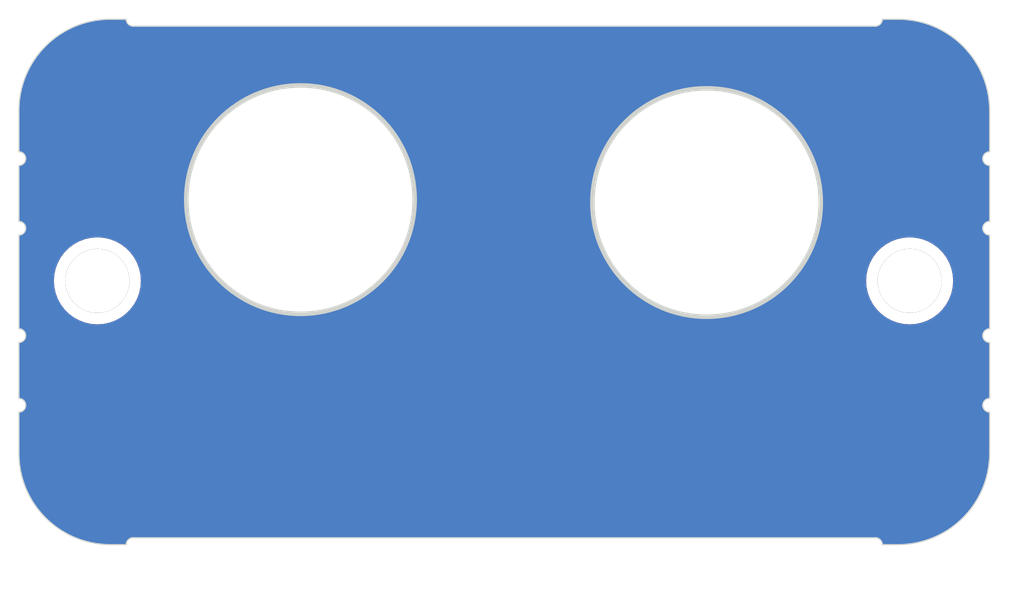
<source format=kicad_pcb>
(kicad_pcb (version 20221018) (generator pcbnew)

  (general
    (thickness 1.6)
  )

  (paper "A4")
  (layers
    (0 "F.Cu" signal "Top Layer")
    (31 "B.Cu" signal "Bottom Layer")
    (32 "B.Adhes" user "B.Adhesive")
    (33 "F.Adhes" user "F.Adhesive")
    (34 "B.Paste" user "Bottom Paste")
    (35 "F.Paste" user "Top Paste")
    (36 "B.SilkS" user "Bottom Overlay")
    (37 "F.SilkS" user "Top Overlay")
    (38 "B.Mask" user "Bottom Solder")
    (39 "F.Mask" user "Top Solder")
    (40 "Dwgs.User" user "Mechanical 10")
    (41 "Cmts.User" user "User.Comments")
    (42 "Eco1.User" user "User.Eco1")
    (43 "Eco2.User" user "Mechanical 11")
    (44 "Edge.Cuts" user)
    (45 "Margin" user)
    (46 "B.CrtYd" user "B.Courtyard")
    (47 "F.CrtYd" user "F.Courtyard")
    (48 "B.Fab" user "Mechanical 13")
    (49 "F.Fab" user "Mechanical 12")
    (50 "User.1" user "Mechanical 1")
    (51 "User.2" user "Mechanical 2")
    (52 "User.3" user "Mechanical 3")
    (53 "User.4" user "Mechanical 4")
    (54 "User.5" user "Mechanical 5")
    (55 "User.6" user "Mechanical 6")
    (56 "User.7" user "Mechanical 7")
    (57 "User.8" user "Mechanical 8")
    (58 "User.9" user "Mechanical 9")
  )

  (setup
    (pad_to_mask_clearance 0)
    (aux_axis_origin 126.62447 194.1101)
    (grid_origin 126.62447 194.1101)
    (pcbplotparams
      (layerselection 0x0001000_ffffffff)
      (plot_on_all_layers_selection 0x0000000_00000000)
      (disableapertmacros false)
      (usegerberextensions false)
      (usegerberattributes true)
      (usegerberadvancedattributes true)
      (creategerberjobfile false)
      (dashed_line_dash_ratio 12.000000)
      (dashed_line_gap_ratio 3.000000)
      (svgprecision 4)
      (plotframeref false)
      (viasonmask false)
      (mode 1)
      (useauxorigin false)
      (hpglpennumber 1)
      (hpglpenspeed 20)
      (hpglpendiameter 15.000000)
      (dxfpolygonmode true)
      (dxfimperialunits true)
      (dxfusepcbnewfont true)
      (psnegative false)
      (psa4output false)
      (plotreference true)
      (plotvalue true)
      (plotinvisibletext false)
      (sketchpadsonfab false)
      (subtractmaskfromsilk false)
      (outputformat 1)
      (mirror false)
      (drillshape 0)
      (scaleselection 1)
      (outputdirectory "gerbers Painel/")
    )
  )

  (net 0 "")

  (gr_arc (start 169.7511 107.6536) (mid 169.45107 107.3536) (end 169.7511 107.0536)
    (stroke (width 0.05) (type solid)) (layer "Edge.Cuts") (tstamp 055a4f91-5658-47eb-a825-ffe7f48aaf2a))
  (gr_arc (start 169.7511 110.7036) (mid 169.45107 110.4036) (end 169.7511 110.1036)
    (stroke (width 0.05) (type solid)) (layer "Edge.Cuts") (tstamp 0c8ca58a-fb99-4767-809e-9265c0866e4e))
  (gr_arc (start 127.2511 97.5036) (mid 128.422673 94.675173) (end 131.2511 93.5036)
    (stroke (width 0.05) (type solid)) (layer "Edge.Cuts") (tstamp 14718f91-42ea-48e0-8234-6c891cce9f54))
  (gr_arc (start 165.0511 93.5036) (mid 164.963234 93.715743) (end 164.7511 93.8036)
    (stroke (width 0.05) (type solid)) (layer "Edge.Cuts") (tstamp 17cb30df-e9c4-4647-8863-e6cd8ad2d20e))
  (gr_line (start 127.2511 99.3036) (end 127.2511 97.5036)
    (stroke (width 0.05) (type solid)) (layer "Edge.Cuts") (tstamp 197b5e93-5c6a-45b2-8417-2b7b2ea4d9c3))
  (gr_line (start 165.7511 116.5036) (end 165.0511 116.5036)
    (stroke (width 0.05) (type solid)) (layer "Edge.Cuts") (tstamp 1c06902c-a6ca-4207-b992-6283e8e1d49a))
  (gr_line (start 169.7511 107.6536) (end 169.7511 110.1036)
    (stroke (width 0.05) (type solid)) (layer "Edge.Cuts") (tstamp 3a6ef281-108a-4847-a9ba-297613b093a8))
  (gr_line (start 169.7511 99.9036) (end 169.7511 102.3536)
    (stroke (width 0.05) (type solid)) (layer "Edge.Cuts") (tstamp 4129407a-3e66-4b8e-80f7-6bacc9fa369a))
  (gr_arc (start 131.2511 116.5036) (mid 128.422673 115.332027) (end 127.2511 112.5036)
    (stroke (width 0.05) (type solid)) (layer "Edge.Cuts") (tstamp 550eb725-6638-4424-a2d7-a7712e83e0a4))
  (gr_line (start 164.7511 116.2036) (end 132.2511 116.2036)
    (stroke (width 0.05) (type solid)) (layer "Edge.Cuts") (tstamp 5bb25bac-478d-4171-9ccc-32b249229b34))
  (gr_arc (start 131.9511 116.5036) (mid 132.03897 116.291479) (end 132.2511 116.2036)
    (stroke (width 0.05) (type solid)) (layer "Edge.Cuts") (tstamp 5d7ed8ed-b6dd-499c-b8bc-d6e523c2dca7))
  (gr_line (start 127.2511 112.5036) (end 127.2511 110.7036)
    (stroke (width 0.05) (type solid)) (layer "Edge.Cuts") (tstamp 643c4fd0-7a82-4f43-b0b1-731e8ef34633))
  (gr_arc (start 165.7511 93.5036) (mid 168.579508 94.675183) (end 169.7511 97.5036)
    (stroke (width 0.05) (type solid)) (layer "Edge.Cuts") (tstamp 6468c434-598d-4800-9dd9-dd412be040ba))
  (gr_line (start 169.7511 102.9536) (end 169.7511 107.0536)
    (stroke (width 0.05) (type solid)) (layer "Edge.Cuts") (tstamp 68b4910d-2a1a-4de8-8341-f5a276688ea1))
  (gr_line (start 127.2511 102.3536) (end 127.2511 99.9036)
    (stroke (width 0.05) (type solid)) (layer "Edge.Cuts") (tstamp 7bdc87f0-2e36-4492-8517-a2b72df85f2b))
  (gr_arc (start 132.2511 93.8036) (mid 132.038949 93.715743) (end 131.9511 93.5036)
    (stroke (width 0.05) (type solid)) (layer "Edge.Cuts") (tstamp 8124f093-af65-469e-9f46-a0682a24d1b9))
  (gr_line (start 132.2511 93.8036) (end 164.7511 93.8036)
    (stroke (width 0.05) (type solid)) (layer "Edge.Cuts") (tstamp 83b46c4e-844c-44a9-bafa-7421ee2484e9))
  (gr_line (start 169.7511 110.7036) (end 169.7511 112.5036)
    (stroke (width 0.05) (type solid)) (layer "Edge.Cuts") (tstamp 9642f0bc-04a1-4dcf-a7d9-b245efb5797b))
  (gr_line (start 127.2511 110.1036) (end 127.2511 107.6536)
    (stroke (width 0.05) (type solid)) (layer "Edge.Cuts") (tstamp 9dcb2588-3c63-4fde-a1f1-6b78b0067ac6))
  (gr_arc (start 127.2511 110.1036) (mid 127.55107 110.4036) (end 127.2511 110.7036)
    (stroke (width 0.05) (type solid)) (layer "Edge.Cuts") (tstamp a0dd395d-9b07-4eff-b068-612e45356638))
  (gr_arc (start 164.7511 116.2036) (mid 164.963213 116.291479) (end 165.0511 116.5036)
    (stroke (width 0.05) (type solid)) (layer "Edge.Cuts") (tstamp aa39a410-a547-40eb-840d-caa0677a6b59))
  (gr_line (start 127.2511 107.0536) (end 127.2511 102.9536)
    (stroke (width 0.05) (type solid)) (layer "Edge.Cuts") (tstamp aaeee2ae-c1fb-4a34-958f-84281cb29a78))
  (gr_circle (center 139.57847 101.4001) (end 144.57847 101.4001)
    (stroke (width 0.2) (type default)) (fill none) (layer "Edge.Cuts") (tstamp ae009d77-2368-4aaf-a4f3-e6f05394feaf))
  (gr_arc (start 127.2511 102.3536) (mid 127.55107 102.6536) (end 127.2511 102.9536)
    (stroke (width 0.05) (type solid)) (layer "Edge.Cuts") (tstamp ae25b816-7e8d-44c5-b368-3b5fd88e9476))
  (gr_line (start 131.9511 116.5036) (end 131.2511 116.5036)
    (stroke (width 0.05) (type solid)) (layer "Edge.Cuts") (tstamp ba311562-8925-4e54-961a-7e2d18ff69e3))
  (gr_line (start 165.0511 93.5036) (end 165.7511 93.5036)
    (stroke (width 0.05) (type solid)) (layer "Edge.Cuts") (tstamp beadf698-749c-4b80-8f62-7e43ab7fde32))
  (gr_arc (start 127.2511 107.0536) (mid 127.55107 107.3536) (end 127.2511 107.6536)
    (stroke (width 0.05) (type solid)) (layer "Edge.Cuts") (tstamp c2ca7ac9-ee0b-473a-90de-ae2343535794))
  (gr_line (start 169.7511 97.5036) (end 169.7511 99.3036)
    (stroke (width 0.05) (type solid)) (layer "Edge.Cuts") (tstamp c7111e9b-b053-43f8-8850-0a185e6e20dc))
  (gr_arc (start 169.7511 112.5036) (mid 168.579529 115.332038) (end 165.7511 116.5036)
    (stroke (width 0.05) (type solid)) (layer "Edge.Cuts") (tstamp db06ff26-67f5-4aaa-9c15-cb54e99f88e0))
  (gr_line (start 131.2511 93.5036) (end 131.9511 93.5036)
    (stroke (width 0.05) (type solid)) (layer "Edge.Cuts") (tstamp e22ad144-29d0-49fc-8a3b-68a916a84379))
  (gr_arc (start 127.2511 99.3036) (mid 127.55107 99.6036) (end 127.2511 99.9036)
    (stroke (width 0.05) (type solid)) (layer "Edge.Cuts") (tstamp e36adfee-527c-4bc4-85fb-d2fab098f17b))
  (gr_arc (start 169.7511 99.9036) (mid 169.45107 99.6036) (end 169.7511 99.3036)
    (stroke (width 0.05) (type solid)) (layer "Edge.Cuts") (tstamp e6ffb9e6-bf80-4146-8445-49a35e412fa6))
  (gr_arc (start 169.7511 102.9536) (mid 169.45107 102.6536) (end 169.7511 102.3536)
    (stroke (width 0.05) (type solid)) (layer "Edge.Cuts") (tstamp f2978791-146c-42b2-bacb-cb5e149b291f))
  (gr_circle (center 157.35847 101.5271) (end 162.35847 101.5271)
    (stroke (width 0.2) (type default)) (fill none) (layer "Edge.Cuts") (tstamp fb67f71f-31ad-45e9-9f63-6064f6f28fc7))
  (gr_circle (center 165.0511 93.5036) (end 165.0511 93.50042)
    (stroke (width 0.00635) (type solid)) (fill none) (layer "B.Fab") (tstamp 0c51a070-ed81-42a1-960c-546e1e1b9477))
  (gr_circle (center 130.5011 112.9786) (end 130.5011 112.97542)
    (stroke (width 0.00635) (type solid)) (fill none) (layer "B.Fab") (tstamp 45fee2ee-25c5-4d4b-94f7-32d0d0bd869a))
  (gr_circle (center 130.7011 102.0836) (end 130.7011 102.08042)
    (stroke (width 0.00635) (type solid)) (fill none) (layer "B.Fab") (tstamp 4d4f4a03-776b-4213-a943-6a54bbf8cc63))
  (gr_circle (center 129.0011 111.1786) (end 129.0011 111.17542)
    (stroke (width 0.00635) (type solid)) (fill none) (layer "B.Fab") (tstamp 50e11ff5-1de8-41e5-a02c-ceb4de7c3069))
  (gr_circle (center 166.2511 114.7536) (end 166.2511 114.75042)
    (stroke (width 0.00635) (type solid)) (fill none) (layer "B.Fab") (tstamp 61fd812d-f5fe-40b0-8184-0d582890c93c))
  (gr_circle (center 161.80889 93.8036) (end 161.80889 93.80042)
    (stroke (width 0.00635) (type solid)) (fill none) (layer "B.Fab") (tstamp 6734bfd8-7b77-443a-acdb-9737ffb1b98d))
  (gr_circle (center 164.75109 93.8036) (end 164.75109 93.80042)
    (stroke (width 0.00635) (type solid)) (fill none) (layer "B.Fab") (tstamp 73c5a745-c709-4a4e-b0d5-8ef1942dcd9d))
  (gr_circle (center 131.0011 95.0036) (end 131.0011 95.00042)
    (stroke (width 0.00635) (type solid)) (fill none) (layer "B.Fab") (tstamp 753e43ea-4624-4529-86ea-acdb1494590e))
  (gr_circle (center 131.0011 115.0036) (end 131.0011 115.00042)
    (stroke (width 0.00635) (type solid)) (fill none) (layer "B.Fab") (tstamp 790ab043-a657-447a-a6c6-bcb329cd6682))
  (gr_circle (center 168.2511 97.2786) (end 168.2511 97.27542)
    (stroke (width 0.00635) (type solid)) (fill none) (layer "B.Fab") (tstamp 8b332131-d87e-42e1-9734-e8f8ca3be8df))
  (gr_circle (center 166.2511 109.9736) (end 166.2511 109.97042)
    (stroke (width 0.00635) (type solid)) (fill none) (layer "B.Fab") (tstamp 91d7c32c-3592-4030-ad2c-d94c4bfa03fe))
  (gr_circle (center 164.20186 106.6886) (end 164.20186 106.68542)
    (stroke (width 0.00635) (type solid)) (fill none) (layer "B.Fab") (tstamp 93b41885-50e9-4fa3-9dfe-7ddb6c3b49a5))
  (gr_circle (center 168.2511 112.7286) (end 168.2511 112.72542)
    (stroke (width 0.00635) (type solid)) (fill none) (layer "B.Fab") (tstamp 95978dcf-c151-4adc-9241-3632d136af0e))
  (gr_circle (center 166.3011 102.59424) (end 166.3011 102.59106)
    (stroke (width 0.00635) (type solid)) (fill none) (layer "B.Fab") (tstamp 9ea345d3-8708-47cc-9729-cbda0a38b5f6))
  (gr_circle (center 166.00109 95.0036) (end 166.00109 95.00042)
    (stroke (width 0.00635) (type solid)) (fill none) (layer "B.Fab") (tstamp bce6dcd6-5378-43d3-ab33-1b7a08f21bbc))
  (gr_circle (center 130.5011 111.1786) (end 130.5011 111.17542)
    (stroke (width 0.00635) (type solid)) (fill none) (layer "B.Fab") (tstamp c0da64cb-f171-4333-9f8c-f6162f024cd9))
  (gr_circle (center 129.0011 109.7236) (end 129.0011 109.72042)
    (stroke (width 0.00635) (type solid)) (fill none) (layer "B.Fab") (tstamp c12d2868-3e7f-450c-8ffe-787808544638))
  (gr_circle (center 128.7511 97.2786) (end 128.7511 97.27542)
    (stroke (width 0.00635) (type solid)) (fill none) (layer "B.Fab") (tstamp ce12c2b6-c56c-4f1e-91e3-02c317884736))
  (gr_circle (center 165.7511 116.5036) (end 165.7511 116.50042)
    (stroke (width 0.00635) (type solid)) (fill none) (layer "B.Fab") (tstamp ee6da9ec-f1d2-40e0-b91a-34db34a497ad))
  (gr_circle (center 164.75109 93.8036) (end 164.75109 93.80042)
    (stroke (width 0.00635) (type solid)) (fill none) (layer "B.Fab") (tstamp ef4cdf52-d900-4e08-8270-f8ab243bd72e))
  (gr_circle (center 165.7511 93.5036) (end 165.7511 93.50042)
    (stroke (width 0.00635) (type solid)) (fill none) (layer "B.Fab") (tstamp f6a37bfb-793b-4233-90f3-83c00dd098d8))
  (gr_line (start 129.0011 112.9786) (end 130.5011 112.9786)
    (stroke (width 0.0127) (type solid)) (layer "F.Fab") (tstamp 077ddcde-d308-44f5-9d17-307fed3fa149))
  (gr_arc (start 167.188568 106.329193) (mid 167.097416 106.541849) (end 166.909256 106.676484)
    (stroke (width 0.0127) (type solid)) (layer "F.Fab") (tstamp 07ddd699-1690-4222-b169-227bef3f4527))
  (gr_arc (start 132.159229 105.916163) (mid 132.781664 106.493564) (end 132.508119 107.2973)
    (stroke (width 0.0127) (type solid)) (layer "F.Fab") (tstamp 08aa3ade-aa8f-4ffe-8786-c01dd96aefdf))
  (gr_arc (start 128.7511 111.4286) (mid 128.824323 111.251823) (end 129.0011 111.1786)
    (stroke (width 0.0127) (type solid)) (layer "F.Fab") (tstamp 09092907-69e1-4e7a-96c4-e54fc84843c7))
  (gr_line (start 128.7511 101.8336) (end 128.7511 100.5336)
    (stroke (width 0.0127) (type solid)) (layer "F.Fab") (tstamp 0948c7f7-3fb6-4522-87c7-7febca61fcc1))
  (gr_arc (start 166.909256 103.330717) (mid 167.097416 103.465352) (end 167.188567 103.678007)
    (stroke (width 0.0127) (type solid)) (layer "F.Fab") (tstamp 0b82e19d-a514-4359-baa9-4433d137f7c5))
  (gr_line (start 166.2511 100.0336) (end 166.2511 99.0786)
    (stroke (width 0.0127) (type solid)) (layer "F.Fab") (tstamp 136af3c5-1f32-455a-b889-cd4ebdc2d652))
  (gr_arc (start 129.0011 102.0836) (mid 128.824323 102.010377) (end 128.7511 101.8336)
    (stroke (width 0.0127) (type solid)) (layer "F.Fab") (tstamp 1647e1e8-1e86-48c3-8a22-e74432972da4))
  (gr_line (start 131.0011 95.0036) (end 166.0011 95.0036)
    (stroke (width 0.0127) (type solid)) (layer "F.Fab") (tstamp 1906e828-5059-4d76-8497-8dc8099c1882))
  (gr_line (start 166.5011 100.2836) (end 168.0011 100.2836)
    (stroke (width 0.0127) (type solid)) (layer "F.Fab") (tstamp 1a5ab90c-d752-4828-8043-f42650e15208))
  (gr_arc (start 128.7511 108.1736) (mid 128.824323 107.996823) (end 129.0011 107.9236)
    (stroke (width 0.0127) (type solid)) (layer "F.Fab") (tstamp 1b85b321-db19-4e3d-a134-dc2326a0b653))
  (gr_line (start 130.7511 100.0336) (end 130.7511 99.0786)
    (stroke (width 0.0127) (type solid)) (layer "F.Fab") (tstamp 1e757e26-107b-438f-9a55-3e5ef457f6a2))
  (gr_arc (start 167.626693 104.116126) (mid 167.333475 103.971225) (end 167.188574 103.678007)
    (stroke (width 0.0127) (type solid)) (layer "F.Fab") (tstamp 20797475-015c-443e-bff8-b0472fb7f668))
  (gr_line (start 168.2511 101.8336) (end 168.2511 100.5336)
    (stroke (width 0.0127) (type solid)) (layer "F.Fab") (tstamp 2a3d2ec5-4bbd-4837-8b2f-6ea5fdf17cd8))
  (gr_arc (start 130.5011 112.9786) (mid 130.677877 113.051823) (end 130.7511 113.2286)
    (stroke (width 0.0127) (type solid)) (layer "F.Fab") (tstamp 2bbfc57a-b58d-4eaa-bd0e-8ac177a073fc))
  (gr_arc (start 166.5011 97.0286) (mid 166.324323 96.955377) (end 166.2511 96.7786)
    (stroke (width 0.0127) (type solid)) (layer "F.Fab") (tstamp 2f182760-53db-4665-ae70-8fe50253c91a))
  (gr_arc (start 129.0011 98.8286) (mid 128.824323 98.755377) (end 128.7511 98.5786)
    (stroke (width 0.0127) (type solid)) (layer "F.Fab") (tstamp 2ff963ad-2e41-4489-9d81-36b6e9809e32))
  (gr_arc (start 132.508119 102.70991) (mid 132.781664 103.513645) (end 132.159229 104.091047)
    (stroke (width 0.0127) (type solid)) (layer "F.Fab") (tstamp 3118e811-4319-4ca4-90f0-ecd3a7ca990a))
  (gr_line (start 129.0011 100.2836) (end 130.5011 100.2836)
    (stroke (width 0.0127) (type solid)) (layer "F.Fab") (tstamp 3aef84cd-140c-4ef7-8e8c-86503861f82e))
  (gr_arc (start 130.7511 96.7786) (mid 130.677877 96.955377) (end 130.5011 97.0286)
    (stroke (width 0.0127) (type solid)) (layer "F.Fab") (tstamp 44765f81-9da4-4e04-abf4-90f38fcfcbb2))
  (gr_arc (start 167.973983 104.395437) (mid 168.0811 105.0036) (end 167.973983 105.611762)
    (stroke (width 0.0127) (type solid)) (layer "F.Fab") (tstamp 44f4656d-7e10-4843-b983-2bc6b15cffef))
  (gr_line (start 168.2511 98.5786) (end 168.2511 97.2786)
    (stroke (width 0.0127) (type solid)) (layer "F.Fab") (tstamp 4676d20d-1d2a-44e6-bd9b-0064135381fa))
  (gr_arc (start 130.7011 102.0836) (mid 131.657344 102.244615) (end 132.508129 102.709903)
    (stroke (width 0.0127) (type solid)) (layer "F.Fab") (tstamp 46b03202-14f1-4082-a4f9-34f56dadbd96))
  (gr_line (start 128.7511 112.7286) (end 128.7511 111.4286)
    (stroke (width 0.0127) (type solid)) (layer "F.Fab") (tstamp 4d34d6c4-ffd8-45ca-8689-651e95cc47d7))
  (gr_line (start 166.3011 102.0836) (end 168.0011 102.0836)
    (stroke (width 0.0127) (type solid)) (layer "F.Fab") (tstamp 4d94689c-b1e3-4869-a1bf-5faf8951e3b2))
  (gr_line (start 129.0011 107.9236) (end 130.7011 107.9236)
    (stroke (width 0.0127) (type solid)) (layer "F.Fab") (tstamp 51922d47-79d9-4b96-8f76-01659e5fa392))
  (gr_arc (start 166.3011 107.9236) (mid 165.349035 107.76403) (end 164.501025 107.302759)
    (stroke (width 0.0127) (type solid)) (layer "F.Fab") (tstamp 546b6be7-eb7e-457c-ad65-64a025ed9fc4))
  (gr_arc (start 168.2511 98.5786) (mid 168.177877 98.755377) (end 168.0011 98.8286)
    (stroke (width 0.0127) (type solid)) (layer "F.Fab") (tstamp 54ea39a4-6705-4487-aac2-30efa47d0943))
  (gr_arc (start 129.813626 103.678007) (mid 129.668725 103.971225) (end 129.375507 104.116126)
    (stroke (width 0.0127) (type solid)) (layer "F.Fab") (tstamp 59ff2f52-c71d-4cd7-b714-5f1b5364bddc))
  (gr_arc (start 165.438896 103.661431) (mid 165.53406 103.450541) (end 165.724738 103.319496)
    (stroke (width 0.0127) (type solid)) (layer "F.Fab") (tstamp 637a7e47-2246-4d11-bff1-a61765cddf9d))
  (gr_line (start 168.2511 112.7286) (end 168.2511 111.4286)
    (stroke (width 0.0127) (type solid)) (layer "F.Fab") (tstamp 64566c68-e0be-4e74-9c54-2004c15e0c1d))
  (gr_arc (start 168.2511 112.7286) (mid 168.177877 112.905377) (end 168.0011 112.9786)
    (stroke (width 0.0127) (type solid)) (layer "F.Fab") (tstamp 66bdea4e-3d1f-47be-8205-c9cfff6356fc))
  (gr_arc (start 168.2511 101.8336) (mid 168.177877 102.010377) (end 168.0011 102.0836)
    (stroke (width 0.0127) (type solid)) (layer "F.Fab") (tstamp 70a4fca1-487a-4c17-aa76-a189fef03f68))
  (gr_arc (start 128.7511 97.2786) (mid 128.824323 97.101823) (end 129.0011 97.0286)
    (stroke (width 0.0127) (type solid)) (layer "F.Fab") (tstamp 73a8091e-c7d3-4e1a-88b0-c21544ee4c82))
  (gr_line (start 130.7511 114.7536) (end 130.7511 113.2286)
    (stroke (width 0.0127) (type solid)) (layer "F.Fab") (tstamp 7467506c-728e-4c1d-b428-e2c429f5afb6))
  (gr_arc (start 132.15923 104.091039) (mid 131.773358 104.002203) (end 131.567352 103.664046)
    (stroke (width 0.0127) (type solid)) (layer "F.Fab") (tstamp 76846352-9cf3-4a58-8a78-4eff794b5323))
  (gr_arc (start 168.2511 109.4736) (mid 168.177877 109.650377) (end 168.0011 109.7236)
    (stroke (width 0.0127) (type solid)) (layer "F.Fab") (tstamp 77aead34-26dd-400a-8c59-98a561aaba6b))
  (gr_line (start 130.7511 110.9286) (end 130.7511 109.9736)
    (stroke (width 0.0127) (type solid)) (layer "F.Fab") (tstamp 78570a43-d181-4ae7-90f0-c8dfc219f5fb))
  (gr_arc (start 131.567359 106.343162) (mid 131.472833 106.554339) (end 131.282553 106.685961)
    (stroke (width 0.0127) (type solid)) (layer "F.Fab") (tstamp 7ceccab3-7f9a-4ad1-8504-e45ff7af9263))
  (gr_arc (start 131.282554 103.321249) (mid 131.472834 103.452872) (end 131.567359 103.664049)
    (stroke (width 0.0127) (type solid)) (layer "F.Fab") (tstamp 81b4e8de-c02d-40e3-8bdb-22192b6ac59e))
  (gr_arc (start 166.2511 113.2286) (mid 166.324323 113.051823) (end 166.5011 112.9786)
    (stroke (width 0.0127) (type solid)) (layer "F.Fab") (tstamp 83780d71-fa9d-4721-b827-62c6a6c5e806))
  (gr_arc (start 130.092934 106.676483) (mid 129.904774 106.541848) (end 129.813623 106.329193)
    (stroke (width 0.0127) (type solid)) (layer "F.Fab") (tstamp 85de9873-8836-4bd8-b0da-22a0a8b60268))
  (gr_line (start 129.0011 102.0836) (end 130.7011 102.0836)
    (stroke (width 0.0127) (type solid)) (layer "F.Fab") (tstamp 8c045b85-1a0b-4047-8e79-b7faf1f7e75d))
  (gr_arc (start 130.092937 103.330717) (mid 130.686931 103.223656) (end 131.282554 103.321247)
    (stroke (width 0.0127) (type solid)) (layer "F.Fab") (tstamp 8c3c8223-b44f-42fc-82e2-928f8fef2410))
  (gr_arc (start 166.2511 99.0786) (mid 166.324323 98.901823) (end 166.5011 98.8286)
    (stroke (width 0.0127) (type solid)) (layer "F.Fab") (tstamp 8cb23f21-13e0-4a12-9141-318df85d85ce))
  (gr_arc (start 129.375507 105.891074) (mid 129.668725 106.035975) (end 129.813626 106.329193)
    (stroke (width 0.0127) (type solid)) (layer "F.Fab") (tstamp 93ad01f8-e0a4-4721-810a-25acf0afa2f7))
  (gr_arc (start 130.7511 95.2536) (mid 130.824323 95.076823) (end 131.0011 95.0036)
    (stroke (width 0.0127) (type solid)) (layer "F.Fab") (tstamp 96f88bd5-f7b3-4a8f-89f2-0e5add59afcf))
  (gr_arc (start 166.0011 95.0036) (mid 166.177877 95.076823) (end 166.2511 95.2536)
    (stroke (width 0.0127) (type solid)) (layer "F.Fab") (tstamp 97516ec5-9818-4810-bf80-e1d663edb7d8))
  (gr_line (start 166.5011 111.1786) (end 168.0011 111.1786)
    (stroke (width 0.0127) (type solid)) (layer "F.Fab") (tstamp 985957a8-dd19-4178-b47e-3f906dddc5cf))
  (gr_line (start 129.0011 109.7236) (end 130.5011 109.7236)
    (stroke (width 0.0127) (type solid)) (layer "F.Fab") (tstamp 9bf16a98-0c9b-4d15-8b7a-f00fb95ad5b8))
  (gr_line (start 131.0011 115.0036) (end 166.0011 115.0036)
    (stroke (width 0.0127) (type solid)) (layer "F.Fab") (tstamp 9c92d7e1-5e7b-4f24-9148-61001e18449f))
  (gr_arc (start 130.7511 110.9286) (mid 130.677877 111.105377) (end 130.5011 111.1786)
    (stroke (width 0.0127) (type solid)) (layer "F.Fab") (tstamp 9ce05647-41c1-4a7c-a7fc-f093ec5eea18))
  (gr_line (start 166.5011 109.7236) (end 168.0011 109.7236)
    (stroke (width 0.0127) (type solid)) (layer "F.Fab") (tstamp 9da118f6-2034-44f0-9bc2-a1d5d3d70451))
  (gr_arc (start 164.845729 105.920578) (mid 165.231868 106.008245) (end 165.438898 106.345777)
    (stroke (width 0.0127) (type solid)) (layer "F.Fab") (tstamp 9fca871b-936a-4653-b21e-75936aa59ff2))
  (gr_line (start 166.5011 97.0286) (end 168.0011 97.0286)
    (stroke (width 0.0127) (type solid)) (layer "F.Fab") (tstamp a34abb3b-e600-4b53-8241-eb9a61de805f))
  (gr_arc (start 168.0011 97.0286) (mid 168.177877 97.101823) (end 168.2511 97.2786)
    (stroke (width 0.0127) (type solid)) (layer "F.Fab") (tstamp a396afc4-4ab9-47af-b074-adb6c6d97271))
  (gr_line (start 166.2511 114.7536) (end 166.2511 113.2286)
    (stroke (width 0.0127) (type solid)) (layer "F.Fab") (tstamp a3fae837-42c6-4013-a90f-ea3a0990081d))
  (gr_arc (start 166.2511 114.7536) (mid 166.177877 114.930377) (end 166.0011 115.0036)
    (stroke (width 0.0127) (type solid)) (layer "F.Fab") (tstamp a618a75c-4b63-45fe-ade5-56acee480f68))
  (gr_arc (start 129.028217 104.395444) (mid 129.162852 104.207284) (end 129.375507 104.116133)
    (stroke (width 0.0127) (type solid)) (layer "F.Fab") (tstamp a888bd28-8c3b-4dc1-baa8-2404ba603ea2))
  (gr_arc (start 166.5011 111.1786) (mid 166.324323 111.105377) (end 166.2511 110.9286)
    (stroke (width 0.0127) (type solid)) (layer "F.Fab") (tstamp a95b8283-b989-45d5-bb85-0d5747306a85))
  (gr_arc (start 168.0011 100.2836) (mid 168.177877 100.356823) (end 168.2511 100.5336)
    (stroke (width 0.0127) (type solid)) (layer "F.Fab") (tstamp aa780f18-f9ba-4907-b247-63978aebf3a7))
  (gr_arc (start 165.724743 103.319494) (mid 166.317964 103.22368) (end 166.909263 103.330717)
    (stroke (width 0.0127) (type solid)) (layer "F.Fab") (tstamp aae9069b-17d2-40cd-ac91-afd694666a60))
  (gr_arc (start 130.7511 100.0336) (mid 130.677877 100.210377) (end 130.5011 100.2836)
    (stroke (width 0.0127) (type solid)) (layer "F.Fab") (tstamp ab6d225d-a188-4148-8c16-28006654e277))
  (gr_arc (start 131.282554 106.685953) (mid 130.686931 106.783544) (end 130.092937 106.676483)
    (stroke (width 0.0127) (type solid)) (layer "F.Fab") (tstamp af941f7b-ce89-4fa0-acbd-22e092fd0cb5))
  (gr_arc (start 129.375507 105.891078) (mid 129.162851 105.799926) (end 129.028216 105.611766)
    (stroke (width 0.0127) (type solid)) (layer "F.Fab") (tstamp afa1abc7-6d57-452a-9eda-5c90745006f5))
  (gr_arc (start 130.5011 98.8286) (mid 130.677877 98.901823) (end 130.7511 99.0786)
    (stroke (width 0.0127) (type solid)) (layer "F.Fab") (tstamp b1deb02e-1c3d-47bc-9e57-bd9e626ced57))
  (gr_arc (start 168.0011 111.1786) (mid 168.177877 111.251823) (end 168.2511 111.4286)
    (stroke (width 0.0127) (type solid)) (layer "F.Fab") (tstamp b54a590f-6738-4481-b258-5063759a6881))
  (gr_line (start 129.0011 98.8286) (end 130.5011 98.8286)
    (stroke (width 0.0127) (type solid)) (layer "F.Fab") (tstamp b8f22663-6cb8-4af7-862b-16736862932e))
  (gr_arc (start 166.5011 100.2836) (mid 166.324323 100.210377) (end 166.2511 100.0336)
    (stroke (width 0.0127) (type solid)) (layer "F.Fab") (tstamp bac2b47e-68cc-4b81-9d18-dd923610f525))
  (gr_arc (start 164.501018 107.302759) (mid 164.225041 106.499855) (end 164.845725 105.920572)
    (stroke (width 0.0127) (type solid)) (layer "F.Fab") (tstamp bb572e92-7aa3-4b1f-a03c-c2d3fff07f24))
  (gr_line (start 166.3011 107.9236) (end 168.0011 107.9236)
    (stroke (width 0.0127) (type solid)) (layer "F.Fab") (tstamp bde11665-7409-457c-b8c2-a992bb8a10c5))
  (gr_arc (start 167.973983 105.611766) (mid 167.839348 105.799926) (end 167.626693 105.891077)
    (stroke (width 0.0127) (type solid)) (layer "F.Fab") (tstamp bf1058ad-50d7-45c4-9c7a-df50647cc1eb))
  (gr_line (start 128.7511 98.5786) (end 128.7511 97.2786)
    (stroke (width 0.0127) (type solid)) (layer "F.Fab") (tstamp c19c6b7e-0e17-4068-ae43-30fdf2c6e160))
  (gr_arc (start 164.845725 104.086628) (mid 164.225041 103.507345) (end 164.501018 102.704441)
    (stroke (width 0.0127) (type solid)) (layer "F.Fab") (tstamp c8984b9b-24d9-499f-84eb-d3d790f022c9))
  (gr_arc (start 167.188574 106.329193) (mid 167.333475 106.035975) (end 167.626693 105.891074)
    (stroke (width 0.0127) (type solid)) (layer "F.Fab") (tstamp c8a0d2d4-4280-4678-a9e3-7bccdf8b5937))
  (gr_line (start 166.2511 110.9286) (end 166.2511 109.9736)
    (stroke (width 0.0127) (type solid)) (layer "F.Fab") (tstamp ca23df57-1606-41a3-90e5-74b4aa0f07fb))
  (gr_arc (start 168.0011 107.9236) (mid 168.177877 107.996823) (end 168.2511 108.1736)
    (stroke (width 0.0127) (type solid)) (layer "F.Fab") (tstamp cc008a1e-c750-4a61-b76b-4cdb6093c0c5))
  (gr_arc (start 165.724738 106.687705) (mid 165.53406 106.55666) (end 165.438896 106.34577)
    (stroke (width 0.0127) (type solid)) (layer "F.Fab") (tstamp cc990a67-8c3c-4a26-b902-66e32446a2d3))
  (gr_arc (start 129.0011 109.7236) (mid 128.824323 109.650377) (end 128.7511 109.4736)
    (stroke (width 0.0127) (type solid)) (layer "F.Fab") (tstamp cdb55ac1-1dd3-4989-89ad-c47533b2076e))
  (gr_arc (start 130.5011 109.7236) (mid 130.677877 109.796823) (end 130.7511 109.9736)
    (stroke (width 0.0127) (type solid)) (layer "F.Fab") (tstamp d16fc8ec-d160-425e-b5af-df7a0a2fa200))
  (gr_arc (start 131.567351 106.343154) (mid 131.773357 106.004996) (end 132.15923 105.91616)
    (stroke (width 0.0127) (type solid)) (layer "F.Fab") (tstamp d2bf27cb-6e25-4f66-b44b-56b9ffe02802))
  (gr_line (start 129.0011 97.0286) (end 130.5011 97.0286)
    (stroke (width 0.0127) (type solid)) (layer "F.Fab") (tstamp d353c9ec-39af-4092-bc91-600e4f06e35b))
  (gr_line (start 130.7511 96.7786) (end 130.7511 95.2536)
    (stroke (width 0.0127) (type solid)) (layer "F.Fab") (tstamp d501f7cf-abfa-4e4e-9e9e-9a691588791e))
  (gr_arc (start 129.028217 105.611763) (mid 128.9211 105.0036) (end 129.028217 104.395438)
    (stroke (width 0.0127) (type solid)) (layer "F.Fab") (tstamp d6be5287-f61c-4105-b5f9-5aec73c54d84))
  (gr_line (start 168.2511 109.4736) (end 168.2511 108.1736)
    (stroke (width 0.0127) (type solid)) (layer "F.Fab") (tstamp db14d95b-71c3-4dd0-a5b7-9a57c87b31e1))
  (gr_arc (start 166.909263 106.676483) (mid 166.317964 106.78352) (end 165.724744 106.687706)
    (stroke (width 0.0127) (type solid)) (layer "F.Fab") (tstamp df7f6014-8153-4b66-ba35-2ea5be7aeb74))
  (gr_line (start 129.0011 111.1786) (end 130.5011 111.1786)
    (stroke (width 0.0127) (type solid)) (layer "F.Fab") (tstamp e1bedfa1-3537-4e2d-8ae3-d13040c87ea9))
  (gr_line (start 128.7511 109.4736) (end 128.7511 108.1736)
    (stroke (width 0.0127) (type solid)) (layer "F.Fab") (tstamp e2687196-7b4b-4471-b225-8e454208e49a))
  (gr_arc (start 166.2511 109.9736) (mid 166.324323 109.796823) (end 166.5011 109.7236)
    (stroke (width 0.0127) (type solid)) (layer "F.Fab") (tstamp e3bd065c-9a29-40ac-b80b-61743ca7e0d7))
  (gr_line (start 166.2511 96.7786) (end 166.2511 95.2536)
    (stroke (width 0.0127) (type solid)) (layer "F.Fab") (tstamp e4d7a59f-bd15-4c19-9e0d-d637680ef7f4))
  (gr_arc (start 167.626693 104.116132) (mid 167.839349 104.207284) (end 167.973984 104.395444)
    (stroke (width 0.0127) (type solid)) (layer "F.Fab") (tstamp e634a07d-2a9f-4a2a-a6be-a1b4b1f54a93))
  (gr_arc (start 129.813622 103.678007) (mid 129.904774 103.465351) (end 130.092934 103.330716)
    (stroke (width 0.0127) (type solid)) (layer "F.Fab") (tstamp e9809086-b721-4456-b535-e02482875d1e))
  (gr_line (start 166.5011 98.8286) (end 168.0011 98.8286)
    (stroke (width 0.0127) (type solid)) (layer "F.Fab") (tstamp ec5e0046-7a70-4788-8e47-cd1f92aeb15c))
  (gr_arc (start 129.0011 112.9786) (mid 128.824323 112.905377) (end 128.7511 112.7286)
    (stroke (width 0.0127) (type solid)) (layer "F.Fab") (tstamp ed555ad7-8388-4ee9-9114-49105a0e1cdb))
  (gr_line (start 166.5011 112.9786) (end 168.0011 112.9786)
    (stroke (width 0.0127) (type solid)) (layer "F.Fab") (tstamp ef0e8230-fc98-432d-bf38-e6c38478c208))
  (gr_arc (start 128.7511 100.5336) (mid 128.824323 100.356823) (end 129.0011 100.2836)
    (stroke (width 0.0127) (type solid)) (layer "F.Fab") (tstamp f244ab64-58c6-4614-8652-9437ecdf4221))
  (gr_arc (start 132.508129 107.297297) (mid 131.657344 107.762585) (end 130.701101 107.9236)
    (stroke (width 0.0127) (type solid)) (layer "F.Fab") (tstamp f3b65656-7f2e-4931-a73f-1c79a9dc0ee4))
  (gr_arc (start 131.0011 115.0036) (mid 130.824323 114.930377) (end 130.7511 114.7536)
    (stroke (width 0.0127) (type solid)) (layer "F.Fab") (tstamp f746e274-cab9-4e0f-ae72-ce0104625c88))
  (gr_arc (start 164.501025 102.704441) (mid 165.349035 102.24317) (end 166.3011 102.0836)
    (stroke (width 0.0127) (type solid)) (layer "F.Fab") (tstamp f8d71a40-3027-4586-a4c0-7774aba598c1))
  (gr_arc (start 165.438898 103.661433) (mid 165.231869 103.998965) (end 164.845729 104.086632)
    (stroke (width 0.0127) (type solid)) (layer "F.Fab") (tstamp fbe5213f-995f-4856-9324-976a29fd0081))
  (gr_line (start 128.01395 105.0036) (end 168.98824 105.0036)
    (stroke (width 0.0127) (type solid)) (layer "User.4") (tstamp 75573f8b-e8d4-432b-a506-0084025aaa18))
  (gr_line (start 166.3011 107.7701) (end 166.3011 102.59424)
    (stroke (width 0.0127) (type solid)) (layer "User.4") (tstamp ab441c48-bf37-44c2-9245-fc8982f7fcaa))
  (gr_line (start 130.7011 107.38133) (end 130.7011 102.75443)
    (stroke (width 0.0127) (type solid)) (layer "User.4") (tstamp fc84b20f-3b8e-4624-ab51-39149ebfced6))

  (via (at 166.24847 104.9561) (size 2.8) (drill 2.8) (layers "F.Cu" "B.Cu") (net 0) (tstamp 121c7259-b1c7-47b5-a28f-9ad6c863a50a))
  (via (at 130.68847 104.9561) (size 2.8) (drill 2.8) (layers "F.Cu" "B.Cu") (net 0) (tstamp 37f30f07-3ebc-4eaa-b67e-59ebc2aea214))

  (zone (net 0) (net_name "") (layers "*.Cu") (tstamp 00327445-7650-4aaa-8342-dc6b52cab120) (hatch edge 0.5)
    (connect_pads (clearance 0))
    (min_thickness 0.25) (filled_areas_thickness no)
    (keepout (tracks not_allowed) (vias not_allowed) (pads not_allowed) (copperpour not_allowed) (footprints allowed))
    (fill (thermal_gap 0.5) (thermal_bridge_width 0.5))
    (polygon
      (pts
        (xy 127.251099 99.30995)
        (xy 127.247367 99.308737)
        (xy 127.245061 99.305562)
        (xy 127.245061 99.301637)
        (xy 127.247368 99.298462)
        (xy 127.251101 99.29725)
        (xy 127.345761 99.312251)
        (xy 127.431153 99.355768)
        (xy 127.49892 99.423542)
        (xy 127.542428 99.508938)
        (xy 127.55742 99.6036)
        (xy 127.542428 99.698262)
        (xy 127.49892 99.783658)
        (xy 127.431153 99.851432)
        (xy 127.345761 99.894949)
        (xy 127.251101 99.90995)
        (xy 127.247368 99.908738)
        (xy 127.245061 99.905563)
        (xy 127.245061 99.901638)
        (xy 127.247367 99.898463)
        (xy 127.251099 99.89725)
        (xy 127.302875 99.897245)
        (xy 127.400177 99.861822)
        (xy 127.479498 99.795256)
        (xy 127.53127 99.705577)
        (xy 127.54925 99.6036)
        (xy 127.53127 99.501623)
        (xy 127.479498 99.411944)
        (xy 127.400177 99.345378)
        (xy 127.302875 99.309955)
      )
    )
  )
  (zone (net 0) (net_name "") (layers "*.Cu") (tstamp 08736b22-a31a-49d0-af56-332e5e0d67b0) (hatch edge 0.5)
    (connect_pads (clearance 0))
    (min_thickness 0.25) (filled_areas_thickness no)
    (keepout (tracks not_allowed) (vias not_allowed) (pads not_allowed) (copperpour not_allowed) (footprints allowed))
    (fill (thermal_gap 0.5) (thermal_bridge_width 0.5))
    (polygon
      (pts
        (xy 127.24661 107.64911)
        (xy 127.2511 107.64725)
        (xy 127.25559 107.64911)
        (xy 127.25745 107.6536)
        (xy 127.25745 110.1036)
        (xy 127.25559 110.10809)
        (xy 127.2511 110.10995)
        (xy 127.24661 110.10809)
        (xy 127.24475 110.1036)
        (xy 127.24475 107.6536)
      )
    )
  )
  (zone (net 0) (net_name "") (layers "*.Cu") (tstamp 0fb902b1-6ecc-4557-8839-9dfefe46b2d8) (hatch edge 0.5)
    (connect_pads (clearance 0))
    (min_thickness 0.25) (filled_areas_thickness no)
    (keepout (tracks not_allowed) (vias not_allowed) (pads not_allowed) (copperpour not_allowed) (footprints allowed))
    (fill (thermal_gap 0.5) (thermal_bridge_width 0.5))
    (polygon
      (pts
        (xy 169.74661 99.89911)
        (xy 169.7511 99.89725)
        (xy 169.75559 99.89911)
        (xy 169.75745 99.9036)
        (xy 169.75745 102.3536)
        (xy 169.75559 102.35809)
        (xy 169.7511 102.35995)
        (xy 169.74661 102.35809)
        (xy 169.74475 102.3536)
        (xy 169.74475 99.9036)
      )
    )
  )
  (zone (net 0) (net_name "") (layers "*.Cu") (tstamp 165ecf74-656f-4f02-a98f-4956f6fc4b8f) (hatch edge 0.5)
    (connect_pads (clearance 0))
    (min_thickness 0.25) (filled_areas_thickness no)
    (keepout (tracks not_allowed) (vias not_allowed) (pads not_allowed) (copperpour not_allowed) (footprints allowed))
    (fill (thermal_gap 0.5) (thermal_bridge_width 0.5))
    (polygon
      (pts
        (xy 127.24661 110.69911)
        (xy 127.2511 110.69725)
        (xy 127.25559 110.69911)
        (xy 127.25745 110.7036)
        (xy 127.25745 112.5036)
        (xy 127.25559 112.50809)
        (xy 127.2511 112.50995)
        (xy 127.24661 112.50809)
        (xy 127.24475 112.5036)
        (xy 127.24475 110.7036)
      )
    )
  )
  (zone (net 0) (net_name "") (layers "*.Cu") (tstamp 200daf78-66a9-4f9b-beb2-71f25e318342) (hatch edge 0.5)
    (connect_pads (clearance 0))
    (min_thickness 0.25) (filled_areas_thickness no)
    (keepout (tracks not_allowed) (vias not_allowed) (pads not_allowed) (copperpour not_allowed) (footprints allowed))
    (fill (thermal_gap 0.5) (thermal_bridge_width 0.5))
    (polygon
      (pts
        (xy 127.24661 102.94911)
        (xy 127.2511 102.94725)
        (xy 127.25559 102.94911)
        (xy 127.25745 102.9536)
        (xy 127.25745 107.0536)
        (xy 127.25559 107.05809)
        (xy 127.2511 107.05995)
        (xy 127.24661 107.05809)
        (xy 127.24475 107.0536)
        (xy 127.24475 102.9536)
      )
    )
  )
  (zone (net 0) (net_name "") (layers "*.Cu") (tstamp 2021699b-cd58-4f6c-837c-0f48cf011484) (hatch edge 0.5)
    (connect_pads (clearance 0))
    (min_thickness 0.25) (filled_areas_thickness no)
    (keepout (tracks not_allowed) (vias not_allowed) (pads not_allowed) (copperpour not_allowed) (footprints allowed))
    (fill (thermal_gap 0.5) (thermal_bridge_width 0.5))
    (polygon
      (pts
        (xy 169.751099 110.69725)
        (xy 169.754832 110.698462)
        (xy 169.757139 110.701637)
        (xy 169.757139 110.705562)
        (xy 169.754833 110.708737)
        (xy 169.751101 110.70995)
        (xy 169.656426 110.694964)
        (xy 169.571017 110.651453)
        (xy 169.503235 110.583678)
        (xy 169.459716 110.498273)
        (xy 169.44472 110.4036)
        (xy 169.459716 110.308927)
        (xy 169.503235 110.223522)
        (xy 169.571017 110.155747)
        (xy 169.656426 110.112236)
        (xy 169.751101 110.09725)
        (xy 169.754833 110.098463)
        (xy 169.757139 110.101638)
        (xy 169.757139 110.105563)
        (xy 169.754832 110.108738)
        (xy 169.751099 110.10995)
        (xy 169.704587 110.109946)
        (xy 169.616113 110.138685)
        (xy 169.540851 110.19336)
        (xy 169.486169 110.268616)
        (xy 169.457421 110.357088)
        (xy 169.457421 110.450112)
        (xy 169.486169 110.538584)
        (xy 169.540851 110.61384)
        (xy 169.616113 110.668515)
        (xy 169.704587 110.697254)
      )
    )
  )
  (zone (net 0) (net_name "") (layers "*.Cu") (tstamp 34068b53-6189-47ca-817b-d56713cce701) (hatch edge 0.5)
    (connect_pads (clearance 0))
    (min_thickness 0.25) (filled_areas_thickness no)
    (keepout (tracks not_allowed) (vias not_allowed) (pads not_allowed) (copperpour not_allowed) (footprints allowed))
    (fill (thermal_gap 0.5) (thermal_bridge_width 0.5))
    (polygon
      (pts
        (xy 169.74661 102.94911)
        (xy 169.7511 102.94725)
        (xy 169.75559 102.94911)
        (xy 169.75745 102.9536)
        (xy 169.75745 107.0536)
        (xy 169.75559 107.05809)
        (xy 169.7511 107.05995)
        (xy 169.74661 107.05809)
        (xy 169.74475 107.0536)
        (xy 169.74475 102.9536)
      )
    )
  )
  (zone (net 0) (net_name "") (layers "*.Cu") (tstamp 368377e4-372f-4802-9704-d6b00e5915a8) (hatch edge 0.5)
    (connect_pads (clearance 0))
    (min_thickness 0.25) (filled_areas_thickness no)
    (keepout (tracks not_allowed) (vias not_allowed) (pads not_allowed) (copperpour not_allowed) (footprints allowed))
    (fill (thermal_gap 0.5) (thermal_bridge_width 0.5))
    (polygon
      (pts
        (xy 169.74661 110.69911)
        (xy 169.7511 110.69725)
        (xy 169.75559 110.69911)
        (xy 169.75745 110.7036)
        (xy 169.75745 112.5036)
        (xy 169.75559 112.50809)
        (xy 169.7511 112.50995)
        (xy 169.74661 112.50809)
        (xy 169.74475 112.5036)
        (xy 169.74475 110.7036)
      )
    )
  )
  (zone (net 0) (net_name "") (layers "*.Cu") (tstamp 37601807-c4d9-4593-8123-a54abc22b4ec) (hatch edge 0.5)
    (connect_pads (clearance 0))
    (min_thickness 0.25) (filled_areas_thickness no)
    (keepout (tracks not_allowed) (vias not_allowed) (pads not_allowed) (copperpour not_allowed) (footprints allowed))
    (fill (thermal_gap 0.5) (thermal_bridge_width 0.5))
    (polygon
      (pts
        (xy 169.751099 102.94725)
        (xy 169.754832 102.948462)
        (xy 169.757139 102.951637)
        (xy 169.757139 102.955562)
        (xy 169.754833 102.958737)
        (xy 169.751101 102.95995)
        (xy 169.656426 102.944964)
        (xy 169.571017 102.901453)
        (xy 169.503235 102.833678)
        (xy 169.459716 102.748273)
        (xy 169.44472 102.6536)
        (xy 169.459716 102.558927)
        (xy 169.503235 102.473522)
        (xy 169.571017 102.405747)
        (xy 169.656426 102.362236)
        (xy 169.751101 102.34725)
        (xy 169.754833 102.348463)
        (xy 169.757139 102.351638)
        (xy 169.757139 102.355563)
        (xy 169.754832 102.358738)
        (xy 169.751099 102.35995)
        (xy 169.704587 102.359946)
        (xy 169.616113 102.388685)
        (xy 169.540851 102.44336)
        (xy 169.486169 102.518616)
        (xy 169.457421 102.607088)
        (xy 169.457421 102.700112)
        (xy 169.486169 102.788584)
        (xy 169.540851 102.86384)
        (xy 169.616113 102.918515)
        (xy 169.704587 102.947254)
      )
    )
  )
  (zone (net 0) (net_name "") (layers "*.Cu") (tstamp 40b79ae4-f9af-42cd-bb0d-9c082c95f18b) (hatch edge 0.5)
    (connect_pads (clearance 0))
    (min_thickness 0.25) (filled_areas_thickness no)
    (keepout (tracks not_allowed) (vias not_allowed) (pads not_allowed) (copperpour not_allowed) (footprints allowed))
    (fill (thermal_gap 0.5) (thermal_bridge_width 0.5))
    (polygon
      (pts
        (xy 131.95745 116.5036)
        (xy 131.956237 116.507332)
        (xy 131.953062 116.509639)
        (xy 131.949138 116.509639)
        (xy 131.945963 116.507332)
        (xy 131.94475 116.5036)
        (xy 131.959744 116.408936)
        (xy 132.003259 116.32354)
        (xy 132.071034 116.255771)
        (xy 132.156435 116.212265)
        (xy 132.251101 116.19728)
        (xy 132.251101 116.19725)
        (xy 132.254833 116.198463)
        (xy 132.257139 116.201638)
        (xy 132.257139 116.205563)
        (xy 132.254832 116.208738)
        (xy 132.251099 116.20995)
        (xy 132.251099 116.20998)
        (xy 132.204592 116.209976)
        (xy 132.116126 116.238712)
        (xy 132.040872 116.293381)
        (xy 131.986196 116.36863)
        (xy 131.95745 116.457092)
      )
    )
  )
  (zone (net 0) (net_name "") (layers "*.Cu") (tstamp 46119768-4698-4c21-9c05-7d3b17456ab3) (hatch edge 0.5)
    (connect_pads (clearance 0))
    (min_thickness 0.25) (filled_areas_thickness no)
    (keepout (tracks not_allowed) (vias not_allowed) (pads not_allowed) (copperpour not_allowed) (footprints allowed))
    (fill (thermal_gap 0.5) (thermal_bridge_width 0.5))
    (polygon
      (pts
        (xy 165.04475 93.5036)
        (xy 165.045963 93.499868)
        (xy 165.049138 93.497561)
        (xy 165.053062 93.497561)
        (xy 165.056237 93.499868)
        (xy 165.05745 93.5036)
        (xy 165.042457 93.598271)
        (xy 164.998944 93.683676)
        (xy 164.931171 93.751456)
        (xy 164.84577 93.794977)
        (xy 164.751101 93.80998)
        (xy 164.751101 93.80995)
        (xy 164.747368 93.808738)
        (xy 164.745061 93.805563)
        (xy 164.745061 93.801638)
        (xy 164.747367 93.798463)
        (xy 164.751099 93.79725)
        (xy 164.751099 93.79728)
        (xy 164.797611 93.797276)
        (xy 164.886079 93.768523)
        (xy 164.961332 93.713841)
        (xy 165.016007 93.638582)
        (xy 165.044751 93.550111)
      )
    )
  )
  (zone (net 0) (net_name "") (layers "*.Cu") (tstamp 5d184bc0-9e4c-44af-bcff-942841a1f3cc) (hatch edge 0.5)
    (connect_pads (clearance 0))
    (min_thickness 0.25) (filled_areas_thickness no)
    (keepout (tracks not_allowed) (vias not_allowed) (pads not_allowed) (copperpour not_allowed) (footprints allowed))
    (fill (thermal_gap 0.5) (thermal_bridge_width 0.5))
    (polygon
      (pts
        (xy 165.7511 93.50995)
        (xy 165.747368 93.508737)
        (xy 165.745061 93.505562)
        (xy 165.745061 93.501638)
        (xy 165.747368 93.498463)
        (xy 165.7511 93.49725)
        (xy 166.120758 93.514343)
        (xy 166.487261 93.565471)
        (xy 166.847484 93.650197)
        (xy 167.198352 93.767798)
        (xy 167.536873 93.917272)
        (xy 167.860158 94.097343)
        (xy 168.165449 94.306474)
        (xy 168.450142 94.542882)
        (xy 168.711808 94.80455)
        (xy 168.948214 95.089245)
        (xy 169.157343 95.394538)
        (xy 169.337411 95.717824)
        (xy 169.486883 96.056346)
        (xy 169.604482 96.407215)
        (xy 169.689205 96.767439)
        (xy 169.74033 97.133942)
        (xy 169.75742 97.5036)
        (xy 169.75745 97.5036)
        (xy 169.756237 97.507332)
        (xy 169.753062 97.509639)
        (xy 169.749138 97.509639)
        (xy 169.745963 97.507332)
        (xy 169.74475 97.5036)
        (xy 169.74472 97.5036)
        (xy 169.74472 97.318963)
        (xy 169.710648 96.951265)
        (xy 169.642795 96.588279)
        (xy 169.541739 96.233102)
        (xy 169.408342 95.888765)
        (xy 169.243744 95.558205)
        (xy 169.049347 95.244242)
        (xy 168.826811 94.949554)
        (xy 168.578034 94.676657)
        (xy 168.305139 94.427878)
        (xy 168.010453 94.20534)
        (xy 167.696492 94.010941)
        (xy 167.365932 93.84634)
        (xy 167.021596 93.712941)
        (xy 166.66642 93.611882)
        (xy 166.303435 93.544026)
        (xy 165.935737 93.509951)
      )
    )
  )
  (zone (net 0) (net_name "") (layers "*.Cu") (tstamp 65a77711-8b69-4797-86ea-b728c97ce8fc) (hatch edge 0.5)
    (connect_pads (clearance 0))
    (min_thickness 0.25) (filled_areas_thickness no)
    (keepout (tracks not_allowed) (vias not_allowed) (pads not_allowed) (copperpour not_allowed) (footprints allowed))
    (fill (thermal_gap 0.5) (thermal_bridge_width 0.5))
    (polygon
      (pts
        (xy 169.74475 112.5036)
        (xy 169.745963 112.499868)
        (xy 169.749138 112.497561)
        (xy 169.753062 112.497561)
        (xy 169.756237 112.499868)
        (xy 169.75745 112.5036)
        (xy 169.74036 112.87326)
        (xy 169.689234 113.239767)
        (xy 169.60451 113.599993)
        (xy 169.486911 113.950865)
        (xy 169.337438 114.289389)
        (xy 169.157369 114.612678)
        (xy 168.948238 114.917973)
        (xy 168.71183 115.20267)
        (xy 168.450163 115.46434)
        (xy 168.165467 115.70075)
        (xy 167.860174 115.909883)
        (xy 167.536886 116.089955)
        (xy 167.198363 116.23943)
        (xy 166.847492 116.357032)
        (xy 166.487266 116.441759)
        (xy 166.12076 116.492887)
        (xy 165.7511 116.50998)
        (xy 165.7511 116.50995)
        (xy 165.747368 116.508737)
        (xy 165.745061 116.505562)
        (xy 165.745061 116.501638)
        (xy 165.747368 116.498463)
        (xy 165.7511 116.49725)
        (xy 165.7511 116.49728)
        (xy 165.935738 116.497279)
        (xy 166.303439 116.463204)
        (xy 166.666427 116.395347)
        (xy 167.021606 116.294288)
        (xy 167.365945 116.160888)
        (xy 167.696506 115.996285)
        (xy 168.01047 115.801885)
        (xy 168.305158 115.579345)
        (xy 168.578055 115.330564)
        (xy 168.826834 115.057665)
        (xy 169.049372 114.762975)
        (xy 169.24377 114.44901)
        (xy 169.40837 114.118447)
        (xy 169.541767 113.774107)
        (xy 169.642824 113.418928)
        (xy 169.710678 113.055939)
        (xy 169.74475 112.688238)
      )
    )
  )
  (zone (net 0) (net_name "") (layers "*.Cu") (tstamp 6d5095b8-dd9a-4e9b-813b-f3a42e3404e1) (hatch edge 0.5)
    (connect_pads (clearance 0))
    (min_thickness 0.25) (filled_areas_thickness no)
    (keepout (tracks not_allowed) (vias not_allowed) (pads not_allowed) (copperpour not_allowed) (footprints allowed))
    (fill (thermal_gap 0.5) (thermal_bridge_width 0.5))
    (polygon
      (pts
        (xy 127.24661 99.89911)
        (xy 127.2511 99.89725)
        (xy 127.25559 99.89911)
        (xy 127.25745 99.9036)
        (xy 127.25745 102.3536)
        (xy 127.25559 102.35809)
        (xy 127.2511 102.35995)
        (xy 127.24661 102.35809)
        (xy 127.24475 102.3536)
        (xy 127.24475 99.9036)
      )
    )
  )
  (zone (net 0) (net_name "") (layers "*.Cu") (tstamp 8ad4fff1-f4d4-467d-a7b5-a10d89254a43) (hatch edge 0.5)
    (connect_pads (clearance 0))
    (min_thickness 0.25) (filled_areas_thickness no)
    (keepout (tracks not_allowed) (vias not_allowed) (pads not_allowed) (copperpour not_allowed) (footprints allowed))
    (fill (thermal_gap 0.5) (thermal_bridge_width 0.5))
    (polygon
      (pts
        (xy 165.75559 116.49911)
        (xy 165.75745 116.5036)
        (xy 165.75559 116.50809)
        (xy 165.7511 116.50995)
        (xy 165.0511 116.50995)
        (xy 165.04661 116.50809)
        (xy 165.04475 116.5036)
        (xy 165.04661 116.49911)
        (xy 165.0511 116.49725)
        (xy 165.7511 116.49725)
      )
    )
  )
  (zone (net 0) (net_name "") (layers "*.Cu") (tstamp 903f09ea-00f0-4c99-8ed5-aaa72504a0d7) (hatch edge 0.5)
    (connect_pads (clearance 0))
    (min_thickness 0.25) (filled_areas_thickness no)
    (keepout (tracks not_allowed) (vias not_allowed) (pads not_allowed) (copperpour not_allowed) (footprints allowed))
    (fill (thermal_gap 0.5) (thermal_bridge_width 0.5))
    (polygon
      (pts
        (xy 165.75559 93.49911)
        (xy 165.75745 93.5036)
        (xy 165.75559 93.50809)
        (xy 165.7511 93.50995)
        (xy 165.0511 93.50995)
        (xy 165.04661 93.50809)
        (xy 165.04475 93.5036)
        (xy 165.04661 93.49911)
        (xy 165.0511 93.49725)
        (xy 165.7511 93.49725)
      )
    )
  )
  (zone (net 0) (net_name "") (layers "*.Cu") (tstamp 917d7453-15eb-4afe-8051-e970b057ead3) (hatch edge 0.5)
    (connect_pads (clearance 0))
    (min_thickness 0.25) (filled_areas_thickness no)
    (keepout (tracks not_allowed) (vias not_allowed) (pads not_allowed) (copperpour not_allowed) (footprints allowed))
    (fill (thermal_gap 0.5) (thermal_bridge_width 0.5))
    (polygon
      (pts
        (xy 127.251099 107.05995)
        (xy 127.247367 107.058737)
        (xy 127.245061 107.055562)
        (xy 127.245061 107.051637)
        (xy 127.247368 107.048462)
        (xy 127.251101 107.04725)
        (xy 127.345761 107.062251)
        (xy 127.431153 107.105768)
        (xy 127.49892 107.173542)
        (xy 127.542428 107.258938)
        (xy 127.55742 107.3536)
        (xy 127.542428 107.448262)
        (xy 127.49892 107.533658)
        (xy 127.431153 107.601432)
        (xy 127.345761 107.644949)
        (xy 127.251101 107.65995)
        (xy 127.247368 107.658738)
        (xy 127.245061 107.655563)
        (xy 127.245061 107.651638)
        (xy 127.247367 107.648463)
        (xy 127.251099 107.64725)
        (xy 127.302875 107.647245)
        (xy 127.400177 107.611822)
        (xy 127.479498 107.545256)
        (xy 127.53127 107.455577)
        (xy 127.54925 107.3536)
        (xy 127.53127 107.251623)
        (xy 127.479498 107.161944)
        (xy 127.400177 107.095378)
        (xy 127.302875 107.059955)
      )
    )
  )
  (zone (net 0) (net_name "") (layers "*.Cu") (tstamp 9383fe3c-3de6-4c2e-90aa-79b561519026) (hatch edge 0.5)
    (connect_pads (clearance 0))
    (min_thickness 0.25) (filled_areas_thickness no)
    (keepout (tracks not_allowed) (vias not_allowed) (pads not_allowed) (copperpour not_allowed) (footprints allowed))
    (fill (thermal_gap 0.5) (thermal_bridge_width 0.5))
    (polygon
      (pts
        (xy 164.75559 116.19911)
        (xy 164.75745 116.2036)
        (xy 164.75559 116.20809)
        (xy 164.7511 116.20995)
        (xy 132.2511 116.20995)
        (xy 132.24661 116.20809)
        (xy 132.24475 116.2036)
        (xy 132.24661 116.19911)
        (xy 132.2511 116.19725)
        (xy 164.7511 116.19725)
      )
    )
  )
  (zone (net 0) (net_name "") (layers "*.Cu") (tstamp 93d669fc-6be7-4ccf-82e3-7f483a6a1eb7) (hatch edge 0.5)
    (connect_pads (clearance 0))
    (min_thickness 0.25) (filled_areas_thickness no)
    (keepout (tracks not_allowed) (vias not_allowed) (pads not_allowed) (copperpour not_allowed) (footprints allowed))
    (fill (thermal_gap 0.5) (thermal_bridge_width 0.5))
    (polygon
      (pts
        (xy 127.251099 110.10995)
        (xy 127.247367 110.108737)
        (xy 127.245061 110.105562)
        (xy 127.245061 110.101637)
        (xy 127.247368 110.098462)
        (xy 127.251101 110.09725)
        (xy 127.345761 110.112251)
        (xy 127.431153 110.155768)
        (xy 127.49892 110.223542)
        (xy 127.542428 110.308938)
        (xy 127.55742 110.4036)
        (xy 127.542428 110.498262)
        (xy 127.49892 110.583658)
        (xy 127.431153 110.651432)
        (xy 127.345761 110.694949)
        (xy 127.251101 110.70995)
        (xy 127.247368 110.708738)
        (xy 127.245061 110.705563)
        (xy 127.245061 110.701638)
        (xy 127.247367 110.698463)
        (xy 127.251099 110.69725)
        (xy 127.302875 110.697245)
        (xy 127.400177 110.661822)
        (xy 127.479498 110.595256)
        (xy 127.53127 110.505577)
        (xy 127.54925 110.4036)
        (xy 127.53127 110.301623)
        (xy 127.479498 110.211944)
        (xy 127.400177 110.145378)
        (xy 127.302875 110.109955)
      )
    )
  )
  (zone (net 0) (net_name "") (layers "*.Cu") (tstamp 9d6731b4-218b-4f64-845a-bca8b78ead28) (hatch edge 0.5)
    (connect_pads (clearance 0))
    (min_thickness 0.25) (filled_areas_thickness no)
    (keepout (tracks not_allowed) (vias not_allowed) (pads not_allowed) (copperpour not_allowed) (footprints allowed))
    (fill (thermal_gap 0.5) (thermal_bridge_width 0.5))
    (polygon
      (pts
        (xy 169.751099 107.64725)
        (xy 169.754832 107.648462)
        (xy 169.757139 107.651637)
        (xy 169.757139 107.655562)
        (xy 169.754833 107.658737)
        (xy 169.751101 107.65995)
        (xy 169.656426 107.644964)
        (xy 169.571017 107.601453)
        (xy 169.503235 107.533678)
        (xy 169.459716 107.448273)
        (xy 169.44472 107.3536)
        (xy 169.459716 107.258927)
        (xy 169.503235 107.173522)
        (xy 169.571017 107.105747)
        (xy 169.656426 107.062236)
        (xy 169.751101 107.04725)
        (xy 169.754833 107.048463)
        (xy 169.757139 107.051638)
        (xy 169.757139 107.055563)
        (xy 169.754832 107.058738)
        (xy 169.751099 107.05995)
        (xy 169.704587 107.059946)
        (xy 169.616113 107.088685)
        (xy 169.540851 107.14336)
        (xy 169.486169 107.218616)
        (xy 169.457421 107.307088)
        (xy 169.457421 107.400112)
        (xy 169.486169 107.488584)
        (xy 169.540851 107.56384)
        (xy 169.616113 107.618515)
        (xy 169.704587 107.647254)
      )
    )
  )
  (zone (net 0) (net_name "") (layers "*.Cu") (tstamp a44a929f-b879-4131-b544-e515e21ee8cc) (hatch edge 0.5)
    (connect_pads (clearance 0))
    (min_thickness 0.25) (filled_areas_thickness no)
    (keepout (tracks not_allowed) (vias not_allowed) (pads not_allowed) (copperpour not_allowed) (footprints allowed))
    (fill (thermal_gap 0.5) (thermal_bridge_width 0.5))
    (polygon
      (pts
        (xy 131.95559 93.49911)
        (xy 131.95745 93.5036)
        (xy 131.95559 93.50809)
        (xy 131.9511 93.50995)
        (xy 131.2511 93.50995)
        (xy 131.24661 93.50809)
        (xy 131.24475 93.5036)
        (xy 131.24661 93.49911)
        (xy 131.2511 93.49725)
        (xy 131.9511 93.49725)
      )
    )
  )
  (zone (net 0) (net_name "") (layers "*.Cu") (tstamp a5c56948-fa7c-4773-947d-0b56a05646cb) (hatch edge 0.5)
    (connect_pads (clearance 0))
    (min_thickness 0.25) (filled_areas_thickness no)
    (keepout (tracks not_allowed) (vias not_allowed) (pads not_allowed) (copperpour not_allowed) (footprints allowed))
    (fill (thermal_gap 0.5) (thermal_bridge_width 0.5))
    (polygon
      (pts
        (xy 169.74661 97.49911)
        (xy 169.7511 97.49725)
        (xy 169.75559 97.49911)
        (xy 169.75745 97.5036)
        (xy 169.75745 99.3036)
        (xy 169.75559 99.30809)
        (xy 169.7511 99.30995)
        (xy 169.74661 99.30809)
        (xy 169.74475 99.3036)
        (xy 169.74475 97.5036)
      )
    )
  )
  (zone (net 0) (net_name "") (layers "*.Cu") (tstamp b379471e-63d9-4274-b76a-542347c7c7bb) (hatch edge 0.5)
    (connect_pads (clearance 0))
    (min_thickness 0.25) (filled_areas_thickness no)
    (keepout (tracks not_allowed) (vias not_allowed) (pads not_allowed) (copperpour not_allowed) (footprints allowed))
    (fill (thermal_gap 0.5) (thermal_bridge_width 0.5))
    (polygon
      (pts
        (xy 131.95559 116.49911)
        (xy 131.95745 116.5036)
        (xy 131.95559 116.50809)
        (xy 131.9511 116.50995)
        (xy 131.2511 116.50995)
        (xy 131.24661 116.50809)
        (xy 131.24475 116.5036)
        (xy 131.24661 116.49911)
        (xy 131.2511 116.49725)
        (xy 131.9511 116.49725)
      )
    )
  )
  (zone (net 0) (net_name "") (layers "*.Cu") (tstamp b526e68c-d567-42cb-976d-e38e45ca3e80) (hatch edge 0.5)
    (connect_pads (clearance 0))
    (min_thickness 0.25) (filled_areas_thickness no)
    (keepout (tracks not_allowed) (vias not_allowed) (pads not_allowed) (copperpour not_allowed) (footprints allowed))
    (fill (thermal_gap 0.5) (thermal_bridge_width 0.5))
    (polygon
      (pts
        (xy 169.751099 99.89725)
        (xy 169.754832 99.898462)
        (xy 169.757139 99.901637)
        (xy 169.757139 99.905562)
        (xy 169.754833 99.908737)
        (xy 169.751101 99.90995)
        (xy 169.656426 99.894964)
        (xy 169.571017 99.851453)
        (xy 169.503235 99.783678)
        (xy 169.459716 99.698273)
        (xy 169.44472 99.6036)
        (xy 169.459716 99.508927)
        (xy 169.503235 99.423522)
        (xy 169.571017 99.355747)
        (xy 169.656426 99.312236)
        (xy 169.751101 99.29725)
        (xy 169.754833 99.298463)
        (xy 169.757139 99.301638)
        (xy 169.757139 99.305563)
        (xy 169.754832 99.308738)
        (xy 169.751099 99.30995)
        (xy 169.704587 99.309946)
        (xy 169.616113 99.338685)
        (xy 169.540851 99.39336)
        (xy 169.486169 99.468616)
        (xy 169.457421 99.557088)
        (xy 169.457421 99.650112)
        (xy 169.486169 99.738584)
        (xy 169.540851 99.81384)
        (xy 169.616113 99.868515)
        (xy 169.704587 99.897254)
      )
    )
  )
  (zone (net 0) (net_name "") (layers "*.Cu") (tstamp c4772abb-0fd2-4659-b995-00ac740cb21a) (hatch edge 0.5)
    (connect_pads (clearance 0))
    (min_thickness 0.25) (filled_areas_thickness no)
    (keepout (tracks not_allowed) (vias not_allowed) (pads not_allowed) (copperpour not_allowed) (footprints allowed))
    (fill (thermal_gap 0.5) (thermal_bridge_width 0.5))
    (polygon
      (pts
        (xy 127.251099 102.35995)
        (xy 127.247367 102.358737)
        (xy 127.245061 102.355562)
        (xy 127.245061 102.351637)
        (xy 127.247368 102.348462)
        (xy 127.251101 102.34725)
        (xy 127.345761 102.362251)
        (xy 127.431153 102.405768)
        (xy 127.49892 102.473542)
        (xy 127.542428 102.558938)
        (xy 127.55742 102.6536)
        (xy 127.542428 102.748262)
        (xy 127.49892 102.833658)
        (xy 127.431153 102.901432)
        (xy 127.345761 102.944949)
        (xy 127.251101 102.95995)
        (xy 127.247368 102.958738)
        (xy 127.245061 102.955563)
        (xy 127.245061 102.951638)
        (xy 127.247367 102.948463)
        (xy 127.251099 102.94725)
        (xy 127.302875 102.947245)
        (xy 127.400177 102.911822)
        (xy 127.479498 102.845256)
        (xy 127.53127 102.755577)
        (xy 127.54925 102.6536)
        (xy 127.53127 102.551623)
        (xy 127.479498 102.461944)
        (xy 127.400177 102.395378)
        (xy 127.302875 102.359955)
      )
    )
  )
  (zone (net 0) (net_name "") (layers "*.Cu") (tstamp c75d03ec-eb62-4c25-9dbd-1ecfddf6355f) (hatch edge 0.5)
    (connect_pads (clearance 0))
    (min_thickness 0.25) (filled_areas_thickness no)
    (keepout (tracks not_allowed) (vias not_allowed) (pads not_allowed) (copperpour not_allowed) (footprints allowed))
    (fill (thermal_gap 0.5) (thermal_bridge_width 0.5))
    (polygon
      (pts
        (xy 131.2511 116.49725)
        (xy 131.254832 116.498463)
        (xy 131.257139 116.501638)
        (xy 131.257139 116.505562)
        (xy 131.254832 116.508737)
        (xy 131.2511 116.50995)
        (xy 130.881441 116.49286)
        (xy 130.514935 116.441734)
        (xy 130.15471 116.35701)
        (xy 129.803839 116.23941)
        (xy 129.465316 116.089937)
        (xy 129.142029 115.909867)
        (xy 128.836735 115.700736)
        (xy 128.552039 115.464328)
        (xy 128.290372 115.202661)
        (xy 128.053964 114.917965)
        (xy 127.844833 114.612671)
        (xy 127.664763 114.289384)
        (xy 127.51529 113.950861)
        (xy 127.39769 113.59999)
        (xy 127.312966 113.239765)
        (xy 127.26184 112.873259)
        (xy 127.24475 112.5036)
        (xy 127.245963 112.499868)
        (xy 127.249138 112.497561)
        (xy 127.253062 112.497561)
        (xy 127.256237 112.499868)
        (xy 127.25745 112.5036)
        (xy 127.25745 112.688238)
        (xy 127.291522 113.055938)
        (xy 127.359376 113.418925)
        (xy 127.460433 113.774103)
        (xy 127.593831 114.118442)
        (xy 127.758431 114.449004)
        (xy 127.952829 114.762968)
        (xy 128.175367 115.057656)
        (xy 128.424146 115.330554)
        (xy 128.697044 115.579333)
        (xy 128.991732 115.801871)
        (xy 129.305696 115.996269)
        (xy 129.636258 116.160869)
        (xy 129.980597 116.294267)
        (xy 130.335775 116.395324)
        (xy 130.698762 116.463178)
        (xy 131.066462 116.49725)
      )
    )
  )
  (zone (net 0) (net_name "") (layers "*.Cu") (tstamp ca856160-5518-475d-a9c7-f625ca8cfd32) (hatch edge 0.5)
    (connect_pads (clearance 0))
    (min_thickness 0.25) (filled_areas_thickness no)
    (keepout (tracks not_allowed) (vias not_allowed) (pads not_allowed) (copperpour not_allowed) (footprints allowed))
    (fill (thermal_gap 0.5) (thermal_bridge_width 0.5))
    (polygon
      (pts
        (xy 164.751099 116.20995)
        (xy 164.747367 116.208737)
        (xy 164.745061 116.205562)
        (xy 164.745061 116.201637)
        (xy 164.747368 116.198462)
        (xy 164.751101 116.19725)
        (xy 164.845761 116.212251)
        (xy 164.931153 116.255768)
        (xy 164.99892 116.323542)
        (xy 165.042428 116.408938)
        (xy 165.05742 116.5036)
        (xy 165.05745 116.5036)
        (xy 165.056237 116.507332)
        (xy 165.053062 116.509639)
        (xy 165.049138 116.509639)
        (xy 165.045963 116.507332)
        (xy 165.04475 116.5036)
        (xy 165.04472 116.5036)
        (xy 165.04472 116.457093)
        (xy 165.015979 116.368632)
        (xy 164.96131 116.293381)
        (xy 164.886064 116.238704)
        (xy 164.797606 116.209955)
      )
    )
  )
  (zone (net 0) (net_name "") (layers "*.Cu") (tstamp caf927d0-1946-48b1-b28a-c2f1e58f637c) (hatch edge 0.5)
    (connect_pads (clearance 0))
    (min_thickness 0.25) (filled_areas_thickness no)
    (keepout (tracks not_allowed) (vias not_allowed) (pads not_allowed) (copperpour not_allowed) (footprints allowed))
    (fill (thermal_gap 0.5) (thermal_bridge_width 0.5))
    (polygon
      (pts
        (xy 169.74661 107.64911)
        (xy 169.7511 107.64725)
        (xy 169.75559 107.64911)
        (xy 169.75745 107.6536)
        (xy 169.75745 110.1036)
        (xy 169.75559 110.10809)
        (xy 169.7511 110.10995)
        (xy 169.74661 110.10809)
        (xy 169.74475 110.1036)
        (xy 169.74475 107.6536)
      )
    )
  )
  (zone (net 0) (net_name "") (layers "*.Cu") (tstamp d0470803-7c01-43bc-b84f-8f69cf1bbfd6) (hatch edge 0.5)
    (connect_pads (clearance 0))
    (min_thickness 0.25) (filled_areas_thickness no)
    (keepout (tracks not_allowed) (vias not_allowed) (pads not_allowed) (copperpour not_allowed) (footprints allowed))
    (fill (thermal_gap 0.5) (thermal_bridge_width 0.5))
    (polygon
      (pts
        (xy 132.251099 93.79725)
        (xy 132.254832 93.798462)
        (xy 132.257139 93.801637)
        (xy 132.257139 93.805562)
        (xy 132.254833 93.808737)
        (xy 132.251101 93.80995)
        (xy 132.156426 93.794964)
        (xy 132.071017 93.751453)
        (xy 132.003235 93.683678)
        (xy 131.959716 93.598273)
        (xy 131.94472 93.5036)
        (xy 131.94475 93.5036)
        (xy 131.945963 93.499868)
        (xy 131.949138 93.497561)
        (xy 131.953062 93.497561)
        (xy 131.956237 93.499868)
        (xy 131.95745 93.5036)
        (xy 131.95742 93.5036)
        (xy 131.957421 93.550112)
        (xy 131.986169 93.638584)
        (xy 132.040851 93.71384)
        (xy 132.116113 93.768515)
        (xy 132.204587 93.797254)
      )
    )
  )
  (zone (net 0) (net_name "") (layers "*.Cu") (tstamp d6974e5c-0264-4547-9cc3-5957c2002a6c) (hatch edge 0.5)
    (connect_pads (clearance 0))
    (min_thickness 0.25) (filled_areas_thickness no)
    (keepout (tracks not_allowed) (vias not_allowed) (pads not_allowed) (copperpour not_allowed) (footprints allowed))
    (fill (thermal_gap 0.5) (thermal_bridge_width 0.5))
    (polygon
      (pts
        (xy 127.24661 97.49911)
        (xy 127.2511 97.49725)
        (xy 127.25559 97.49911)
        (xy 127.25745 97.5036)
        (xy 127.25745 99.3036)
        (xy 127.25559 99.30809)
        (xy 127.2511 99.30995)
        (xy 127.24661 99.30809)
        (xy 127.24475 99.3036)
        (xy 127.24475 97.5036)
      )
    )
  )
  (zone (net 0) (net_name "") (layers "*.Cu") (tstamp e9c42bb7-65c7-4163-9302-08208277f76b) (hatch edge 0.5)
    (connect_pads (clearance 0))
    (min_thickness 0.25) (filled_areas_thickness no)
    (keepout (tracks not_allowed) (vias not_allowed) (pads not_allowed) (copperpour not_allowed) (footprints allowed))
    (fill (thermal_gap 0.5) (thermal_bridge_width 0.5))
    (polygon
      (pts
        (xy 127.25745 97.5036)
        (xy 127.256237 97.507332)
        (xy 127.253062 97.509639)
        (xy 127.249138 97.509639)
        (xy 127.245963 97.507332)
        (xy 127.24475 97.5036)
        (xy 127.26184 97.133941)
        (xy 127.312966 96.767435)
        (xy 127.39769 96.40721)
        (xy 127.51529 96.056339)
        (xy 127.664763 95.717816)
        (xy 127.844833 95.394529)
        (xy 128.053964 95.089235)
        (xy 128.290372 94.804539)
        (xy 128.552039 94.542872)
        (xy 128.836735 94.306464)
        (xy 129.142029 94.097333)
        (xy 129.465316 93.917263)
        (xy 129.803839 93.76779)
        (xy 130.15471 93.65019)
        (xy 130.514935 93.565466)
        (xy 130.881441 93.51434)
        (xy 131.2511 93.49725)
        (xy 131.254832 93.498463)
        (xy 131.257139 93.501638)
        (xy 131.257139 93.505562)
        (xy 131.254832 93.508737)
        (xy 131.2511 93.50995)
        (xy 131.066462 93.50995)
        (xy 130.698762 93.544022)
        (xy 130.335775 93.611876)
        (xy 129.980597 93.712933)
        (xy 129.636258 93.846331)
        (xy 129.305696 94.010931)
        (xy 128.991732 94.205329)
        (xy 128.697044 94.427867)
        (xy 128.424146 94.676646)
        (xy 128.175367 94.949544)
        (xy 127.952829 95.244232)
        (xy 127.758431 95.558196)
        (xy 127.593831 95.888758)
        (xy 127.460433 96.233097)
        (xy 127.359376 96.588275)
        (xy 127.291522 96.951262)
        (xy 127.25745 97.318962)
      )
    )
  )
  (zone (net 0) (net_name "") (layers "*.Cu") (tstamp ed98a67e-c9fb-4e9e-a302-6e4256c68043) (hatch edge 0.5)
    (connect_pads (clearance 0))
    (min_thickness 0.25) (filled_areas_thickness no)
    (keepout (tracks not_allowed) (vias not_allowed) (pads not_allowed) (copperpour not_allowed) (footprints allowed))
    (fill (thermal_gap 0.5) (thermal_bridge_width 0.5))
    (polygon
      (pts
        (xy 164.75559 93.79911)
        (xy 164.75745 93.8036)
        (xy 164.75559 93.80809)
        (xy 164.7511 93.80995)
        (xy 132.2511 93.80995)
        (xy 132.24661 93.80809)
        (xy 132.24475 93.8036)
        (xy 132.24661 93.79911)
        (xy 132.2511 93.79725)
        (xy 164.7511 93.79725)
      )
    )
  )
  (zone (net 0) (net_name "") (layers "F&B.Cu") (tstamp fe694791-7216-41b2-8a36-6539121fd425) (hatch edge 0.5)
    (connect_pads (clearance 0.5))
    (min_thickness 0.25) (filled_areas_thickness no)
    (fill yes (thermal_gap 0.5) (thermal_bridge_width 0.5) (island_removal_mode 1) (island_area_min 10))
    (polygon
      (pts
        (xy 126.57447 92.6601)
        (xy 171.27447 92.6601)
        (xy 171.22447 119.1601)
        (xy 126.42447 119.1601)
      )
    )
    (filled_polygon
      (layer "F.Cu")
      (island)
      (pts
        (xy 131.902195 93.529635)
        (xy 131.938263 93.565067)
        (xy 131.953304 93.587581)
        (xy 131.960679 93.600163)
        (xy 131.968617 93.61574)
        (xy 131.978011 93.642839)
        (xy 131.979994 93.644201)
        (xy 131.994336 93.666215)
        (xy 132.003234 93.683677)
        (xy 132.012999 93.693441)
        (xy 132.019596 93.705522)
        (xy 132.025427 93.711128)
        (xy 132.027742 93.71281)
        (xy 132.034659 93.720004)
        (xy 132.040578 93.725694)
        (xy 132.061406 93.741843)
        (xy 132.071017 93.751453)
        (xy 132.071019 93.751454)
        (xy 132.088645 93.760434)
        (xy 132.103255 93.77423)
        (xy 132.106865 93.774948)
        (xy 132.138991 93.786082)
        (xy 132.15441 93.793937)
        (xy 132.166146 93.800814)
        (xy 132.177696 93.798664)
        (xy 132.203427 93.804089)
        (xy 132.203501 93.804113)
        (xy 132.204436 93.804112)
        (xy 132.223852 93.805636)
        (xy 132.234679 93.80735)
        (xy 132.236598 93.807654)
        (xy 132.24474 93.80995)
        (xy 164.705322 93.80995)
        (xy 164.721434 93.814681)
        (xy 164.741648 93.811478)
        (xy 164.761057 93.80995)
        (xy 164.776431 93.80995)
        (xy 164.781954 93.806934)
        (xy 164.793939 93.805645)
        (xy 164.798729 93.804089)
        (xy 164.79875 93.804081)
        (xy 164.832448 93.803117)
        (xy 164.834893 93.801484)
        (xy 164.847475 93.794108)
        (xy 164.847811 93.793937)
        (xy 164.863337 93.786023)
        (xy 164.890445 93.776621)
        (xy 164.891802 93.774645)
        (xy 164.913823 93.760296)
        (xy 164.931171 93.751456)
        (xy 164.94047 93.742155)
        (xy 164.952493 93.735588)
        (xy 164.958607 93.729231)
        (xy 164.960284 93.726923)
        (xy 164.967485 93.719998)
        (xy 164.973894 93.713333)
        (xy 164.989795 93.692825)
        (xy 164.998944 93.683676)
        (xy 165.007863 93.666168)
        (xy 165.021667 93.65155)
        (xy 165.022394 93.647901)
        (xy 165.033523 93.615804)
        (xy 165.041519 93.60011)
        (xy 165.0489 93.58752)
        (xy 165.063912 93.565055)
        (xy 165.117526 93.520252)
        (xy 165.167011 93.50995)
        (xy 165.7511 93.50995)
        (xy 165.874778 93.50995)
        (xy 165.880504 93.510082)
        (xy 165.923837 93.512085)
        (xy 165.995559 93.515609)
        (xy 166.000852 93.515984)
        (xy 166.242828 93.538409)
        (xy 166.24846 93.539062)
        (xy 166.314418 93.548263)
        (xy 166.368824 93.556334)
        (xy 166.373237 93.557074)
        (xy 166.606654 93.600708)
        (xy 166.612177 93.601873)
        (xy 166.690448 93.620282)
        (xy 166.734586 93.631339)
        (xy 166.738229 93.632313)
        (xy 166.942543 93.690447)
        (xy 166.963152 93.696311)
        (xy 166.968595 93.697996)
        (xy 167.055604 93.727158)
        (xy 167.057644 93.727865)
        (xy 167.088596 93.73894)
        (xy 167.09154 93.740037)
        (xy 167.309337 93.824414)
        (xy 167.314608 93.826598)
        (xy 167.409105 93.868323)
        (xy 167.412027 93.869658)
        (xy 167.425554 93.876056)
        (xy 167.427755 93.877125)
        (xy 167.508363 93.917263)
        (xy 167.642192 93.983903)
        (xy 167.647259 93.986574)
        (xy 167.743127 94.039972)
        (xy 167.748042 94.04286)
        (xy 167.951323 94.168727)
        (xy 167.958915 94.173428)
        (xy 167.963713 94.176555)
        (xy 168.054166 94.238516)
        (xy 168.058807 94.241855)
        (xy 168.144363 94.306464)
        (xy 168.256801 94.391374)
        (xy 168.261292 94.394931)
        (xy 168.345566 94.464912)
        (xy 168.349887 94.468672)
        (xy 168.533324 94.635898)
        (xy 168.537466 94.639854)
        (xy 168.614838 94.717226)
        (xy 168.618794 94.721369)
        (xy 168.786055 94.904847)
        (xy 168.789816 94.909168)
        (xy 168.859708 94.993336)
        (xy 168.863246 94.997803)
        (xy 169.010884 95.193309)
        (xy 169.012924 95.19601)
        (xy 169.016268 95.200658)
        (xy 169.07804 95.290834)
        (xy 169.081159 95.29562)
        (xy 169.211933 95.506829)
        (xy 169.214835 95.511767)
        (xy 169.267993 95.607203)
        (xy 169.270664 95.612271)
        (xy 169.377859 95.827549)
        (xy 169.378957 95.829809)
        (xy 169.385055 95.842704)
        (xy 169.386391 95.845628)
        (xy 169.427959 95.939769)
        (xy 169.430151 95.945062)
        (xy 169.514878 96.163766)
        (xy 169.516005 96.166789)
        (xy 169.526763 96.196858)
        (xy 169.527581 96.199221)
        (xy 169.55656 96.285679)
        (xy 169.558256 96.291154)
        (xy 169.622535 96.517078)
        (xy 169.623552 96.52088)
        (xy 169.634411 96.56423)
        (xy 169.652709 96.642028)
        (xy 169.653879 96.647576)
        (xy 169.697715 96.882082)
        (xy 169.698484 96.886673)
        (xy 169.70643 96.940242)
        (xy 169.715554 97.005652)
        (xy 169.716213 97.011333)
        (xy 169.738745 97.254496)
        (xy 169.739125 97.259852)
        (xy 169.742607 97.330721)
        (xy 169.744588 97.373561)
        (xy 169.74472 97.379288)
        (xy 169.74472 97.554732)
        (xy 169.74475 97.554991)
        (xy 169.74475 99.192339)
        (xy 169.725065 99.259378)
        (xy 169.672261 99.305133)
        (xy 169.667627 99.30653)
        (xy 169.648748 99.316147)
        (xy 169.621742 99.325181)
        (xy 169.620574 99.326844)
        (xy 169.616205 99.330168)
        (xy 169.612319 99.332991)
        (xy 169.595712 99.343165)
        (xy 169.593556 99.344263)
        (xy 169.579949 99.346815)
        (xy 169.571016 99.355747)
        (xy 169.571017 99.355747)
        (xy 169.557286 99.369475)
        (xy 169.539766 99.382919)
        (xy 169.536418 99.387843)
        (xy 169.535549 99.38904)
        (xy 169.522884 99.403874)
        (xy 169.503234 99.423523)
        (xy 169.490606 99.448302)
        (xy 169.480457 99.464864)
        (xy 169.480014 99.465473)
        (xy 169.479791 99.466161)
        (xy 169.472345 99.48414)
        (xy 169.459715 99.508928)
        (xy 169.45536 99.536416)
        (xy 169.450824 99.555314)
        (xy 169.4506 99.556003)
        (xy 169.4506 99.556719)
        (xy 169.449073 99.576119)
        (xy 169.44472 99.603599)
        (xy 169.449073 99.63108)
        (xy 169.4506 99.65048)
        (xy 169.4506 99.651196)
        (xy 169.450823 99.651883)
        (xy 169.45536 99.670785)
        (xy 169.459715 99.698272)
        (xy 169.472342 99.723053)
        (xy 169.479791 99.741038)
        (xy 169.479942 99.741502)
        (xy 169.480015 99.741726)
        (xy 169.480453 99.742328)
        (xy 169.490609 99.758901)
        (xy 169.503235 99.783678)
        (xy 169.522886 99.803327)
        (xy 169.535563 99.818179)
        (xy 169.535965 99.818733)
        (xy 169.536442 99.81939)
        (xy 169.537589 99.822612)
        (xy 169.557294 99.837732)
        (xy 169.577932 99.85837)
        (xy 169.585671 99.859264)
        (xy 169.593608 99.862961)
        (xy 169.595516 99.863934)
        (xy 169.595742 99.864049)
        (xy 169.612318 99.874207)
        (xy 169.612975 99.874685)
        (xy 169.612976 99.874685)
        (xy 169.616202 99.877029)
        (xy 169.619459 99.881254)
        (xy 169.648748 99.891053)
        (xy 169.673928 99.903881)
        (xy 169.672073 99.907521)
        (xy 169.703266 99.922302)
        (xy 169.740208 99.981607)
        (xy 169.74475 100.014861)
        (xy 169.74475 102.242339)
        (xy 169.725065 102.309378)
        (xy 169.672261 102.355133)
        (xy 169.667627 102.35653)
        (xy 169.648748 102.366147)
        (xy 169.621742 102.375181)
        (xy 169.620574 102.376844)
        (xy 169.616205 102.380168)
        (xy 169.612319 102.382991)
        (xy 169.595712 102.393165)
        (xy 169.593556 102.394263)
        (xy 169.579949 102.396815)
        (xy 169.571016 102.405747)
        (xy 169.571017 102.405747)
        (xy 169.557286 102.419475)
        (xy 169.539766 102.432919)
        (xy 169.536418 102.437843)
        (xy 169.535549 102.43904)
        (xy 169.522884 102.453874)
        (xy 169.503234 102.473523)
        (xy 169.490606 102.498302)
        (xy 169.480457 102.514864)
        (xy 169.480014 102.515473)
        (xy 169.479791 102.516161)
        (xy 169.472345 102.53414)
        (xy 169.459715 102.558928)
        (xy 169.45536 102.586416)
        (xy 169.450824 102.605314)
        (xy 169.4506 102.606003)
        (xy 169.4506 102.606719)
        (xy 169.449073 102.626119)
        (xy 169.44472 102.653599)
        (xy 169.449073 102.68108)
        (xy 169.4506 102.70048)
        (xy 169.4506 102.701196)
        (xy 169.450823 102.701883)
        (xy 169.45536 102.720785)
        (xy 169.459715 102.748272)
        (xy 169.472342 102.773053)
        (xy 169.479791 102.791038)
        (xy 169.479942 102.791502)
        (xy 169.480015 102.791726)
        (xy 169.480453 102.792328)
        (xy 169.490609 102.808901)
        (xy 169.503235 102.833678)
        (xy 169.522886 102.853327)
        (xy 169.535563 102.868179)
        (xy 169.535965 102.868733)
        (xy 169.536442 102.86939)
        (xy 169.537589 102.872612)
        (xy 169.557294 102.887732)
        (xy 169.577932 102.90837)
        (xy 169.585671 102.909264)
        (xy 169.593608 102.912961)
        (xy 169.595516 102.913934)
        (xy 169.595742 102.914049)
        (xy 169.612318 102.924207)
        (xy 169.612975 102.924685)
        (xy 169.612976 102.924685)
        (xy 169.616202 102.927029)
        (xy 169.619459 102.931254)
        (xy 169.648748 102.941053)
        (xy 169.673928 102.953881)
        (xy 169.672073 102.957521)
        (xy 169.703266 102.972302)
        (xy 169.740208 103.031607)
        (xy 169.74475 103.064861)
        (xy 169.74475 106.942339)
        (xy 169.725065 107.009378)
        (xy 169.672261 107.055133)
        (xy 169.667627 107.05653)
        (xy 169.648748 107.066147)
        (xy 169.621742 107.075181)
        (xy 169.620574 107.076844)
        (xy 169.616205 107.080168)
        (xy 169.612319 107.082991)
        (xy 169.595712 107.093165)
        (xy 169.593556 107.094263)
        (xy 169.579949 107.096815)
        (xy 169.571016 107.105747)
        (xy 169.571017 107.105747)
        (xy 169.557286 107.119475)
        (xy 169.539766 107.132919)
        (xy 169.536418 107.137843)
        (xy 169.535549 107.13904)
        (xy 169.522884 107.153874)
        (xy 169.503234 107.173523)
        (xy 169.490606 107.198302)
        (xy 169.480457 107.214864)
        (xy 169.480014 107.215473)
        (xy 169.479791 107.216161)
        (xy 169.472345 107.23414)
        (xy 169.459715 107.258928)
        (xy 169.45536 107.286416)
        (xy 169.450824 107.305314)
        (xy 169.4506 107.306003)
        (xy 169.4506 107.306719)
        (xy 169.449073 107.326119)
        (xy 169.44472 107.353599)
        (xy 169.449073 107.38108)
        (xy 169.4506 107.40048)
        (xy 169.4506 107.401196)
        (xy 169.450823 107.401883)
        (xy 169.45536 107.420785)
        (xy 169.459715 107.448272)
        (xy 169.472342 107.473053)
        (xy 169.479791 107.491038)
        (xy 169.479942 107.491502)
        (xy 169.480015 107.491726)
        (xy 169.480453 107.492328)
        (xy 169.490609 107.508901)
        (xy 169.503235 107.533678)
        (xy 169.522886 107.553327)
        (xy 169.535563 107.568179)
        (xy 169.535965 107.568733)
        (xy 169.536442 107.56939)
        (xy 169.537589 107.572612)
        (xy 169.557294 107.587732)
        (xy 169.577932 107.60837)
        (xy 169.585671 107.609264)
        (xy 169.593608 107.612961)
        (xy 169.595516 107.613934)
        (xy 169.595742 107.614049)
        (xy 169.612318 107.624207)
        (xy 169.612975 107.624685)
        (xy 169.612976 107.624685)
        (xy 169.616202 107.627029)
        (xy 169.619459 107.631254)
        (xy 169.648748 107.641053)
        (xy 169.673928 107.653881)
        (xy 169.672073 107.657521)
        (xy 169.703266 107.672302)
        (xy 169.740208 107.731607)
        (xy 169.74475 107.764861)
        (xy 169.74475 109.992339)
        (xy 169.725065 110.059378)
        (xy 169.672261 110.105133)
        (xy 169.667627 110.10653)
        (xy 169.648748 110.116147)
        (xy 169.621742 110.125181)
        (xy 169.620574 110.126844)
        (xy 169.616205 110.130168)
        (xy 169.612319 110.132991)
        (xy 169.595712 110.143165)
        (xy 169.593556 110.144263)
        (xy 169.579949 110.146815)
        (xy 169.571016 110.155747)
        (xy 169.571017 110.155747)
        (xy 169.557286 110.169475)
        (xy 169.539766 110.182919)
        (xy 169.536418 110.187843)
        (xy 169.535549 110.18904)
        (xy 169.522884 110.203874)
        (xy 169.503234 110.223523)
        (xy 169.490606 110.248302)
        (xy 169.480457 110.264864)
        (xy 169.480014 110.265473)
        (xy 169.479791 110.266161)
        (xy 169.472345 110.28414)
        (xy 169.459715 110.308928)
        (xy 169.45536 110.336416)
        (xy 169.450824 110.355314)
        (xy 169.4506 110.356003)
        (xy 169.4506 110.356719)
        (xy 169.449073 110.376119)
        (xy 169.44472 110.403599)
        (xy 169.449073 110.43108)
        (xy 169.4506 110.45048)
        (xy 169.4506 110.451196)
        (xy 169.450823 110.451883)
        (xy 169.45536 110.470785)
        (xy 169.459715 110.498272)
        (xy 169.472342 110.523053)
        (xy 169.479791 110.541038)
        (xy 169.479942 110.541502)
        (xy 169.480015 110.541726)
        (xy 169.480453 110.542328)
        (xy 169.490609 110.558901)
        (xy 169.503235 110.583678)
        (xy 169.522886 110.603327)
        (xy 169.535563 110.618179)
        (xy 169.535965 110.618733)
        (xy 169.536442 110.61939)
        (xy 169.537589 110.622612)
        (xy 169.557294 110.637732)
        (xy 169.577932 110.65837)
        (xy 169.585671 110.659264)
        (xy 169.593608 110.662961)
        (xy 169.595516 110.663934)
        (xy 169.595742 110.664049)
        (xy 169.612318 110.674207)
        (xy 169.612975 110.674685)
        (xy 169.612976 110.674685)
        (xy 169.616202 110.677029)
        (xy 169.619459 110.681254)
        (xy 169.648748 110.691053)
        (xy 169.673928 110.703881)
        (xy 169.672073 110.707521)
        (xy 169.703266 110.722302)
        (xy 169.740208 110.781607)
        (xy 169.74475 110.814861)
        (xy 169.74475 112.62726)
        (xy 169.744618 112.632988)
        (xy 169.742606 112.676495)
        (xy 169.739091 112.748037)
        (xy 169.738711 112.753392)
        (xy 169.716303 112.995217)
        (xy 169.715643 113.000906)
        (xy 169.706429 113.066965)
        (xy 169.698364 113.121331)
        (xy 169.697597 113.12591)
        (xy 169.654028 113.358982)
        (xy 169.652846 113.364586)
        (xy 169.634413 113.442961)
        (xy 169.623316 113.487266)
        (xy 169.622306 113.491039)
        (xy 169.558463 113.715421)
        (xy 169.556769 113.720892)
        (xy 169.52756 113.80804)
        (xy 169.526738 113.810412)
        (xy 169.515644 113.841415)
        (xy 169.514521 113.84443)
        (xy 169.430408 114.061557)
        (xy 169.428215 114.06685)
        (xy 169.38639 114.161574)
        (xy 169.38505 114.164507)
        (xy 169.378309 114.178759)
        (xy 169.377215 114.181011)
        (xy 169.270985 114.394352)
        (xy 169.268314 114.399421)
        (xy 169.214524 114.495991)
        (xy 169.211622 114.500928)
        (xy 169.081537 114.711024)
        (xy 169.07841 114.715824)
        (xy 169.0159 114.807078)
        (xy 169.012554 114.811727)
        (xy 168.863665 115.008889)
        (xy 168.860108 115.01338)
        (xy 168.789405 115.098524)
        (xy 168.785645 115.102845)
        (xy 168.619249 115.285374)
        (xy 168.615293 115.289517)
        (xy 168.537011 115.367799)
        (xy 168.532869 115.371755)
        (xy 168.350373 115.538123)
        (xy 168.346052 115.541883)
        (xy 168.260805 115.612672)
        (xy 168.256314 115.616229)
        (xy 168.059355 115.764967)
        (xy 168.054704 115.768313)
        (xy 167.96316 115.831021)
        (xy 167.958362 115.834147)
        (xy 167.74863 115.96401)
        (xy 167.743691 115.966913)
        (xy 167.646697 116.020938)
        (xy 167.64163 116.023609)
        (xy 167.429116 116.12943)
        (xy 167.426853 116.130528)
        (xy 167.41205 116.137528)
        (xy 167.409129 116.138863)
        (xy 167.313995 116.180871)
        (xy 167.30871 116.18306)
        (xy 167.295327 116.188246)
        (xy 167.092659 116.26676)
        (xy 167.089642 116.267884)
        (xy 167.057856 116.279258)
        (xy 167.055485 116.280079)
        (xy 166.96799 116.309404)
        (xy 166.962519 116.311098)
        (xy 166.739218 116.374634)
        (xy 166.735415 116.375651)
        (xy 166.690467 116.386911)
        (xy 166.634854 116.399992)
        (xy 166.611581 116.405465)
        (xy 166.606014 116.40664)
        (xy 166.374076 116.449998)
        (xy 166.369486 116.450767)
        (xy 166.314472 116.458928)
        (xy 166.247836 116.468223)
        (xy 166.242155 116.468882)
        (xy 166.001554 116.491178)
        (xy 165.996197 116.491558)
        (xy 165.924006 116.495105)
        (xy 165.879853 116.497147)
        (xy 165.874126 116.497279)
        (xy 165.775206 116.497279)
        (xy 165.775056 116.49725)
        (xy 165.7511 116.49725)
        (xy 165.166976 116.49725)
        (xy 165.099937 116.477565)
        (xy 165.063878 116.442147)
        (xy 165.048874 116.419695)
        (xy 165.041491 116.407099)
        (xy 165.033483 116.391381)
        (xy 165.024151 116.364478)
        (xy 165.022241 116.363168)
        (xy 165.00788 116.341127)
        (xy 164.998921 116.323543)
        (xy 164.989871 116.314492)
        (xy 164.983316 116.302485)
        (xy 164.976682 116.296106)
        (xy 164.974371 116.294427)
        (xy 164.967461 116.28724)
        (xy 164.960763 116.280799)
        (xy 164.940367 116.264982)
        (xy 164.931152 116.255767)
        (xy 164.913738 116.246892)
        (xy 164.899115 116.23308)
        (xy 164.895435 116.232347)
        (xy 164.863359 116.221219)
        (xy 164.863041 116.221057)
        (xy 164.847479 116.213126)
        (xy 164.83603 116.206414)
        (xy 164.82447 116.208563)
        (xy 164.798751 116.203132)
        (xy 164.79869 116.203113)
        (xy 164.798689 116.203112)
        (xy 164.798686 116.203112)
        (xy 164.79782 116.203112)
        (xy 164.778457 116.201584)
        (xy 164.751104 116.19725)
        (xy 164.751101 116.19725)
        (xy 164.7511 116.19725)
        (xy 132.2511 116.19725)
        (xy 132.245066 116.19725)
        (xy 132.236887 116.199528)
        (xy 132.223976 116.201573)
        (xy 132.204577 116.2031)
        (xy 132.203502 116.2031)
        (xy 132.203422 116.203126)
        (xy 132.169749 116.204083)
        (xy 132.167022 116.205906)
        (xy 132.154418 116.213292)
        (xy 132.138978 116.221157)
        (xy 132.112076 116.230483)
        (xy 132.110755 116.232408)
        (xy 132.088729 116.246756)
        (xy 132.071035 116.25577)
        (xy 132.061545 116.265259)
        (xy 132.04948 116.271845)
        (xy 132.043594 116.277968)
        (xy 132.041911 116.280285)
        (xy 132.034742 116.287175)
        (xy 132.028967 116.293183)
        (xy 132.012918 116.313879)
        (xy 132.00326 116.323536)
        (xy 131.994328 116.341066)
        (xy 131.980519 116.355685)
        (xy 131.979794 116.359331)
        (xy 131.968658 116.39144)
        (xy 131.960704 116.407049)
        (xy 131.953326 116.419637)
        (xy 131.938293 116.442137)
        (xy 131.884683 116.486944)
        (xy 131.835189 116.49725)
        (xy 131.127441 116.49725)
        (xy 131.121711 116.497118)
        (xy 131.078214 116.495106)
        (xy 131.006663 116.491591)
        (xy 131.001307 116.491211)
        (xy 130.759482 116.468803)
        (xy 130.753792 116.468143)
        (xy 130.687715 116.458926)
        (xy 130.633376 116.450865)
        (xy 130.628797 116.450098)
        (xy 130.395709 116.406527)
        (xy 130.390104 116.405344)
        (xy 130.311741 116.386913)
        (xy 130.28638 116.380561)
        (xy 130.267418 116.375811)
        (xy 130.263707 116.374818)
        (xy 130.145079 116.341066)
        (xy 130.039255 116.310956)
        (xy 130.033783 116.309262)
        (xy 129.946708 116.280077)
        (xy 129.944345 116.279258)
        (xy 129.922359 116.271392)
        (xy 129.913298 116.26815)
        (xy 129.910298 116.267032)
        (xy 129.693084 116.182882)
        (xy 129.6878 116.180694)
        (xy 129.593099 116.138879)
        (xy 129.590211 116.137559)
        (xy 129.576056 116.130864)
        (xy 129.573802 116.12977)
        (xy 129.493807 116.089937)
        (xy 129.360269 116.023442)
        (xy 129.355212 116.020777)
        (xy 129.258795 115.967073)
        (xy 129.253856 115.964171)
        (xy 129.043585 115.833976)
        (xy 129.038786 115.830849)
        (xy 128.94771 115.768461)
        (xy 128.94306 115.765115)
        (xy 128.857808 115.700736)
        (xy 128.745708 115.616082)
        (xy 128.741223 115.612529)
        (xy 128.656287 115.541999)
        (xy 128.651966 115.538239)
        (xy 128.469211 115.371636)
        (xy 128.465068 115.36768)
        (xy 128.387018 115.28963)
        (xy 128.383062 115.285487)
        (xy 128.216459 115.102732)
        (xy 128.212699 115.098411)
        (xy 128.142169 115.013475)
        (xy 128.138612 115.008985)
        (xy 128.069883 114.917973)
        (xy 127.989576 114.811628)
        (xy 127.986237 114.806988)
        (xy 127.923849 114.715912)
        (xy 127.920722 114.711113)
        (xy 127.920667 114.711024)
        (xy 127.79052 114.50083)
        (xy 127.787625 114.495903)
        (xy 127.733926 114.399494)
        (xy 127.731255 114.394427)
        (xy 127.71129 114.354333)
        (xy 127.624893 114.180825)
        (xy 127.623876 114.17873)
        (xy 127.617123 114.164452)
        (xy 127.615817 114.161596)
        (xy 127.573995 114.066877)
        (xy 127.571816 114.061614)
        (xy 127.487674 113.844421)
        (xy 127.486578 113.841481)
        (xy 127.475388 113.810208)
        (xy 127.47462 113.807989)
        (xy 127.445442 113.720933)
        (xy 127.443748 113.715463)
        (xy 127.443168 113.713425)
        (xy 127.379872 113.490963)
        (xy 127.378884 113.487266)
        (xy 127.36777 113.442896)
        (xy 127.349333 113.364507)
        (xy 127.34818 113.359038)
        (xy 127.304599 113.1259)
        (xy 127.303835 113.121331)
        (xy 127.295768 113.066956)
        (xy 127.286549 113.000867)
        (xy 127.285898 112.995254)
        (xy 127.263484 112.75336)
        (xy 127.263111 112.748101)
        (xy 127.259577 112.676154)
        (xy 127.257581 112.632987)
        (xy 127.257449 112.62726)
        (xy 127.25745 112.5036)
        (xy 127.25745 110.81484)
        (xy 127.277135 110.747801)
        (xy 127.329939 110.702046)
        (xy 127.334579 110.700647)
        (xy 127.345759 110.694949)
        (xy 127.345761 110.694949)
        (xy 127.370313 110.682436)
        (xy 127.388298 110.674986)
        (xy 127.389225 110.674685)
        (xy 127.390022 110.674105)
        (xy 127.406606 110.66394)
        (xy 127.431153 110.651432)
        (xy 127.45061 110.631971)
        (xy 127.465413 110.61933)
        (xy 127.466234 110.618734)
        (xy 127.466837 110.617903)
        (xy 127.479475 110.603103)
        (xy 127.49892 110.583658)
        (xy 127.511389 110.559182)
        (xy 127.521563 110.542581)
        (xy 127.521747 110.542328)
        (xy 127.522185 110.541725)
        (xy 127.522519 110.540694)
        (xy 127.529954 110.522743)
        (xy 127.542428 110.498262)
        (xy 127.546721 110.471145)
        (xy 127.551264 110.452226)
        (xy 127.5516 110.451195)
        (xy 127.5516 110.450108)
        (xy 127.553126 110.430713)
        (xy 127.553295 110.429643)
        (xy 127.55742 110.4036)
        (xy 127.553126 110.376486)
        (xy 127.5516 110.357091)
        (xy 127.5516 110.356005)
        (xy 127.551266 110.354978)
        (xy 127.546721 110.336049)
        (xy 127.542428 110.308938)
        (xy 127.529957 110.28446)
        (xy 127.522515 110.266491)
        (xy 127.522408 110.266161)
        (xy 127.522185 110.265475)
        (xy 127.521564 110.26462)
        (xy 127.511392 110.248021)
        (xy 127.498921 110.223543)
        (xy 127.4989 110.223522)
        (xy 127.479473 110.204093)
        (xy 127.466838 110.189297)
        (xy 127.466234 110.188466)
        (xy 127.466233 110.188465)
        (xy 127.466231 110.188462)
        (xy 127.465403 110.187861)
        (xy 127.450606 110.175223)
        (xy 127.431153 110.155768)
        (xy 127.406607 110.143259)
        (xy 127.390028 110.133098)
        (xy 127.389225 110.132515)
        (xy 127.389224 110.132514)
        (xy 127.389222 110.132513)
        (xy 127.388294 110.132212)
        (xy 127.370317 110.124764)
        (xy 127.328265 110.103334)
        (xy 127.330119 110.099694)
        (xy 127.298908 110.084895)
        (xy 127.261983 110.02558)
        (xy 127.25745 109.992359)
        (xy 127.25745 107.76484)
        (xy 127.277135 107.697801)
        (xy 127.329939 107.652046)
        (xy 127.334579 107.650647)
        (xy 127.345759 107.644949)
        (xy 127.345761 107.644949)
        (xy 127.370313 107.632436)
        (xy 127.388298 107.624986)
        (xy 127.389225 107.624685)
        (xy 127.390022 107.624105)
        (xy 127.406606 107.61394)
        (xy 127.431153 107.601432)
        (xy 127.45061 107.581971)
        (xy 127.465413 107.56933)
        (xy 127.466234 107.568734)
        (xy 127.466837 107.567903)
        (xy 127.479475 107.553103)
        (xy 127.49892 107.533658)
        (xy 127.511389 107.509182)
        (xy 127.521563 107.492581)
        (xy 127.521747 107.492328)
        (xy 127.522185 107.491725)
        (xy 127.522519 107.490694)
        (xy 127.529954 107.472743)
        (xy 127.542428 107.448262)
        (xy 127.546721 107.421145)
        (xy 127.551264 107.402226)
        (xy 127.5516 107.401195)
        (xy 127.5516 107.400108)
        (xy 127.553126 107.380713)
        (xy 127.553295 107.379643)
        (xy 127.55742 107.3536)
        (xy 127.553126 107.326486)
        (xy 127.5516 107.307091)
        (xy 127.5516 107.306005)
        (xy 127.551266 107.304978)
        (xy 127.546721 107.286049)
        (xy 127.542428 107.258938)
        (xy 127.529957 107.23446)
        (xy 127.522515 107.216491)
        (xy 127.522408 107.216161)
        (xy 127.522185 107.215475)
        (xy 127.521564 107.21462)
        (xy 127.511392 107.198021)
        (xy 127.498921 107.173543)
        (xy 127.4989 107.173522)
        (xy 127.479473 107.154093)
        (xy 127.466838 107.139297)
        (xy 127.466234 107.138466)
        (xy 127.466233 107.138465)
        (xy 127.466231 107.138462)
        (xy 127.465403 107.137861)
        (xy 127.450606 107.125223)
        (xy 127.431153 107.105768)
        (xy 127.406607 107.093259)
        (xy 127.390028 107.083098)
        (xy 127.389225 107.082515)
        (xy 127.389224 107.082514)
        (xy 127.389222 107.082513)
        (xy 127.388294 107.082212)
        (xy 127.370317 107.074764)
        (xy 127.328265 107.053334)
        (xy 127.330119 107.049694)
        (xy 127.298908 107.034895)
        (xy 127.261983 106.97558)
        (xy 127.25745 106.942359)
        (xy 127.25745 104.956099)
        (xy 128.783114 104.956099)
        (xy 128.802509 105.227261)
        (xy 128.860293 105.492896)
        (xy 128.860295 105.492901)
        (xy 128.955298 105.747613)
        (xy 128.9553 105.747617)
        (xy 128.955301 105.747619)
        (xy 129.085579 105.986208)
        (xy 129.098759 106.003814)
        (xy 129.248499 106.203842)
        (xy 129.440728 106.396071)
        (xy 129.554651 106.481353)
        (xy 129.658361 106.55899)
        (xy 129.854272 106.665964)
        (xy 129.896957 106.689272)
        (xy 130.151669 106.784275)
        (xy 130.151672 106.784275)
        (xy 130.151673 106.784276)
        (xy 130.201322 106.795076)
        (xy 130.41731 106.842061)
        (xy 130.66758 106.85996)
        (xy 130.688469 106.861455)
        (xy 130.688469 106.861454)
        (xy 130.68847 106.861455)
        (xy 130.95963 106.842061)
        (xy 131.225271 106.784275)
        (xy 131.479983 106.689272)
        (xy 131.718583 106.558987)
        (xy 131.936212 106.396071)
        (xy 132.128441 106.203842)
        (xy 132.291357 105.986213)
        (xy 132.421642 105.747613)
        (xy 132.516645 105.492901)
        (xy 132.574431 105.22726)
        (xy 132.593825 104.9561)
        (xy 132.574431 104.68494)
        (xy 132.516645 104.419299)
        (xy 132.421642 104.164587)
        (xy 132.381646 104.09134)
        (xy 132.29136 103.925991)
        (xy 132.290155 103.924381)
        (xy 132.128441 103.708358)
        (xy 131.936212 103.516129)
        (xy 131.718583 103.353213)
        (xy 131.718584 103.353213)
        (xy 131.718578 103.353209)
        (xy 131.479989 103.222931)
        (xy 131.479987 103.22293)
        (xy 131.479983 103.222928)
        (xy 131.225271 103.127925)
        (xy 131.225266 103.127923)
        (xy 130.959631 103.070139)
        (xy 130.688469 103.050744)
        (xy 130.417308 103.070139)
        (xy 130.151673 103.127923)
        (xy 130.007426 103.181724)
        (xy 129.896957 103.222928)
        (xy 129.896954 103.222929)
        (xy 129.89695 103.222931)
        (xy 129.658361 103.353209)
        (xy 129.440725 103.516131)
        (xy 129.248501 103.708355)
        (xy 129.085579 103.925991)
        (xy 128.955301 104.16458)
        (xy 128.860293 104.419303)
        (xy 128.802509 104.684938)
        (xy 128.783114 104.956099)
        (xy 127.25745 104.956099)
        (xy 127.25745 103.06484)
        (xy 127.277135 102.997801)
        (xy 127.329939 102.952046)
        (xy 127.334579 102.950647)
        (xy 127.345759 102.944949)
        (xy 127.345761 102.944949)
        (xy 127.370313 102.932436)
        (xy 127.388298 102.924986)
        (xy 127.389225 102.924685)
        (xy 127.390022 102.924105)
        (xy 127.406606 102.91394)
        (xy 127.431153 102.901432)
        (xy 127.45061 102.881971)
        (xy 127.465413 102.86933)
        (xy 127.466234 102.868734)
        (xy 127.466837 102.867903)
        (xy 127.479475 102.853103)
        (xy 127.49892 102.833658)
        (xy 127.511389 102.809182)
        (xy 127.521563 102.792581)
        (xy 127.521747 102.792328)
        (xy 127.522185 102.791725)
        (xy 127.522519 102.790694)
        (xy 127.529954 102.772743)
        (xy 127.542428 102.748262)
        (xy 127.546721 102.721145)
        (xy 127.551264 102.702226)
        (xy 127.5516 102.701195)
        (xy 127.5516 102.700108)
        (xy 127.553126 102.680713)
        (xy 127.553295 102.679643)
        (xy 127.55742 102.6536)
        (xy 127.553126 102.626486)
        (xy 127.5516 102.607091)
        (xy 127.5516 102.606005)
        (xy 127.551266 102.604978)
        (xy 127.546721 102.586049)
        (xy 127.542428 102.558938)
        (xy 127.529957 102.53446)
        (xy 127.522515 102.516491)
        (xy 127.522408 102.516161)
        (xy 127.522185 102.515475)
        (xy 127.521564 102.51462)
        (xy 127.511392 102.498021)
        (xy 127.498921 102.473543)
        (xy 127.4989 102.473522)
        (xy 127.479473 102.454093)
        (xy 127.466838 102.439297)
        (xy 127.466234 102.438466)
        (xy 127.466233 102.438465)
        (xy 127.466231 102.438462)
        (xy 127.465403 102.437861)
        (xy 127.450606 102.425223)
        (xy 127.431153 102.405768)
        (xy 127.406607 102.393259)
        (xy 127.390028 102.383098)
        (xy 127.389225 102.382515)
        (xy 127.389224 102.382514)
        (xy 127.389222 102.382513)
        (xy 127.388294 102.382212)
        (xy 127.370317 102.374764)
        (xy 127.328265 102.353334)
        (xy 127.330119 102.349694)
        (xy 127.298908 102.334895)
        (xy 127.261983 102.27558)
        (xy 127.25745 102.242359)
        (xy 127.25745 101.4001)
        (xy 134.57293 101.4001)
        (xy 134.593081 101.848793)
        (xy 134.593451 101.851531)
        (xy 134.593453 101.851543)
        (xy 134.64639 102.242339)
        (xy 134.653371 102.293874)
        (xy 134.65399 102.296588)
        (xy 134.653991 102.296591)
        (xy 134.74821 102.709394)
        (xy 134.753315 102.731758)
        (xy 134.754172 102.734396)
        (xy 134.754173 102.734399)
        (xy 134.824891 102.952046)
        (xy 134.892109 103.158921)
        (xy 134.893206 103.161489)
        (xy 134.89321 103.161498)
        (xy 134.975153 103.353213)
        (xy 135.068634 103.571922)
        (xy 135.069948 103.574365)
        (xy 135.069953 103.574374)
        (xy 135.142053 103.708358)
        (xy 135.28147 103.967438)
        (xy 135.528903 104.342283)
        (xy 135.53064 104.344461)
        (xy 135.805771 104.689465)
        (xy 135.808941 104.693439)
        (xy 135.81086 104.695446)
        (xy 136.117399 105.016062)
        (xy 136.117405 105.016068)
        (xy 136.119328 105.018079)
        (xy 136.457567 105.313589)
        (xy 136.459815 105.315222)
        (xy 136.459816 105.315223)
        (xy 136.813994 105.572549)
        (xy 136.820933 105.57759)
        (xy 137.206501 105.807956)
        (xy 137.611167 106.002833)
        (xy 138.031673 106.160651)
        (xy 138.464633 106.280141)
        (xy 138.90656 106.360339)
        (xy 139.353897 106.4006)
        (xy 139.356674 106.4006)
        (xy 139.800266 106.4006)
        (xy 139.803043 106.4006)
        (xy 140.25038 106.360339)
        (xy 140.692307 106.280141)
        (xy 141.125267 106.160651)
        (xy 141.545773 106.002833)
        (xy 141.950439 105.807956)
        (xy 142.336007 105.57759)
        (xy 142.699373 105.313589)
        (xy 143.037612 105.018079)
        (xy 143.347999 104.693439)
        (xy 143.628037 104.342283)
        (xy 143.87547 103.967438)
        (xy 144.088306 103.571922)
        (xy 144.264831 103.158921)
        (xy 144.403625 102.731758)
        (xy 144.503569 102.293874)
        (xy 144.563859 101.848793)
        (xy 144.578306 101.5271)
        (xy 152.35293 101.5271)
        (xy 152.353055 101.529883)
        (xy 152.367252 101.846015)
        (xy 152.373081 101.975793)
        (xy 152.373451 101.978531)
        (xy 152.373453 101.978543)
        (xy 152.431325 102.405768)
        (xy 152.433371 102.420874)
        (xy 152.43399 102.423588)
        (xy 152.433991 102.423591)
        (xy 152.51821 102.792581)
        (xy 152.533315 102.858758)
        (xy 152.534172 102.861396)
        (xy 152.534173 102.861399)
        (xy 152.600275 103.06484)
        (xy 152.672109 103.285921)
        (xy 152.673206 103.288489)
        (xy 152.67321 103.288498)
        (xy 152.794352 103.571922)
        (xy 152.848634 103.698922)
        (xy 152.849948 103.701365)
        (xy 152.849953 103.701374)
        (xy 152.993128 103.967438)
        (xy 153.06147 104.094438)
        (xy 153.308903 104.469283)
        (xy 153.31064 104.471461)
        (xy 153.585771 104.816465)
        (xy 153.588941 104.820439)
        (xy 153.59086 104.822446)
        (xy 153.897399 105.143062)
        (xy 153.897405 105.143068)
        (xy 153.899328 105.145079)
        (xy 154.237567 105.440589)
        (xy 154.239815 105.442222)
        (xy 154.239816 105.442223)
        (xy 154.593994 105.699549)
        (xy 154.600933 105.70459)
        (xy 154.986501 105.934956)
        (xy 155.391167 106.129833)
        (xy 155.811673 106.287651)
        (xy 156.244633 106.407141)
        (xy 156.68656 106.487339)
        (xy 157.133897 106.5276)
        (xy 157.136674 106.5276)
        (xy 157.580266 106.5276)
        (xy 157.583043 106.5276)
        (xy 158.03038 106.487339)
        (xy 158.472307 106.407141)
        (xy 158.905267 106.287651)
        (xy 159.325773 106.129833)
        (xy 159.730439 105.934956)
        (xy 160.116007 105.70459)
        (xy 160.479373 105.440589)
        (xy 160.817612 105.145079)
        (xy 160.998295 104.956099)
        (xy 164.343114 104.956099)
        (xy 164.362509 105.227261)
        (xy 164.420293 105.492896)
        (xy 164.420295 105.492901)
        (xy 164.515298 105.747613)
        (xy 164.5153 105.747617)
        (xy 164.515301 105.747619)
        (xy 164.645579 105.986208)
        (xy 164.658759 106.003814)
        (xy 164.808499 106.203842)
        (xy 165.000728 106.396071)
        (xy 165.114651 106.481353)
        (xy 165.218361 106.55899)
        (xy 165.414272 106.665964)
        (xy 165.456957 106.689272)
        (xy 165.711669 106.784275)
        (xy 165.711672 106.784275)
        (xy 165.711673 106.784276)
        (xy 165.761322 106.795076)
        (xy 165.97731 106.842061)
        (xy 166.24847 106.861455)
        (xy 166.51963 106.842061)
        (xy 166.785271 106.784275)
        (xy 167.039983 106.689272)
        (xy 167.278583 106.558987)
        (xy 167.496212 106.396071)
        (xy 167.688441 106.203842)
        (xy 167.851357 105.986213)
        (xy 167.981642 105.747613)
        (xy 168.076645 105.492901)
        (xy 168.134431 105.22726)
        (xy 168.153825 104.9561)
        (xy 168.134431 104.68494)
        (xy 168.076645 104.419299)
        (xy 167.981642 104.164587)
        (xy 167.941646 104.09134)
        (xy 167.85136 103.925991)
        (xy 167.850155 103.924381)
        (xy 167.688441 103.708358)
        (xy 167.496212 103.516129)
        (xy 167.278583 103.353213)
        (xy 167.278584 103.353213)
        (xy 167.278578 103.353209)
        (xy 167.039989 103.222931)
        (xy 167.039987 103.22293)
        (xy 167.039983 103.222928)
        (xy 166.785271 103.127925)
        (xy 166.785266 103.127923)
        (xy 166.519631 103.070139)
        (xy 166.24847 103.050744)
        (xy 165.977308 103.070139)
        (xy 165.711673 103.127923)
        (xy 165.567426 103.181724)
        (xy 165.456957 103.222928)
        (xy 165.456954 103.222929)
        (xy 165.45695 103.222931)
        (xy 165.218361 103.353209)
        (xy 165.000725 103.516131)
        (xy 164.808501 103.708355)
        (xy 164.645579 103.925991)
        (xy 164.515301 104.16458)
        (xy 164.420293 104.419303)
        (xy 164.362509 104.684938)
        (xy 164.343114 104.956099)
        (xy 160.998295 104.956099)
        (xy 161.127999 104.820439)
        (xy 161.408037 104.469283)
        (xy 161.65547 104.094438)
        (xy 161.868306 103.698922)
        (xy 162.044831 103.285921)
        (xy 162.183625 102.858758)
        (xy 162.283569 102.420874)
        (xy 162.343859 101.975793)
        (xy 162.36401 101.5271)
        (xy 162.343859 101.078407)
        (xy 162.283569 100.633326)
        (xy 162.183625 100.195442)
        (xy 162.044831 99.768279)
        (xy 161.868306 99.355278)
        (xy 161.65547 98.959762)
        (xy 161.408037 98.584917)
        (xy 161.127999 98.233761)
        (xy 161.004655 98.104753)
        (xy 160.81954 97.911137)
        (xy 160.819534 97.911131)
        (xy 160.817612 97.909121)
        (xy 160.479373 97.613611)
        (xy 160.327956 97.5036)
        (xy 160.118258 97.351245)
        (xy 160.118251 97.35124)
        (xy 160.116007 97.34961)
        (xy 159.901058 97.221184)
        (xy 159.732831 97.120673)
        (xy 159.732828 97.120671)
        (xy 159.730439 97.119244)
        (xy 159.727932 97.118036)
        (xy 159.727927 97.118034)
        (xy 159.464208 96.991034)
        (xy 159.325773 96.924367)
        (xy 159.323169 96.923389)
        (xy 159.323158 96.923385)
        (xy 158.907877 96.767528)
        (xy 158.907866 96.767524)
        (xy 158.905267 96.766549)
        (xy 158.902582 96.765808)
        (xy 158.902579 96.765807)
        (xy 158.474996 96.647801)
        (xy 158.474993 96.6478)
        (xy 158.472307 96.647059)
        (xy 158.469575 96.646563)
        (xy 158.469561 96.64656)
        (xy 158.03312 96.567358)
        (xy 158.033114 96.567357)
        (xy 158.03038 96.566861)
        (xy 158.027625 96.566613)
        (xy 158.02761 96.566611)
        (xy 157.585806 96.526848)
        (xy 157.585791 96.526847)
        (xy 157.583043 96.5266)
        (xy 157.133897 96.5266)
        (xy 157.131149 96.526847)
        (xy 157.131133 96.526848)
        (xy 156.689329 96.566611)
        (xy 156.689311 96.566613)
        (xy 156.68656 96.566861)
        (xy 156.683828 96.567356)
        (xy 156.683819 96.567358)
        (xy 156.247378 96.64656)
        (xy 156.247359 96.646564)
        (xy 156.244633 96.647059)
        (xy 156.241951 96.647799)
        (xy 156.241943 96.647801)
        (xy 155.81436 96.765807)
        (xy 155.814351 96.765809)
        (xy 155.811673 96.766549)
        (xy 155.80908 96.767522)
        (xy 155.809062 96.767528)
        (xy 155.393781 96.923385)
        (xy 155.393762 96.923392)
        (xy 155.391167 96.924367)
        (xy 155.388657 96.925575)
        (xy 155.388654 96.925577)
        (xy 154.989012 97.118034)
        (xy 154.988998 97.118041)
        (xy 154.986501 97.119244)
        (xy 154.98412 97.120666)
        (xy 154.984108 97.120673)
        (xy 154.603319 97.348184)
        (xy 154.603312 97.348188)
        (xy 154.600933 97.34961)
        (xy 154.598698 97.351233)
        (xy 154.598681 97.351245)
        (xy 154.239816 97.611976)
        (xy 154.239801 97.611987)
        (xy 154.237567 97.613611)
        (xy 154.235481 97.615432)
        (xy 154.235474 97.615439)
        (xy 153.901434 97.90728)
        (xy 153.901421 97.907292)
        (xy 153.899328 97.909121)
        (xy 153.897416 97.91112)
        (xy 153.897399 97.911137)
        (xy 153.59086 98.231753)
        (xy 153.590851 98.231763)
        (xy 153.588941 98.233761)
        (xy 153.58722 98.235918)
        (xy 153.587206 98.235935)
        (xy 153.31064 98.582738)
        (xy 153.310632 98.582747)
        (xy 153.308903 98.584917)
        (xy 153.307376 98.587229)
        (xy 153.307366 98.587244)
        (xy 153.063004 98.957437)
        (xy 153.062997 98.957448)
        (xy 153.06147 98.959762)
        (xy 153.060158 98.962198)
        (xy 153.060152 98.96221)
        (xy 152.849953 99.352825)
        (xy 152.849944 99.352842)
        (xy 152.848634 99.355278)
        (xy 152.847539 99.357838)
        (xy 152.847536 99.357846)
        (xy 152.67321 99.765701)
        (xy 152.673203 99.765718)
        (xy 152.672109 99.768279)
        (xy 152.671246 99.770932)
        (xy 152.671244 99.77094)
        (xy 152.573701 100.071148)
        (xy 152.533315 100.195442)
        (xy 152.532699 100.19814)
        (xy 152.532697 100.198148)
        (xy 152.461728 100.509085)
        (xy 152.433371 100.633326)
        (xy 152.432998 100.636079)
        (xy 152.432997 100.636085)
        (xy 152.373453 101.075656)
        (xy 152.373451 101.07567)
        (xy 152.373081 101.078407)
        (xy 152.35293 101.5271)
        (xy 144.578306 101.5271)
        (xy 144.58401 101.4001)
        (xy 144.563859 100.951407)
        (xy 144.503569 100.506326)
        (xy 144.403625 100.068442)
        (xy 144.264831 99.641279)
        (xy 144.088306 99.228278)
        (xy 143.87547 98.832762)
        (xy 143.628037 98.457917)
        (xy 143.485071 98.278643)
        (xy 143.349733 98.108935)
        (xy 143.349729 98.108931)
        (xy 143.347999 98.106761)
        (xy 143.157276 97.90728)
        (xy 143.03954 97.784137)
        (xy 143.039534 97.784131)
        (xy 143.037612 97.782121)
        (xy 142.699373 97.486611)
        (xy 142.551656 97.379288)
        (xy 142.338258 97.224245)
        (xy 142.338251 97.22424)
        (xy 142.336007 97.22261)
        (xy 141.982389 97.011333)
        (xy 141.952831 96.993673)
        (xy 141.952828 96.993671)
        (xy 141.950439 96.992244)
        (xy 141.947932 96.991036)
        (xy 141.947927 96.991034)
        (xy 141.731219 96.886673)
        (xy 141.545773 96.797367)
        (xy 141.543169 96.796389)
        (xy 141.543158 96.796385)
        (xy 141.127877 96.640528)
        (xy 141.127866 96.640524)
        (xy 141.125267 96.639549)
        (xy 141.122582 96.638808)
        (xy 141.122579 96.638807)
        (xy 140.694996 96.520801)
        (xy 140.694993 96.5208)
        (xy 140.692307 96.520059)
        (xy 140.689575 96.519563)
        (xy 140.689561 96.51956)
        (xy 140.25312 96.440358)
        (xy 140.253114 96.440357)
        (xy 140.25038 96.439861)
        (xy 140.247625 96.439613)
        (xy 140.24761 96.439611)
        (xy 139.805806 96.399848)
        (xy 139.805791 96.399847)
        (xy 139.803043 96.3996)
        (xy 139.353897 96.3996)
        (xy 139.351149 96.399847)
        (xy 139.351133 96.399848)
        (xy 138.909329 96.439611)
        (xy 138.909311 96.439613)
        (xy 138.90656 96.439861)
        (xy 138.903828 96.440356)
        (xy 138.903819 96.440358)
        (xy 138.467378 96.51956)
        (xy 138.467359 96.519564)
        (xy 138.464633 96.520059)
        (xy 138.461951 96.520799)
        (xy 138.461943 96.520801)
        (xy 138.03436 96.638807)
        (xy 138.034351 96.638809)
        (xy 138.031673 96.639549)
        (xy 138.02908 96.640522)
        (xy 138.029062 96.640528)
        (xy 137.613781 96.796385)
        (xy 137.613762 96.796392)
        (xy 137.611167 96.797367)
        (xy 137.608657 96.798575)
        (xy 137.608654 96.798577)
        (xy 137.209012 96.991034)
        (xy 137.208998 96.991041)
        (xy 137.206501 96.992244)
        (xy 137.20412 96.993666)
        (xy 137.204108 96.993673)
        (xy 136.823319 97.221184)
        (xy 136.823312 97.221188)
        (xy 136.820933 97.22261)
        (xy 136.818698 97.224233)
        (xy 136.818681 97.224245)
        (xy 136.459816 97.484976)
        (xy 136.459801 97.484987)
        (xy 136.457567 97.486611)
        (xy 136.455481 97.488432)
        (xy 136.455474 97.488439)
        (xy 136.121434 97.78028)
        (xy 136.121421 97.780292)
        (xy 136.119328 97.782121)
        (xy 136.117416 97.78412)
        (xy 136.117399 97.784137)
        (xy 135.81086 98.104753)
        (xy 135.810851 98.104763)
        (xy 135.808941 98.106761)
        (xy 135.80722 98.108918)
        (xy 135.807206 98.108935)
        (xy 135.53064 98.455738)
        (xy 135.530632 98.455747)
        (xy 135.528903 98.457917)
        (xy 135.527376 98.460229)
        (xy 135.527366 98.460244)
        (xy 135.283004 98.830437)
        (xy 135.282997 98.830448)
        (xy 135.28147 98.832762)
        (xy 135.280158 98.835198)
        (xy 135.280152 98.83521)
        (xy 135.069953 99.225825)
        (xy 135.069944 99.225842)
        (xy 135.068634 99.228278)
        (xy 135.067539 99.230838)
        (xy 135.067536 99.230846)
        (xy 134.89321 99.638701)
        (xy 134.893203 99.638718)
        (xy 134.892109 99.641279)
        (xy 134.891246 99.643932)
        (xy 134.891244 99.64394)
        (xy 134.770725 100.014861)
        (xy 134.753315 100.068442)
        (xy 134.752699 100.07114)
        (xy 134.752697 100.071148)
        (xy 134.653991 100.503608)
        (xy 134.653371 100.506326)
        (xy 134.652998 100.509079)
        (xy 134.652997 100.509085)
        (xy 134.593453 100.948656)
        (xy 134.593451 100.94867)
        (xy 134.593081 100.951407)
        (xy 134.592956 100.954177)
        (xy 134.592956 100.954184)
        (xy 134.573055 101.397316)
        (xy 134.57293 101.4001)
        (xy 127.25745 101.4001)
        (xy 127.25745 100.01484)
        (xy 127.277135 99.947801)
        (xy 127.329939 99.902046)
        (xy 127.334579 99.900647)
        (xy 127.345759 99.894949)
        (xy 127.345761 99.894949)
        (xy 127.370313 99.882436)
        (xy 127.388298 99.874986)
        (xy 127.389225 99.874685)
        (xy 127.390022 99.874105)
        (xy 127.406606 99.86394)
        (xy 127.431153 99.851432)
        (xy 127.45061 99.831971)
        (xy 127.465413 99.81933)
        (xy 127.466234 99.818734)
        (xy 127.466837 99.817903)
        (xy 127.479475 99.803103)
        (xy 127.49892 99.783658)
        (xy 127.511389 99.759182)
        (xy 127.521563 99.742581)
        (xy 127.521747 99.742328)
        (xy 127.522185 99.741725)
        (xy 127.522519 99.740694)
        (xy 127.529954 99.722743)
        (xy 127.542428 99.698262)
        (xy 127.546721 99.671145)
        (xy 127.551264 99.652226)
        (xy 127.5516 99.651195)
        (xy 127.5516 99.650108)
        (xy 127.553126 99.630713)
        (xy 127.553295 99.629643)
        (xy 127.55742 99.6036)
        (xy 127.553126 99.576486)
        (xy 127.5516 99.557091)
        (xy 127.5516 99.556005)
        (xy 127.551266 99.554978)
        (xy 127.546721 99.536049)
        (xy 127.542428 99.508938)
        (xy 127.529957 99.48446)
        (xy 127.522515 99.466491)
        (xy 127.522408 99.466161)
        (xy 127.522185 99.465475)
        (xy 127.521564 99.46462)
        (xy 127.511392 99.448021)
        (xy 127.498921 99.423543)
        (xy 127.4989 99.423522)
        (xy 127.479473 99.404093)
        (xy 127.466838 99.389297)
        (xy 127.466234 99.388466)
        (xy 127.466233 99.388465)
        (xy 127.466231 99.388462)
        (xy 127.465403 99.387861)
        (xy 127.450606 99.375223)
        (xy 127.431153 99.355768)
        (xy 127.406607 99.343259)
        (xy 127.390028 99.333098)
        (xy 127.389225 99.332515)
        (xy 127.389224 99.332514)
        (xy 127.389222 99.332513)
        (xy 127.388294 99.332212)
        (xy 127.370317 99.324764)
        (xy 127.328265 99.303334)
        (xy 127.330119 99.299694)
        (xy 127.298908 99.284895)
        (xy 127.261983 99.22558)
        (xy 127.25745 99.192359)
        (xy 127.25745 97.5036)
        (xy 127.257449 97.379937)
        (xy 127.257581 97.374209)
        (xy 127.258643 97.351245)
        (xy 127.259579 97.330984)
        (xy 127.259593 97.330721)
        (xy 127.263112 97.259078)
        (xy 127.263483 97.253851)
        (xy 127.285899 97.011939)
        (xy 127.286549 97.006333)
        (xy 127.29577 96.940229)
        (xy 127.30384 96.885834)
        (xy 127.304598 96.881308)
        (xy 127.348172 96.648205)
        (xy 127.349353 96.642611)
        (xy 127.36777 96.564305)
        (xy 127.368157 96.562757)
        (xy 127.378911 96.519824)
        (xy 127.379869 96.516245)
        (xy 127.443752 96.291718)
        (xy 127.44544 96.286271)
        (xy 127.474625 96.199195)
        (xy 127.475383 96.197005)
        (xy 127.486593 96.165676)
        (xy 127.487651 96.162835)
        (xy 127.571812 95.945593)
        (xy 127.574003 95.940303)
        (xy 127.574239 95.939769)
        (xy 127.61583 95.845572)
        (xy 127.617093 95.84281)
        (xy 127.623891 95.828438)
        (xy 127.624892 95.826375)
        (xy 127.731259 95.612761)
        (xy 127.733926 95.607704)
        (xy 127.734205 95.607203)
        (xy 127.787642 95.511264)
        (xy 127.790508 95.506386)
        (xy 127.920735 95.296063)
        (xy 127.923835 95.291306)
        (xy 127.986258 95.200179)
        (xy 127.989561 95.19559)
        (xy 128.138636 94.998181)
        (xy 128.142169 94.993723)
        (xy 128.142491 94.993336)
        (xy 128.182492 94.945164)
        (xy 128.212699 94.908787)
        (xy 128.216441 94.904486)
        (xy 128.383082 94.721689)
        (xy 128.386996 94.71759)
        (xy 128.46509 94.639496)
        (xy 128.469189 94.635582)
        (xy 128.651986 94.468941)
        (xy 128.656287 94.465199)
        (xy 128.707597 94.422592)
        (xy 128.741227 94.394665)
        (xy 128.745681 94.391136)
        (xy 128.94309 94.242061)
        (xy 128.947679 94.238758)
        (xy 129.038806 94.176335)
        (xy 129.043563 94.173235)
        (xy 129.253886 94.043008)
        (xy 129.258764 94.040142)
        (xy 129.355213 93.986421)
        (xy 129.360261 93.983759)
        (xy 129.573875 93.877392)
        (xy 129.575938 93.876391)
        (xy 129.59031 93.869593)
        (xy 129.59309 93.868323)
        (xy 129.687816 93.826497)
        (xy 129.693093 93.824312)
        (xy 129.745232 93.804113)
        (xy 129.910335 93.740151)
        (xy 129.913176 93.739093)
        (xy 129.944505 93.727883)
        (xy 129.946695 93.727125)
        (xy 130.033782 93.697936)
        (xy 130.03923 93.696249)
        (xy 130.263687 93.632386)
        (xy 130.267367 93.6314)
        (xy 130.311765 93.620279)
        (xy 130.390126 93.601848)
        (xy 130.395691 93.600674)
        (xy 130.628799 93.557099)
        (xy 130.633334 93.55634)
        (xy 130.687732 93.54827)
        (xy 130.753808 93.539052)
        (xy 130.759457 93.538397)
        (xy 131.001355 93.515982)
        (xy 131.006578 93.515612)
        (xy 131.078143 93.512096)
        (xy 131.121709 93.510082)
        (xy 131.127434 93.50995)
        (xy 131.2511 93.50995)
        (xy 131.835156 93.50995)
      )
    )
    (filled_polygon
      (layer "B.Cu")
      (island)
      (pts
        (xy 131.902195 93.529635)
        (xy 131.938263 93.565067)
        (xy 131.953304 93.587581)
        (xy 131.960679 93.600163)
        (xy 131.968617 93.61574)
        (xy 131.978011 93.642839)
        (xy 131.979994 93.644201)
        (xy 131.994336 93.666215)
        (xy 132.003234 93.683677)
        (xy 132.012999 93.693441)
        (xy 132.019596 93.705522)
        (xy 132.025427 93.711128)
        (xy 132.027742 93.71281)
        (xy 132.034659 93.720004)
        (xy 132.040578 93.725694)
        (xy 132.061406 93.741843)
        (xy 132.071017 93.751453)
        (xy 132.071019 93.751454)
        (xy 132.088645 93.760434)
        (xy 132.103255 93.77423)
        (xy 132.106865 93.774948)
        (xy 132.138991 93.786082)
        (xy 132.15441 93.793937)
        (xy 132.166146 93.800814)
        (xy 132.177696 93.798664)
        (xy 132.203427 93.804089)
        (xy 132.203501 93.804113)
        (xy 132.204436 93.804112)
        (xy 132.223852 93.805636)
        (xy 132.234679 93.80735)
        (xy 132.236598 93.807654)
        (xy 132.24474 93.80995)
        (xy 164.705322 93.80995)
        (xy 164.721434 93.814681)
        (xy 164.741648 93.811478)
        (xy 164.761057 93.80995)
        (xy 164.776431 93.80995)
        (xy 164.781954 93.806934)
        (xy 164.793939 93.805645)
        (xy 164.798729 93.804089)
        (xy 164.79875 93.804081)
        (xy 164.832448 93.803117)
        (xy 164.834893 93.801484)
        (xy 164.847475 93.794108)
        (xy 164.847811 93.793937)
        (xy 164.863337 93.786023)
        (xy 164.890445 93.776621)
        (xy 164.891802 93.774645)
        (xy 164.913823 93.760296)
        (xy 164.931171 93.751456)
        (xy 164.94047 93.742155)
        (xy 164.952493 93.735588)
        (xy 164.958607 93.729231)
        (xy 164.960284 93.726923)
        (xy 164.967485 93.719998)
        (xy 164.973894 93.713333)
        (xy 164.989795 93.692825)
        (xy 164.998944 93.683676)
        (xy 165.007863 93.666168)
        (xy 165.021667 93.65155)
        (xy 165.022394 93.647901)
        (xy 165.033523 93.615804)
        (xy 165.041519 93.60011)
        (xy 165.0489 93.58752)
        (xy 165.063912 93.565055)
        (xy 165.117526 93.520252)
        (xy 165.167011 93.50995)
        (xy 165.7511 93.50995)
        (xy 165.874778 93.50995)
        (xy 165.880504 93.510082)
        (xy 165.923837 93.512085)
        (xy 165.995559 93.515609)
        (xy 166.000852 93.515984)
        (xy 166.242828 93.538409)
        (xy 166.24846 93.539062)
        (xy 166.314418 93.548263)
        (xy 166.368824 93.556334)
        (xy 166.373237 93.557074)
        (xy 166.606654 93.600708)
        (xy 166.612177 93.601873)
        (xy 166.690448 93.620282)
        (xy 166.734586 93.631339)
        (xy 166.738229 93.632313)
        (xy 166.942543 93.690447)
        (xy 166.963152 93.696311)
        (xy 166.968595 93.697996)
        (xy 167.055604 93.727158)
        (xy 167.057644 93.727865)
        (xy 167.088596 93.73894)
        (xy 167.09154 93.740037)
        (xy 167.309337 93.824414)
        (xy 167.314608 93.826598)
        (xy 167.409105 93.868323)
        (xy 167.412027 93.869658)
        (xy 167.425554 93.876056)
        (xy 167.427755 93.877125)
        (xy 167.508363 93.917263)
        (xy 167.642192 93.983903)
        (xy 167.647259 93.986574)
        (xy 167.743127 94.039972)
        (xy 167.748042 94.04286)
        (xy 167.951323 94.168727)
        (xy 167.958915 94.173428)
        (xy 167.963713 94.176555)
        (xy 168.054166 94.238516)
        (xy 168.058807 94.241855)
        (xy 168.144363 94.306464)
        (xy 168.256801 94.391374)
        (xy 168.261292 94.394931)
        (xy 168.345566 94.464912)
        (xy 168.349887 94.468672)
        (xy 168.533324 94.635898)
        (xy 168.537466 94.639854)
        (xy 168.614838 94.717226)
        (xy 168.618794 94.721369)
        (xy 168.786055 94.904847)
        (xy 168.789816 94.909168)
        (xy 168.859708 94.993336)
        (xy 168.863246 94.997803)
        (xy 169.010884 95.193309)
        (xy 169.012924 95.19601)
        (xy 169.016268 95.200658)
        (xy 169.07804 95.290834)
        (xy 169.081159 95.29562)
        (xy 169.211933 95.506829)
        (xy 169.214835 95.511767)
        (xy 169.267993 95.607203)
        (xy 169.270664 95.612271)
        (xy 169.377859 95.827549)
        (xy 169.378957 95.829809)
        (xy 169.385055 95.842704)
        (xy 169.386391 95.845628)
        (xy 169.427959 95.939769)
        (xy 169.430151 95.945062)
        (xy 169.514878 96.163766)
        (xy 169.516005 96.166789)
        (xy 169.526763 96.196858)
        (xy 169.527581 96.199221)
        (xy 169.55656 96.285679)
        (xy 169.558256 96.291154)
        (xy 169.622535 96.517078)
        (xy 169.623552 96.52088)
        (xy 169.634411 96.56423)
        (xy 169.652709 96.642028)
        (xy 169.653879 96.647576)
        (xy 169.697715 96.882082)
        (xy 169.698484 96.886673)
        (xy 169.70643 96.940242)
        (xy 169.715554 97.005652)
        (xy 169.716213 97.011333)
        (xy 169.738745 97.254496)
        (xy 169.739125 97.259852)
        (xy 169.742607 97.330721)
        (xy 169.744588 97.373561)
        (xy 169.74472 97.379288)
        (xy 169.74472 97.554732)
        (xy 169.74475 97.554991)
        (xy 169.74475 99.192339)
        (xy 169.725065 99.259378)
        (xy 169.672261 99.305133)
        (xy 169.667627 99.30653)
        (xy 169.648748 99.316147)
        (xy 169.621742 99.325181)
        (xy 169.620574 99.326844)
        (xy 169.616205 99.330168)
        (xy 169.612319 99.332991)
        (xy 169.595712 99.343165)
        (xy 169.593556 99.344263)
        (xy 169.579949 99.346815)
        (xy 169.571016 99.355747)
        (xy 169.571017 99.355747)
        (xy 169.557286 99.369475)
        (xy 169.539766 99.382919)
        (xy 169.536418 99.387843)
        (xy 169.535549 99.38904)
        (xy 169.522884 99.403874)
        (xy 169.503234 99.423523)
        (xy 169.490606 99.448302)
        (xy 169.480457 99.464864)
        (xy 169.480014 99.465473)
        (xy 169.479791 99.466161)
        (xy 169.472345 99.48414)
        (xy 169.459715 99.508928)
        (xy 169.45536 99.536416)
        (xy 169.450824 99.555314)
        (xy 169.4506 99.556003)
        (xy 169.4506 99.556719)
        (xy 169.449073 99.576119)
        (xy 169.44472 99.603599)
        (xy 169.449073 99.63108)
        (xy 169.4506 99.65048)
        (xy 169.4506 99.651196)
        (xy 169.450823 99.651883)
        (xy 169.45536 99.670785)
        (xy 169.459715 99.698272)
        (xy 169.472342 99.723053)
        (xy 169.479791 99.741038)
        (xy 169.479942 99.741502)
        (xy 169.480015 99.741726)
        (xy 169.480453 99.742328)
        (xy 169.490609 99.758901)
        (xy 169.503235 99.783678)
        (xy 169.522886 99.803327)
        (xy 169.535563 99.818179)
        (xy 169.535965 99.818733)
        (xy 169.536442 99.81939)
        (xy 169.537589 99.822612)
        (xy 169.557294 99.837732)
        (xy 169.577932 99.85837)
        (xy 169.585671 99.859264)
        (xy 169.593608 99.862961)
        (xy 169.595516 99.863934)
        (xy 169.595742 99.864049)
        (xy 169.612318 99.874207)
        (xy 169.612975 99.874685)
        (xy 169.612976 99.874685)
        (xy 169.616202 99.877029)
        (xy 169.619459 99.881254)
        (xy 169.648748 99.891053)
        (xy 169.673928 99.903881)
        (xy 169.672073 99.907521)
        (xy 169.703266 99.922302)
        (xy 169.740208 99.981607)
        (xy 169.74475 100.014861)
        (xy 169.74475 102.242339)
        (xy 169.725065 102.309378)
        (xy 169.672261 102.355133)
        (xy 169.667627 102.35653)
        (xy 169.648748 102.366147)
        (xy 169.621742 102.375181)
        (xy 169.620574 102.376844)
        (xy 169.616205 102.380168)
        (xy 169.612319 102.382991)
        (xy 169.595712 102.393165)
        (xy 169.593556 102.394263)
        (xy 169.579949 102.396815)
        (xy 169.571016 102.405747)
        (xy 169.571017 102.405747)
        (xy 169.557286 102.419475)
        (xy 169.539766 102.432919)
        (xy 169.536418 102.437843)
        (xy 169.535549 102.43904)
        (xy 169.522884 102.453874)
        (xy 169.503234 102.473523)
        (xy 169.490606 102.498302)
        (xy 169.480457 102.514864)
        (xy 169.480014 102.515473)
        (xy 169.479791 102.516161)
        (xy 169.472345 102.53414)
        (xy 169.459715 102.558928)
        (xy 169.45536 102.586416)
        (xy 169.450824 102.605314)
        (xy 169.4506 102.606003)
        (xy 169.4506 102.606719)
        (xy 169.449073 102.626119)
        (xy 169.44472 102.653599)
        (xy 169.449073 102.68108)
        (xy 169.4506 102.70048)
        (xy 169.4506 102.701196)
        (xy 169.450823 102.701883)
        (xy 169.45536 102.720785)
        (xy 169.459715 102.748272)
        (xy 169.472342 102.773053)
        (xy 169.479791 102.791038)
        (xy 169.479942 102.791502)
        (xy 169.480015 102.791726)
        (xy 169.480453 102.792328)
        (xy 169.490609 102.808901)
        (xy 169.503235 102.833678)
        (xy 169.522886 102.853327)
        (xy 169.535563 102.868179)
        (xy 169.535965 102.868733)
        (xy 169.536442 102.86939)
        (xy 169.537589 102.872612)
        (xy 169.557294 102.887732)
        (xy 169.577932 102.90837)
        (xy 169.585671 102.909264)
        (xy 169.593608 102.912961)
        (xy 169.595516 102.913934)
        (xy 169.595742 102.914049)
        (xy 169.612318 102.924207)
        (xy 169.612975 102.924685)
        (xy 169.612976 102.924685)
        (xy 169.616202 102.927029)
        (xy 169.619459 102.931254)
        (xy 169.648748 102.941053)
        (xy 169.673928 102.953881)
        (xy 169.672073 102.957521)
        (xy 169.703266 102.972302)
        (xy 169.740208 103.031607)
        (xy 169.74475 103.064861)
        (xy 169.74475 106.942339)
        (xy 169.725065 107.009378)
        (xy 169.672261 107.055133)
        (xy 169.667627 107.05653)
        (xy 169.648748 107.066147)
        (xy 169.621742 107.075181)
        (xy 169.620574 107.076844)
        (xy 169.616205 107.080168)
        (xy 169.612319 107.082991)
        (xy 169.595712 107.093165)
        (xy 169.593556 107.094263)
        (xy 169.579949 107.096815)
        (xy 169.571016 107.105747)
        (xy 169.571017 107.105747)
        (xy 169.557286 107.119475)
        (xy 169.539766 107.132919)
        (xy 169.536418 107.137843)
        (xy 169.535549 107.13904)
        (xy 169.522884 107.153874)
        (xy 169.503234 107.173523)
        (xy 169.490606 107.198302)
        (xy 169.480457 107.214864)
        (xy 169.480014 107.215473)
        (xy 169.479791 107.216161)
        (xy 169.472345 107.23414)
        (xy 169.459715 107.258928)
        (xy 169.45536 107.286416)
        (xy 169.450824 107.305314)
        (xy 169.4506 107.306003)
        (xy 169.4506 107.306719)
        (xy 169.449073 107.326119)
        (xy 169.44472 107.353599)
        (xy 169.449073 107.38108)
        (xy 169.4506 107.40048)
        (xy 169.4506 107.401196)
        (xy 169.450823 107.401883)
        (xy 169.45536 107.420785)
        (xy 169.459715 107.448272)
        (xy 169.472342 107.473053)
        (xy 169.479791 107.491038)
        (xy 169.479942 107.491502)
        (xy 169.480015 107.491726)
        (xy 169.480453 107.492328)
        (xy 169.490609 107.508901)
        (xy 169.503235 107.533678)
        (xy 169.522886 107.553327)
        (xy 169.535563 107.568179)
        (xy 169.535965 107.568733)
        (xy 169.536442 107.56939)
        (xy 169.537589 107.572612)
        (xy 169.557294 107.587732)
        (xy 169.577932 107.60837)
        (xy 169.585671 107.609264)
        (xy 169.593608 107.612961)
        (xy 169.595516 107.613934)
        (xy 169.595742 107.614049)
        (xy 169.612318 107.624207)
        (xy 169.612975 107.624685)
        (xy 169.612976 107.624685)
        (xy 169.616202 107.627029)
        (xy 169.619459 107.631254)
        (xy 169.648748 107.641053)
        (xy 169.673928 107.653881)
        (xy 169.672073 107.657521)
        (xy 169.703266 107.672302)
        (xy 169.740208 107.731607)
        (xy 169.74475 107.764861)
        (xy 169.74475 109.992339)
        (xy 169.725065 110.059378)
        (xy 169.672261 110.105133)
        (xy 169.667627 110.10653)
        (xy 169.648748 110.116147)
        (xy 169.621742 110.125181)
        (xy 169.620574 110.126844)
        (xy 169.616205 110.130168)
        (xy 169.612319 110.132991)
        (xy 169.595712 110.143165)
        (xy 169.593556 110.144263)
        (xy 169.579949 110.146815)
        (xy 169.571016 110.155747)
        (xy 169.571017 110.155747)
        (xy 169.557286 110.169475)
        (xy 169.539766 110.182919)
        (xy 169.536418 110.187843)
        (xy 169.535549 110.18904)
        (xy 169.522884 110.203874)
        (xy 169.503234 110.223523)
        (xy 169.490606 110.248302)
        (xy 169.480457 110.264864)
        (xy 169.480014 110.265473)
        (xy 169.479791 110.266161)
        (xy 169.472345 110.28414)
        (xy 169.459715 110.308928)
        (xy 169.45536 110.336416)
        (xy 169.450824 110.355314)
        (xy 169.4506 110.356003)
        (xy 169.4506 110.356719)
        (xy 169.449073 110.376119)
        (xy 169.44472 110.403599)
        (xy 169.449073 110.43108)
        (xy 169.4506 110.45048)
        (xy 169.4506 110.451196)
        (xy 169.450823 110.451883)
        (xy 169.45536 110.470785)
        (xy 169.459715 110.498272)
        (xy 169.472342 110.523053)
        (xy 169.479791 110.541038)
        (xy 169.479942 110.541502)
        (xy 169.480015 110.541726)
        (xy 169.480453 110.542328)
        (xy 169.490609 110.558901)
        (xy 169.503235 110.583678)
        (xy 169.522886 110.603327)
        (xy 169.535563 110.618179)
        (xy 169.535965 110.618733)
        (xy 169.536442 110.61939)
        (xy 169.537589 110.622612)
        (xy 169.557294 110.637732)
        (xy 169.577932 110.65837)
        (xy 169.585671 110.659264)
        (xy 169.593608 110.662961)
        (xy 169.595516 110.663934)
        (xy 169.595742 110.664049)
        (xy 169.612318 110.674207)
        (xy 169.612975 110.674685)
        (xy 169.612976 110.674685)
        (xy 169.616202 110.677029)
        (xy 169.619459 110.681254)
        (xy 169.648748 110.691053)
        (xy 169.673928 110.703881)
        (xy 169.672073 110.707521)
        (xy 169.703266 110.722302)
        (xy 169.740208 110.781607)
        (xy 169.74475 110.814861)
        (xy 169.74475 112.62726)
        (xy 169.744618 112.632988)
        (xy 169.742606 112.676495)
        (xy 169.739091 112.748037)
        (xy 169.738711 112.753392)
        (xy 169.716303 112.995217)
        (xy 169.715643 113.000906)
        (xy 169.706429 113.066965)
        (xy 169.698364 113.121331)
        (xy 169.697597 113.12591)
        (xy 169.654028 113.358982)
        (xy 169.652846 113.364586)
        (xy 169.634413 113.442961)
        (xy 169.623316 113.487266)
        (xy 169.622306 113.491039)
        (xy 169.558463 113.715421)
        (xy 169.556769 113.720892)
        (xy 169.52756 113.80804)
        (xy 169.526738 113.810412)
        (xy 169.515644 113.841415)
        (xy 169.514521 113.84443)
        (xy 169.430408 114.061557)
        (xy 169.428215 114.06685)
        (xy 169.38639 114.161574)
        (xy 169.38505 114.164507)
        (xy 169.378309 114.178759)
        (xy 169.377215 114.181011)
        (xy 169.270985 114.394352)
        (xy 169.268314 114.399421)
        (xy 169.214524 114.495991)
        (xy 169.211622 114.500928)
        (xy 169.081537 114.711024)
        (xy 169.07841 114.715824)
        (xy 169.0159 114.807078)
        (xy 169.012554 114.811727)
        (xy 168.863665 115.008889)
        (xy 168.860108 115.01338)
        (xy 168.789405 115.098524)
        (xy 168.785645 115.102845)
        (xy 168.619249 115.285374)
        (xy 168.615293 115.289517)
        (xy 168.537011 115.367799)
        (xy 168.532869 115.371755)
        (xy 168.350373 115.538123)
        (xy 168.346052 115.541883)
        (xy 168.260805 115.612672)
        (xy 168.256314 115.616229)
        (xy 168.059355 115.764967)
        (xy 168.054704 115.768313)
        (xy 167.96316 115.831021)
        (xy 167.958362 115.834147)
        (xy 167.74863 115.96401)
        (xy 167.743691 115.966913)
        (xy 167.646697 116.020938)
        (xy 167.64163 116.023609)
        (xy 167.429116 116.12943)
        (xy 167.426853 116.130528)
        (xy 167.41205 116.137528)
        (xy 167.409129 116.138863)
        (xy 167.313995 116.180871)
        (xy 167.30871 116.18306)
        (xy 167.295327 116.188246)
        (xy 167.092659 116.26676)
        (xy 167.089642 116.267884)
        (xy 167.057856 116.279258)
        (xy 167.055485 116.280079)
        (xy 166.96799 116.309404)
        (xy 166.962519 116.311098)
        (xy 166.739218 116.374634)
        (xy 166.735415 116.375651)
        (xy 166.690467 116.386911)
        (xy 166.634854 116.399992)
        (xy 166.611581 116.405465)
        (xy 166.606014 116.40664)
        (xy 166.374076 116.449998)
        (xy 166.369486 116.450767)
        (xy 166.314472 116.458928)
        (xy 166.247836 116.468223)
        (xy 166.242155 116.468882)
        (xy 166.001554 116.491178)
        (xy 165.996197 116.491558)
        (xy 165.924006 116.495105)
        (xy 165.879853 116.497147)
        (xy 165.874126 116.497279)
        (xy 165.775206 116.497279)
        (xy 165.775056 116.49725)
        (xy 165.7511 116.49725)
        (xy 165.166976 116.49725)
        (xy 165.099937 116.477565)
        (xy 165.063878 116.442147)
        (xy 165.048874 116.419695)
        (xy 165.041491 116.407099)
        (xy 165.033483 116.391381)
        (xy 165.024151 116.364478)
        (xy 165.022241 116.363168)
        (xy 165.00788 116.341127)
        (xy 164.998921 116.323543)
        (xy 164.989871 116.314492)
        (xy 164.983316 116.302485)
        (xy 164.976682 116.296106)
        (xy 164.974371 116.294427)
        (xy 164.967461 116.28724)
        (xy 164.960763 116.280799)
        (xy 164.940367 116.264982)
        (xy 164.931152 116.255767)
        (xy 164.913738 116.246892)
        (xy 164.899115 116.23308)
        (xy 164.895435 116.232347)
        (xy 164.863359 116.221219)
        (xy 164.863041 116.221057)
        (xy 164.847479 116.213126)
        (xy 164.83603 116.206414)
        (xy 164.82447 116.208563)
        (xy 164.798751 116.203132)
        (xy 164.79869 116.203113)
        (xy 164.798689 116.203112)
        (xy 164.798686 116.203112)
        (xy 164.79782 116.203112)
        (xy 164.778457 116.201584)
        (xy 164.751104 116.19725)
        (xy 164.751101 116.19725)
        (xy 164.7511 116.19725)
        (xy 132.2511 116.19725)
        (xy 132.245066 116.19725)
        (xy 132.236887 116.199528)
        (xy 132.223976 116.201573)
        (xy 132.204577 116.2031)
        (xy 132.203502 116.2031)
        (xy 132.203422 116.203126)
        (xy 132.169749 116.204083)
        (xy 132.167022 116.205906)
        (xy 132.154418 116.213292)
        (xy 132.138978 116.221157)
        (xy 132.112076 116.230483)
        (xy 132.110755 116.232408)
        (xy 132.088729 116.246756)
        (xy 132.071035 116.25577)
        (xy 132.061545 116.265259)
        (xy 132.04948 116.271845)
        (xy 132.043594 116.277968)
        (xy 132.041911 116.280285)
        (xy 132.034742 116.287175)
        (xy 132.028967 116.293183)
        (xy 132.012918 116.313879)
        (xy 132.00326 116.323536)
        (xy 131.994328 116.341066)
        (xy 131.980519 116.355685)
        (xy 131.979794 116.359331)
        (xy 131.968658 116.39144)
        (xy 131.960704 116.407049)
        (xy 131.953326 116.419637)
        (xy 131.938293 116.442137)
        (xy 131.884683 116.486944)
        (xy 131.835189 116.49725)
        (xy 131.127441 116.49725)
        (xy 131.121711 116.497118)
        (xy 131.078214 116.495106)
        (xy 131.006663 116.491591)
        (xy 131.001307 116.491211)
        (xy 130.759482 116.468803)
        (xy 130.753792 116.468143)
        (xy 130.687715 116.458926)
        (xy 130.633376 116.450865)
        (xy 130.628797 116.450098)
        (xy 130.395709 116.406527)
        (xy 130.390104 116.405344)
        (xy 130.311741 116.386913)
        (xy 130.28638 116.380561)
        (xy 130.267418 116.375811)
        (xy 130.263707 116.374818)
        (xy 130.145079 116.341066)
        (xy 130.039255 116.310956)
        (xy 130.033783 116.309262)
        (xy 129.946708 116.280077)
        (xy 129.944345 116.279258)
        (xy 129.922359 116.271392)
        (xy 129.913298 116.26815)
        (xy 129.910298 116.267032)
        (xy 129.693084 116.182882)
        (xy 129.6878 116.180694)
        (xy 129.593099 116.138879)
        (xy 129.590211 116.137559)
        (xy 129.576056 116.130864)
        (xy 129.573802 116.12977)
        (xy 129.493807 116.089937)
        (xy 129.360269 116.023442)
        (xy 129.355212 116.020777)
        (xy 129.258795 115.967073)
        (xy 129.253856 115.964171)
        (xy 129.043585 115.833976)
        (xy 129.038786 115.830849)
        (xy 128.94771 115.768461)
        (xy 128.94306 115.765115)
        (xy 128.857808 115.700736)
        (xy 128.745708 115.616082)
        (xy 128.741223 115.612529)
        (xy 128.656287 115.541999)
        (xy 128.651966 115.538239)
        (xy 128.469211 115.371636)
        (xy 128.465068 115.36768)
        (xy 128.387018 115.28963)
        (xy 128.383062 115.285487)
        (xy 128.216459 115.102732)
        (xy 128.212699 115.098411)
        (xy 128.142169 115.013475)
        (xy 128.138612 115.008985)
        (xy 128.069883 114.917973)
        (xy 127.989576 114.811628)
        (xy 127.986237 114.806988)
        (xy 127.923849 114.715912)
        (xy 127.920722 114.711113)
        (xy 127.920667 114.711024)
        (xy 127.79052 114.50083)
        (xy 127.787625 114.495903)
        (xy 127.733926 114.399494)
        (xy 127.731255 114.394427)
        (xy 127.71129 114.354333)
        (xy 127.624893 114.180825)
        (xy 127.623876 114.17873)
        (xy 127.617123 114.164452)
        (xy 127.615817 114.161596)
        (xy 127.573995 114.066877)
        (xy 127.571816 114.061614)
        (xy 127.487674 113.844421)
        (xy 127.486578 113.841481)
        (xy 127.475388 113.810208)
        (xy 127.47462 113.807989)
        (xy 127.445442 113.720933)
        (xy 127.443748 113.715463)
        (xy 127.443168 113.713425)
        (xy 127.379872 113.490963)
        (xy 127.378884 113.487266)
        (xy 127.36777 113.442896)
        (xy 127.349333 113.364507)
        (xy 127.34818 113.359038)
        (xy 127.304599 113.1259)
        (xy 127.303835 113.121331)
        (xy 127.295768 113.066956)
        (xy 127.286549 113.000867)
        (xy 127.285898 112.995254)
        (xy 127.263484 112.75336)
        (xy 127.263111 112.748101)
        (xy 127.259577 112.676154)
        (xy 127.257581 112.632987)
        (xy 127.257449 112.62726)
        (xy 127.25745 112.5036)
        (xy 127.25745 110.81484)
        (xy 127.277135 110.747801)
        (xy 127.329939 110.702046)
        (xy 127.334579 110.700647)
        (xy 127.345759 110.694949)
        (xy 127.345761 110.694949)
        (xy 127.370313 110.682436)
        (xy 127.388298 110.674986)
        (xy 127.389225 110.674685)
        (xy 127.390022 110.674105)
        (xy 127.406606 110.66394)
        (xy 127.431153 110.651432)
        (xy 127.45061 110.631971)
        (xy 127.465413 110.61933)
        (xy 127.466234 110.618734)
        (xy 127.466837 110.617903)
        (xy 127.479475 110.603103)
        (xy 127.49892 110.583658)
        (xy 127.511389 110.559182)
        (xy 127.521563 110.542581)
        (xy 127.521747 110.542328)
        (xy 127.522185 110.541725)
        (xy 127.522519 110.540694)
        (xy 127.529954 110.522743)
        (xy 127.542428 110.498262)
        (xy 127.546721 110.471145)
        (xy 127.551264 110.452226)
        (xy 127.5516 110.451195)
        (xy 127.5516 110.450108)
        (xy 127.553126 110.430713)
        (xy 127.553295 110.429643)
        (xy 127.55742 110.4036)
        (xy 127.553126 110.376486)
        (xy 127.5516 110.357091)
        (xy 127.5516 110.356005)
        (xy 127.551266 110.354978)
        (xy 127.546721 110.336049)
        (xy 127.542428 110.308938)
        (xy 127.529957 110.28446)
        (xy 127.522515 110.266491)
        (xy 127.522408 110.266161)
        (xy 127.522185 110.265475)
        (xy 127.521564 110.26462)
        (xy 127.511392 110.248021)
        (xy 127.498921 110.223543)
        (xy 127.4989 110.223522)
        (xy 127.479473 110.204093)
        (xy 127.466838 110.189297)
        (xy 127.466234 110.188466)
        (xy 127.466233 110.188465)
        (xy 127.466231 110.188462)
        (xy 127.465403 110.187861)
        (xy 127.450606 110.175223)
        (xy 127.431153 110.155768)
        (xy 127.406607 110.143259)
        (xy 127.390028 110.133098)
        (xy 127.389225 110.132515)
        (xy 127.389224 110.132514)
        (xy 127.389222 110.132513)
        (xy 127.388294 110.132212)
        (xy 127.370317 110.124764)
        (xy 127.328265 110.103334)
        (xy 127.330119 110.099694)
        (xy 127.298908 110.084895)
        (xy 127.261983 110.02558)
        (xy 127.25745 109.992359)
        (xy 127.25745 107.76484)
        (xy 127.277135 107.697801)
        (xy 127.329939 107.652046)
        (xy 127.334579 107.650647)
        (xy 127.345759 107.644949)
        (xy 127.345761 107.644949)
        (xy 127.370313 107.632436)
        (xy 127.388298 107.624986)
        (xy 127.389225 107.624685)
        (xy 127.390022 107.624105)
        (xy 127.406606 107.61394)
        (xy 127.431153 107.601432)
        (xy 127.45061 107.581971)
        (xy 127.465413 107.56933)
        (xy 127.466234 107.568734)
        (xy 127.466837 107.567903)
        (xy 127.479475 107.553103)
        (xy 127.49892 107.533658)
        (xy 127.511389 107.509182)
        (xy 127.521563 107.492581)
        (xy 127.521747 107.492328)
        (xy 127.522185 107.491725)
        (xy 127.522519 107.490694)
        (xy 127.529954 107.472743)
        (xy 127.542428 107.448262)
        (xy 127.546721 107.421145)
        (xy 127.551264 107.402226)
        (xy 127.5516 107.401195)
        (xy 127.5516 107.400108)
        (xy 127.553126 107.380713)
        (xy 127.553295 107.379643)
        (xy 127.55742 107.3536)
        (xy 127.553126 107.326486)
        (xy 127.5516 107.307091)
        (xy 127.5516 107.306005)
        (xy 127.551266 107.304978)
        (xy 127.546721 107.286049)
        (xy 127.542428 107.258938)
        (xy 127.529957 107.23446)
        (xy 127.522515 107.216491)
        (xy 127.522408 107.216161)
        (xy 127.522185 107.215475)
        (xy 127.521564 107.21462)
        (xy 127.511392 107.198021)
        (xy 127.498921 107.173543)
        (xy 127.4989 107.173522)
        (xy 127.479473 107.154093)
        (xy 127.466838 107.139297)
        (xy 127.466234 107.138466)
        (xy 127.466233 107.138465)
        (xy 127.466231 107.138462)
        (xy 127.465403 107.137861)
        (xy 127.450606 107.125223)
        (xy 127.431153 107.105768)
        (xy 127.406607 107.093259)
        (xy 127.390028 107.083098)
        (xy 127.389225 107.082515)
        (xy 127.389224 107.082514)
        (xy 127.389222 107.082513)
        (xy 127.388294 107.082212)
        (xy 127.370317 107.074764)
        (xy 127.328265 107.053334)
        (xy 127.330119 107.049694)
        (xy 127.298908 107.034895)
        (xy 127.261983 106.97558)
        (xy 127.25745 106.942359)
        (xy 127.25745 104.956099)
        (xy 128.783114 104.956099)
        (xy 128.802509 105.227261)
        (xy 128.860293 105.492896)
        (xy 128.860295 105.492901)
        (xy 128.955298 105.747613)
        (xy 128.9553 105.747617)
        (xy 128.955301 105.747619)
        (xy 129.085579 105.986208)
        (xy 129.098759 106.003814)
        (xy 129.248499 106.203842)
        (xy 129.440728 106.396071)
        (xy 129.554651 106.481353)
        (xy 129.658361 106.55899)
        (xy 129.854272 106.665964)
        (xy 129.896957 106.689272)
        (xy 130.151669 106.784275)
        (xy 130.151672 106.784275)
        (xy 130.151673 106.784276)
        (xy 130.201322 106.795076)
        (xy 130.41731 106.842061)
        (xy 130.66758 106.85996)
        (xy 130.688469 106.861455)
        (xy 130.688469 106.861454)
        (xy 130.68847 106.861455)
        (xy 130.95963 106.842061)
        (xy 131.225271 106.784275)
        (xy 131.479983 106.689272)
        (xy 131.718583 106.558987)
        (xy 131.936212 106.396071)
        (xy 132.128441 106.203842)
        (xy 132.291357 105.986213)
        (xy 132.421642 105.747613)
        (xy 132.516645 105.492901)
        (xy 132.574431 105.22726)
        (xy 132.593825 104.9561)
        (xy 132.574431 104.68494)
        (xy 132.516645 104.419299)
        (xy 132.421642 104.164587)
        (xy 132.381646 104.09134)
        (xy 132.29136 103.925991)
        (xy 132.290155 103.924381)
        (xy 132.128441 103.708358)
        (xy 131.936212 103.516129)
        (xy 131.718583 103.353213)
        (xy 131.718584 103.353213)
        (xy 131.718578 103.353209)
        (xy 131.479989 103.222931)
        (xy 131.479987 103.22293)
        (xy 131.479983 103.222928)
        (xy 131.225271 103.127925)
        (xy 131.225266 103.127923)
        (xy 130.959631 103.070139)
        (xy 130.688469 103.050744)
        (xy 130.417308 103.070139)
        (xy 130.151673 103.127923)
        (xy 130.007426 103.181724)
        (xy 129.896957 103.222928)
        (xy 129.896954 103.222929)
        (xy 129.89695 103.222931)
        (xy 129.658361 103.353209)
        (xy 129.440725 103.516131)
        (xy 129.248501 103.708355)
        (xy 129.085579 103.925991)
        (xy 128.955301 104.16458)
        (xy 128.860293 104.419303)
        (xy 128.802509 104.684938)
        (xy 128.783114 104.956099)
        (xy 127.25745 104.956099)
        (xy 127.25745 103.06484)
        (xy 127.277135 102.997801)
        (xy 127.329939 102.952046)
        (xy 127.334579 102.950647)
        (xy 127.345759 102.944949)
        (xy 127.345761 102.944949)
        (xy 127.370313 102.932436)
        (xy 127.388298 102.924986)
        (xy 127.389225 102.924685)
        (xy 127.390022 102.924105)
        (xy 127.406606 102.91394)
        (xy 127.431153 102.901432)
        (xy 127.45061 102.881971)
        (xy 127.465413 102.86933)
        (xy 127.466234 102.868734)
        (xy 127.466837 102.867903)
        (xy 127.479475 102.853103)
        (xy 127.49892 102.833658)
        (xy 127.511389 102.809182)
        (xy 127.521563 102.792581)
        (xy 127.521747 102.792328)
        (xy 127.522185 102.791725)
        (xy 127.522519 102.790694)
        (xy 127.529954 102.772743)
        (xy 127.542428 102.748262)
        (xy 127.546721 102.721145)
        (xy 127.551264 102.702226)
        (xy 127.5516 102.701195)
        (xy 127.5516 102.700108)
        (xy 127.553126 102.680713)
        (xy 127.553295 102.679643)
        (xy 127.55742 102.6536)
        (xy 127.553126 102.626486)
        (xy 127.5516 102.607091)
        (xy 127.5516 102.606005)
        (xy 127.551266 102.604978)
        (xy 127.546721 102.586049)
        (xy 127.542428 102.558938)
        (xy 127.529957 102.53446)
        (xy 127.522515 102.516491)
        (xy 127.522408 102.516161)
        (xy 127.522185 102.515475)
        (xy 127.521564 102.51462)
        (xy 127.511392 102.498021)
        (xy 127.498921 102.473543)
        (xy 127.4989 102.473522)
        (xy 127.479473 102.454093)
        (xy 127.466838 102.439297)
        (xy 127.466234 102.438466)
        (xy 127.466233 102.438465)
        (xy 127.466231 102.438462)
        (xy 127.465403 102.437861)
        (xy 127.450606 102.425223)
        (xy 127.431153 102.405768)
        (xy 127.406607 102.393259)
        (xy 127.390028 102.383098)
        (xy 127.389225 102.382515)
        (xy 127.389224 102.382514)
        (xy 127.389222 102.382513)
        (xy 127.388294 102.382212)
        (xy 127.370317 102.374764)
        (xy 127.328265 102.353334)
        (xy 127.330119 102.349694)
        (xy 127.298908 102.334895)
        (xy 127.261983 102.27558)
        (xy 127.25745 102.242359)
        (xy 127.25745 101.4001)
        (xy 134.57293 101.4001)
        (xy 134.593081 101.848793)
        (xy 134.593451 101.851531)
        (xy 134.593453 101.851543)
        (xy 134.64639 102.242339)
        (xy 134.653371 102.293874)
        (xy 134.65399 102.296588)
        (xy 134.653991 102.296591)
        (xy 134.74821 102.709394)
        (xy 134.753315 102.731758)
        (xy 134.754172 102.734396)
        (xy 134.754173 102.734399)
        (xy 134.824891 102.952046)
        (xy 134.892109 103.158921)
        (xy 134.893206 103.161489)
        (xy 134.89321 103.161498)
        (xy 134.975153 103.353213)
        (xy 135.068634 103.571922)
        (xy 135.069948 103.574365)
        (xy 135.069953 103.574374)
        (xy 135.142053 103.708358)
        (xy 135.28147 103.967438)
        (xy 135.528903 104.342283)
        (xy 135.53064 104.344461)
        (xy 135.805771 104.689465)
        (xy 135.808941 104.693439)
        (xy 135.81086 104.695446)
        (xy 136.117399 105.016062)
        (xy 136.117405 105.016068)
        (xy 136.119328 105.018079)
        (xy 136.457567 105.313589)
        (xy 136.459815 105.315222)
        (xy 136.459816 105.315223)
        (xy 136.813994 105.572549)
        (xy 136.820933 105.57759)
        (xy 137.206501 105.807956)
        (xy 137.611167 106.002833)
        (xy 138.031673 106.160651)
        (xy 138.464633 106.280141)
        (xy 138.90656 106.360339)
        (xy 139.353897 106.4006)
        (xy 139.356674 106.4006)
        (xy 139.800266 106.4006)
        (xy 139.803043 106.4006)
        (xy 140.25038 106.360339)
        (xy 140.692307 106.280141)
        (xy 141.125267 106.160651)
        (xy 141.545773 106.002833)
        (xy 141.950439 105.807956)
        (xy 142.336007 105.57759)
        (xy 142.699373 105.313589)
        (xy 143.037612 105.018079)
        (xy 143.347999 104.693439)
        (xy 143.628037 104.342283)
        (xy 143.87547 103.967438)
        (xy 144.088306 103.571922)
        (xy 144.264831 103.158921)
        (xy 144.403625 102.731758)
        (xy 144.503569 102.293874)
        (xy 144.563859 101.848793)
        (xy 144.578306 101.5271)
        (xy 152.35293 101.5271)
        (xy 152.353055 101.529883)
        (xy 152.367252 101.846015)
        (xy 152.373081 101.975793)
        (xy 152.373451 101.978531)
        (xy 152.373453 101.978543)
        (xy 152.431325 102.405768)
        (xy 152.433371 102.420874)
        (xy 152.43399 102.423588)
        (xy 152.433991 102.423591)
        (xy 152.51821 102.792581)
        (xy 152.533315 102.858758)
        (xy 152.534172 102.861396)
        (xy 152.534173 102.861399)
        (xy 152.600275 103.06484)
        (xy 152.672109 103.285921)
        (xy 152.673206 103.288489)
        (xy 152.67321 103.288498)
        (xy 152.794352 103.571922)
        (xy 152.848634 103.698922)
        (xy 152.849948 103.701365)
        (xy 152.849953 103.701374)
        (xy 152.993128 103.967438)
        (xy 153.06147 104.094438)
        (xy 153.308903 104.469283)
        (xy 153.31064 104.471461)
        (xy 153.585771 104.816465)
        (xy 153.588941 104.820439)
        (xy 153.59086 104.822446)
        (xy 153.897399 105.143062)
        (xy 153.897405 105.143068)
        (xy 153.899328 105.145079)
        (xy 154.237567 105.440589)
        (xy 154.239815 105.442222)
        (xy 154.239816 105.442223)
        (xy 154.593994 105.699549)
        (xy 154.600933 105.70459)
        (xy 154.986501 105.934956)
        (xy 155.391167 106.129833)
        (xy 155.811673 106.287651)
        (xy 156.244633 106.407141)
        (xy 156.68656 106.487339)
        (xy 157.133897 106.5276)
        (xy 157.136674 106.5276)
        (xy 157.580266 106.5276)
        (xy 157.583043 106.5276)
        (xy 158.03038 106.487339)
        (xy 158.472307 106.407141)
        (xy 158.905267 106.287651)
        (xy 159.325773 106.129833)
        (xy 159.730439 105.934956)
        (xy 160.116007 105.70459)
        (xy 160.479373 105.440589)
        (xy 160.817612 105.145079)
        (xy 160.998295 104.956099)
        (xy 164.343114 104.956099)
        (xy 164.362509 105.227261)
        (xy 164.420293 105.492896)
        (xy 164.420295 105.492901)
        (xy 164.515298 105.747613)
        (xy 164.5153 105.747617)
        (xy 164.515301 105.747619)
        (xy 164.645579 105.986208)
        (xy 164.658759 106.003814)
        (xy 164.808499 106.203842)
        (xy 165.000728 106.396071)
        (xy 165.114651 106.481353)
        (xy 165.218361 106.55899)
        (xy 165.414272 106.665964)
        (xy 165.456957 106.689272)
        (xy 165.711669 106.784275)
        (xy 165.711672 106.784275)
        (xy 165.711673 106.784276)
        (xy 165.761322 106.795076)
        (xy 165.97731 106.842061)
        (xy 166.24847 106.861455)
        (xy 166.51963 106.842061)
        (xy 166.785271 106.784275)
        (xy 167.039983 106.689272)
        (xy 167.278583 106.558987)
        (xy 167.496212 106.396071)
        (xy 167.688441 106.203842)
        (xy 167.851357 105.986213)
        (xy 167.981642 105.747613)
        (xy 168.076645 105.492901)
        (xy 168.134431 105.22726)
        (xy 168.153825 104.9561)
        (xy 168.134431 104.68494)
        (xy 168.076645 104.419299)
        (xy 167.981642 104.164587)
        (xy 167.941646 104.09134)
        (xy 167.85136 103.925991)
        (xy 167.850155 103.924381)
        (xy 167.688441 103.708358)
        (xy 167.496212 103.516129)
        (xy 167.278583 103.353213)
        (xy 167.278584 103.353213)
        (xy 167.278578 103.353209)
        (xy 167.039989 103.222931)
        (xy 167.039987 103.22293)
        (xy 167.039983 103.222928)
        (xy 166.785271 103.127925)
        (xy 166.785266 103.127923)
        (xy 166.519631 103.070139)
        (xy 166.24847 103.050744)
        (xy 165.977308 103.070139)
        (xy 165.711673 103.127923)
        (xy 165.567426 103.181724)
        (xy 165.456957 103.222928)
        (xy 165.456954 103.222929)
        (xy 165.45695 103.222931)
        (xy 165.218361 103.353209)
        (xy 165.000725 103.516131)
        (xy 164.808501 103.708355)
        (xy 164.645579 103.925991)
        (xy 164.515301 104.16458)
        (xy 164.420293 104.419303)
        (xy 164.362509 104.684938)
        (xy 164.343114 104.956099)
        (xy 160.998295 104.956099)
        (xy 161.127999 104.820439)
        (xy 161.408037 104.469283)
        (xy 161.65547 104.094438)
        (xy 161.868306 103.698922)
        (xy 162.044831 103.285921)
        (xy 162.183625 102.858758)
        (xy 162.283569 102.420874)
        (xy 162.343859 101.975793)
        (xy 162.36401 101.5271)
        (xy 162.343859 101.078407)
        (xy 162.283569 100.633326)
        (xy 162.183625 100.195442)
        (xy 162.044831 99.768279)
        (xy 161.868306 99.355278)
        (xy 161.65547 98.959762)
        (xy 161.408037 98.584917)
        (xy 161.127999 98.233761)
        (xy 161.004655 98.104753)
        (xy 160.81954 97.911137)
        (xy 160.819534 97.911131)
        (xy 160.817612 97.909121)
        (xy 160.479373 97.613611)
        (xy 160.327956 97.5036)
        (xy 160.118258 97.351245)
        (xy 160.118251 97.35124)
        (xy 160.116007 97.34961)
        (xy 159.901058 97.221184)
        (xy 159.732831 97.120673)
        (xy 159.732828 97.120671)
        (xy 159.730439 97.119244)
        (xy 159.727932 97.118036)
        (xy 159.727927 97.118034)
        (xy 159.464208 96.991034)
        (xy 159.325773 96.924367)
        (xy 159.323169 96.923389)
        (xy 159.323158 96.923385)
        (xy 158.907877 96.767528)
        (xy 158.907866 96.767524)
        (xy 158.905267 96.766549)
        (xy 158.902582 96.765808)
        (xy 158.902579 96.765807)
        (xy 158.474996 96.647801)
        (xy 158.474993 96.6478)
        (xy 158.472307 96.647059)
        (xy 158.469575 96.646563)
        (xy 158.469561 96.64656)
        (xy 158.03312 96.567358)
        (xy 158.033114 96.567357)
        (xy 158.03038 96.566861)
        (xy 158.027625 96.566613)
        (xy 158.02761 96.566611)
        (xy 157.585806 96.526848)
        (xy 157.585791 96.526847)
        (xy 157.583043 96.5266)
        (xy 157.133897 96.5266)
        (xy 157.131149 96.526847)
        (xy 157.131133 96.526848)
        (xy 156.689329 96.566611)
        (xy 156.689311 96.566613)
        (xy 156.68656 96.566861)
        (xy 156.683828 96.567356)
        (xy 156.683819 96.567358)
        (xy 156.247378 96.64656)
        (xy 156.247359 96.646564)
        (xy 156.244633 96.647059)
        (xy 156.241951 96.647799)
        (xy 156.241943 96.647801)
        (xy 155.81436 96.765807)
        (xy 155.814351 96.765809)
        (xy 155.811673 96.766549)
        (xy 155.80908 96.767522)
        (xy 155.809062 96.767528)
        (xy 155.393781 96.923385)
        (xy 155.393762 96.923392)
        (xy 155.391167 96.924367)
        (xy 155.388657 96.925575)
        (xy 155.388654 96.925577)
        (xy 154.989012 97.118034)
        (xy 154.988998 97.118041)
        (xy 154.986501 97.119244)
        (xy 154.98412 97.120666)
        (xy 154.984108 97.120673)
        (xy 154.603319 97.348184)
        (xy 154.603312 97.348188)
        (xy 154.600933 97.34961)
        (xy 154.598698 97.351233)
        (xy 154.598681 97.351245)
        (xy 154.239816 97.611976)
        (xy 154.239801 97.611987)
        (xy 154.237567 97.613611)
        (xy 154.235481 97.615432)
        (xy 154.235474 97.615439)
        (xy 153.901434 97.90728)
        (xy 153.901421 97.907292)
        (xy 153.899328 97.909121)
        (xy 153.897416 97.91112)
        (xy 153.897399 97.911137)
        (xy 153.59086 98.231753)
        (xy 153.590851 98.231763)
        (xy 153.588941 98.233761)
        (xy 153.58722 98.235918)
        (xy 153.587206 98.235935)
        (xy 153.31064 98.582738)
        (xy 153.310632 98.582747)
        (xy 153.308903 98.584917)
        (xy 153.307376 98.587229)
        (xy 153.307366 98.587244)
        (xy 153.063004 98.957437)
        (xy 153.062997 98.957448)
        (xy 153.06147 98.959762)
        (xy 153.060158 98.962198)
        (xy 153.060152 98.96221)
        (xy 152.849953 99.352825)
        (xy 152.849944 99.352842)
        (xy 152.848634 99.355278)
        (xy 152.847539 99.357838)
        (xy 152.847536 99.357846)
        (xy 152.67321 99.765701)
        (xy 152.673203 99.765718)
        (xy 152.672109 99.768279)
        (xy 152.671246 99.770932)
        (xy 152.671244 99.77094)
        (xy 152.573701 100.071148)
        (xy 152.533315 100.195442)
        (xy 152.532699 100.19814)
        (xy 152.532697 100.198148)
        (xy 152.461728 100.509085)
        (xy 152.433371 100.633326)
        (xy 152.432998 100.636079)
        (xy 152.432997 100.636085)
        (xy 152.373453 101.075656)
        (xy 152.373451 101.07567)
        (xy 152.373081 101.078407)
        (xy 152.35293 101.5271)
        (xy 144.578306 101.5271)
        (xy 144.58401 101.4001)
        (xy 144.563859 100.951407)
        (xy 144.503569 100.506326)
        (xy 144.403625 100.068442)
        (xy 144.264831 99.641279)
        (xy 144.088306 99.228278)
        (xy 143.87547 98.832762)
        (xy 143.628037 98.457917)
        (xy 143.485071 98.278643)
        (xy 143.349733 98.108935)
        (xy 143.349729 98.108931)
        (xy 143.347999 98.106761)
        (xy 143.157276 97.90728)
        (xy 143.03954 97.784137)
        (xy 143.039534 97.784131)
        (xy 143.037612 97.782121)
        (xy 142.699373 97.486611)
        (xy 142.551656 97.379288)
        (xy 142.338258 97.224245)
        (xy 142.338251 97.22424)
        (xy 142.336007 97.22261)
        (xy 141.982389 97.011333)
        (xy 141.952831 96.993673)
        (xy 141.952828 96.993671)
        (xy 141.950439 96.992244)
        (xy 141.947932 96.991036)
        (xy 141.947927 96.991034)
        (xy 141.731219 96.886673)
        (xy 141.545773 96.797367)
        (xy 141.543169 96.796389)
        (xy 141.543158 96.796385)
        (xy 141.127877 96.640528)
        (xy 141.127866 96.640524)
        (xy 141.125267 96.639549)
        (xy 141.122582 96.638808)
        (xy 141.122579 96.638807)
        (xy 140.694996 96.520801)
        (xy 140.694993 96.5208)
        (xy 140.692307 96.520059)
        (xy 140.689575 96.519563)
        (xy 140.689561 96.51956)
        (xy 140.25312 96.440358)
        (xy 140.253114 96.440357)
        (xy 140.25038 96.439861)
        (xy 140.247625 96.439613)
        (xy 140.24761 96.439611)
        (xy 139.805806 96.399848)
        (xy 139.805791 96.399847)
        (xy 139.803043 96.3996)
        (xy 139.353897 96.3996)
        (xy 139.351149 96.399847)
        (xy 139.351133 96.399848)
        (xy 138.909329 96.439611)
        (xy 138.909311 96.439613)
        (xy 138.90656 96.439861)
        (xy 138.903828 96.440356)
        (xy 138.903819 96.440358)
        (xy 138.467378 96.51956)
        (xy 138.467359 96.519564)
        (xy 138.464633 96.520059)
        (xy 138.461951 96.520799)
        (xy 138.461943 96.520801)
        (xy 138.03436 96.638807)
        (xy 138.034351 96.638809)
        (xy 138.031673 96.639549)
        (xy 138.02908 96.640522)
        (xy 138.029062 96.640528)
        (xy 137.613781 96.796385)
        (xy 137.613762 96.796392)
        (xy 137.611167 96.797367)
        (xy 137.608657 96.798575)
        (xy 137.608654 96.798577)
        (xy 137.209012 96.991034)
        (xy 137.208998 96.991041)
        (xy 137.206501 96.992244)
        (xy 137.20412 96.993666)
        (xy 137.204108 96.993673)
        (xy 136.823319 97.221184)
        (xy 136.823312 97.221188)
        (xy 136.820933 97.22261)
        (xy 136.818698 97.224233)
        (xy 136.818681 97.224245)
        (xy 136.459816 97.484976)
        (xy 136.459801 97.484987)
        (xy 136.457567 97.486611)
        (xy 136.455481 97.488432)
        (xy 136.455474 97.488439)
        (xy 136.121434 97.78028)
        (xy 136.121421 97.780292)
        (xy 136.119328 97.782121)
        (xy 136.117416 97.78412)
        (xy 136.117399 97.784137)
        (xy 135.81086 98.104753)
        (xy 135.810851 98.104763)
        (xy 135.808941 98.106761)
        (xy 135.80722 98.108918)
        (xy 135.807206 98.108935)
        (xy 135.53064 98.455738)
        (xy 135.530632 98.455747)
        (xy 135.528903 98.457917)
        (xy 135.527376 98.460229)
        (xy 135.527366 98.460244)
        (xy 135.283004 98.830437)
        (xy 135.282997 98.830448)
        (xy 135.28147 98.832762)
        (xy 135.280158 98.835198)
        (xy 135.280152 98.83521)
        (xy 135.069953 99.225825)
        (xy 135.069944 99.225842)
        (xy 135.068634 99.228278)
        (xy 135.067539 99.230838)
        (xy 135.067536 99.230846)
        (xy 134.89321 99.638701)
        (xy 134.893203 99.638718)
        (xy 134.892109 99.641279)
        (xy 134.891246 99.643932)
        (xy 134.891244 99.64394)
        (xy 134.770725 100.014861)
        (xy 134.753315 100.068442)
        (xy 134.752699 100.07114)
        (xy 134.752697 100.071148)
        (xy 134.653991 100.503608)
        (xy 134.653371 100.506326)
        (xy 134.652998 100.509079)
        (xy 134.652997 100.509085)
        (xy 134.593453 100.948656)
        (xy 134.593451 100.94867)
        (xy 134.593081 100.951407)
        (xy 134.592956 100.954177)
        (xy 134.592956 100.954184)
        (xy 134.573055 101.397316)
        (xy 134.57293 101.4001)
        (xy 127.25745 101.4001)
        (xy 127.25745 100.01484)
        (xy 127.277135 99.947801)
        (xy 127.329939 99.902046)
        (xy 127.334579 99.900647)
        (xy 127.345759 99.894949)
        (xy 127.345761 99.894949)
        (xy 127.370313 99.882436)
        (xy 127.388298 99.874986)
        (xy 127.389225 99.874685)
        (xy 127.390022 99.874105)
        (xy 127.406606 99.86394)
        (xy 127.431153 99.851432)
        (xy 127.45061 99.831971)
        (xy 127.465413 99.81933)
        (xy 127.466234 99.818734)
        (xy 127.466837 99.817903)
        (xy 127.479475 99.803103)
        (xy 127.49892 99.783658)
        (xy 127.511389 99.759182)
        (xy 127.521563 99.742581)
        (xy 127.521747 99.742328)
        (xy 127.522185 99.741725)
        (xy 127.522519 99.740694)
        (xy 127.529954 99.722743)
        (xy 127.542428 99.698262)
        (xy 127.546721 99.671145)
        (xy 127.551264 99.652226)
        (xy 127.5516 99.651195)
        (xy 127.5516 99.650108)
        (xy 127.553126 99.630713)
        (xy 127.553295 99.629643)
        (xy 127.55742 99.6036)
        (xy 127.553126 99.576486)
        (xy 127.5516 99.557091)
        (xy 127.5516 99.556005)
        (xy 127.551266 99.554978)
        (xy 127.546721 99.536049)
        (xy 127.542428 99.508938)
        (xy 127.529957 99.48446)
        (xy 127.522515 99.466491)
        (xy 127.522408 99.466161)
        (xy 127.522185 99.465475)
        (xy 127.521564 99.46462)
        (xy 127.511392 99.448021)
        (xy 127.498921 99.423543)
        (xy 127.4989 99.423522)
        (xy 127.479473 99.404093)
        (xy 127.466838 99.389297)
        (xy 127.466234 99.388466)
        (xy 127.466233 99.388465)
        (xy 127.466231 99.388462)
        (xy 127.465403 99.387861)
        (xy 127.450606 99.375223)
        (xy 127.431153 99.355768)
        (xy 127.406607 99.343259)
        (xy 127.390028 99.333098)
        (xy 127.389225 99.332515)
        (xy 127.389224 99.332514)
        (xy 127.389222 99.332513)
        (xy 127.388294 99.332212)
        (xy 127.370317 99.324764)
        (xy 127.328265 99.303334)
        (xy 127.330119 99.299694)
        (xy 127.298908 99.284895)
        (xy 127.261983 99.22558)
        (xy 127.25745 99.192359)
        (xy 127.25745 97.5036)
        (xy 127.257449 97.379937)
        (xy 127.257581 97.374209)
        (xy 127.258643 97.351245)
        (xy 127.259579 97.330984)
        (xy 127.259593 97.330721)
        (xy 127.263112 97.259078)
        (xy 127.263483 97.253851)
        (xy 127.285899 97.011939)
        (xy 127.286549 97.006333)
        (xy 127.29577 96.940229)
        (xy 127.30384 96.885834)
        (xy 127.304598 96.881308)
        (xy 127.348172 96.648205)
        (xy 127.349353 96.642611)
        (xy 127.36777 96.564305)
        (xy 127.368157 96.562757)
        (xy 127.378911 96.519824)
        (xy 127.379869 96.516245)
        (xy 127.443752 96.291718)
        (xy 127.44544 96.286271)
        (xy 127.474625 96.199195)
        (xy 127.475383 96.197005)
        (xy 127.486593 96.165676)
        (xy 127.487651 96.162835)
        (xy 127.571812 95.945593)
        (xy 127.574003 95.940303)
        (xy 127.574239 95.939769)
        (xy 127.61583 95.845572)
        (xy 127.617093 95.84281)
        (xy 127.623891 95.828438)
        (xy 127.624892 95.826375)
        (xy 127.731259 95.612761)
        (xy 127.733926 95.607704)
        (xy 127.734205 95.607203)
        (xy 127.787642 95.511264)
        (xy 127.790508 95.506386)
        (xy 127.920735 95.296063)
        (xy 127.923835 95.291306)
        (xy 127.986258 95.200179)
        (xy 127.989561 95.19559)
        (xy 128.138636 94.998181)
        (xy 128.142169 94.993723)
        (xy 128.142491 94.993336)
        (xy 128.182492 94.945164)
        (xy 128.212699 94.908787)
        (xy 128.216441 94.904486)
        (xy 128.383082 94.721689)
        (xy 128.386996 94.71759)
        (xy 128.46509 94.639496)
        (xy 128.469189 94.635582)
        (xy 128.651986 94.468941)
        (xy 128.656287 94.465199)
        (xy 128.707597 94.422592)
        (xy 128.741227 94.394665)
        (xy 128.745681 94.391136)
        (xy 128.94309 94.242061)
        (xy 128.947679 94.238758)
        (xy 129.038806 94.176335)
        (xy 129.043563 94.173235)
        (xy 129.253886 94.043008)
        (xy 129.258764 94.040142)
        (xy 129.355213 93.986421)
        (xy 129.360261 93.983759)
        (xy 129.573875 93.877392)
        (xy 129.575938 93.876391)
        (xy 129.59031 93.869593)
        (xy 129.59309 93.868323)
        (xy 129.687816 93.826497)
        (xy 129.693093 93.824312)
        (xy 129.745232 93.804113)
        (xy 129.910335 93.740151)
        (xy 129.913176 93.739093)
        (xy 129.944505 93.727883)
        (xy 129.946695 93.727125)
        (xy 130.033782 93.697936)
        (xy 130.03923 93.696249)
        (xy 130.263687 93.632386)
        (xy 130.267367 93.6314)
        (xy 130.311765 93.620279)
        (xy 130.390126 93.601848)
        (xy 130.395691 93.600674)
        (xy 130.628799 93.557099)
        (xy 130.633334 93.55634)
        (xy 130.687732 93.54827)
        (xy 130.753808 93.539052)
        (xy 130.759457 93.538397)
        (xy 131.001355 93.515982)
        (xy 131.006578 93.515612)
        (xy 131.078143 93.512096)
        (xy 131.121709 93.510082)
        (xy 131.127434 93.50995)
        (xy 131.2511 93.50995)
        (xy 131.835156 93.50995)
      )
    )
  )
)

</source>
